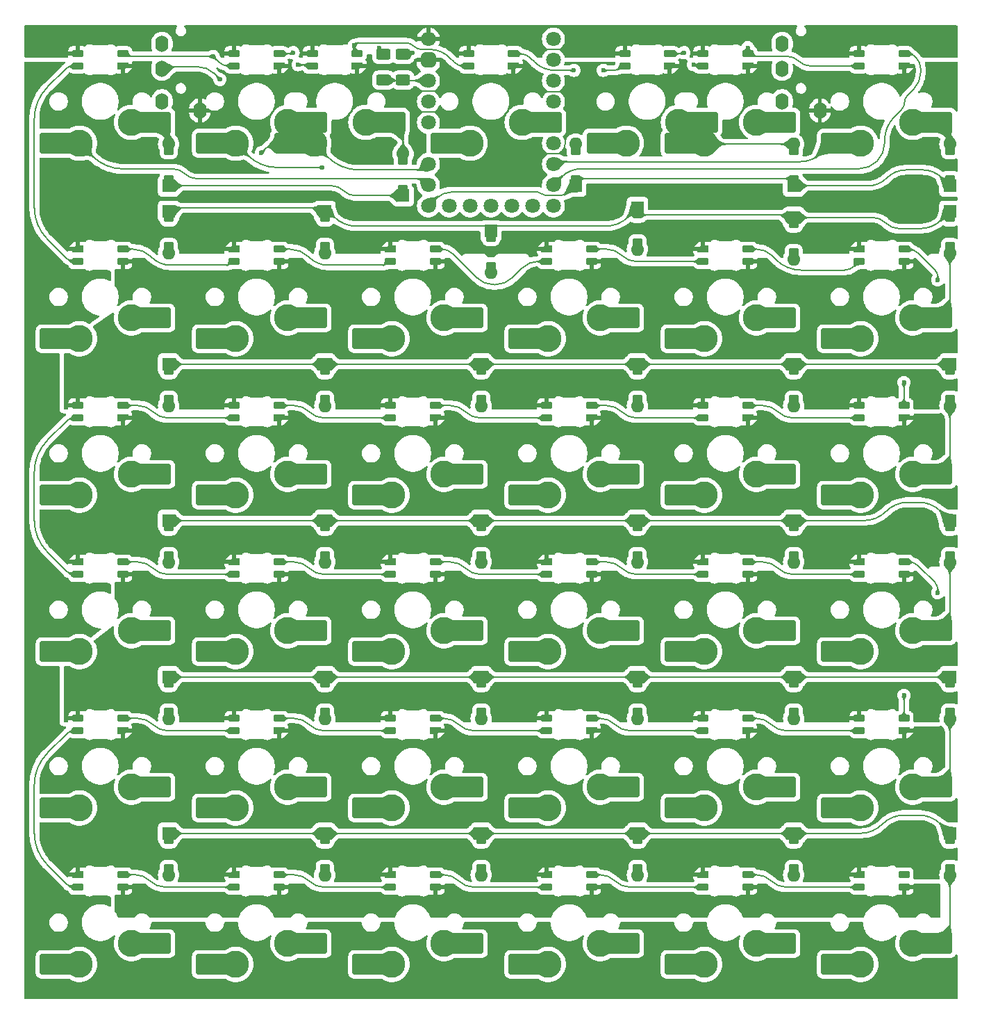
<source format=gbl>
G04 #@! TF.GenerationSoftware,KiCad,Pcbnew,8.0.5*
G04 #@! TF.CreationDate,2024-10-08T22:30:13+02:00*
G04 #@! TF.ProjectId,tekskey-v3-rounded,74656b73-6b65-4792-9d76-332d726f756e,rev?*
G04 #@! TF.SameCoordinates,Original*
G04 #@! TF.FileFunction,Copper,L2,Bot*
G04 #@! TF.FilePolarity,Positive*
%FSLAX46Y46*%
G04 Gerber Fmt 4.6, Leading zero omitted, Abs format (unit mm)*
G04 Created by KiCad (PCBNEW 8.0.5) date 2024-10-08 22:30:13*
%MOMM*%
%LPD*%
G01*
G04 APERTURE LIST*
G04 Aperture macros list*
%AMRoundRect*
0 Rectangle with rounded corners*
0 $1 Rounding radius*
0 $2 $3 $4 $5 $6 $7 $8 $9 X,Y pos of 4 corners*
0 Add a 4 corners polygon primitive as box body*
4,1,4,$2,$3,$4,$5,$6,$7,$8,$9,$2,$3,0*
0 Add four circle primitives for the rounded corners*
1,1,$1+$1,$2,$3*
1,1,$1+$1,$4,$5*
1,1,$1+$1,$6,$7*
1,1,$1+$1,$8,$9*
0 Add four rect primitives between the rounded corners*
20,1,$1+$1,$2,$3,$4,$5,0*
20,1,$1+$1,$4,$5,$6,$7,0*
20,1,$1+$1,$6,$7,$8,$9,0*
20,1,$1+$1,$8,$9,$2,$3,0*%
%AMFreePoly0*
4,1,18,-0.410000,0.593000,-0.403758,0.624380,-0.385983,0.650983,-0.359380,0.668758,-0.328000,0.675000,0.328000,0.675000,0.359380,0.668758,0.385983,0.650983,0.403758,0.624380,0.410000,0.593000,0.410000,-0.593000,0.403758,-0.624380,0.385983,-0.650983,0.359380,-0.668758,0.328000,-0.675000,0.000000,-0.675000,-0.410000,-0.265000,-0.410000,0.593000,-0.410000,0.593000,$1*%
G04 Aperture macros list end*
G04 #@! TA.AperFunction,Conductor*
%ADD10C,0.250000*%
G04 #@! TD*
G04 #@! TA.AperFunction,ComponentPad*
%ADD11C,0.700000*%
G04 #@! TD*
G04 #@! TA.AperFunction,ComponentPad*
%ADD12C,4.400000*%
G04 #@! TD*
G04 #@! TA.AperFunction,ComponentPad*
%ADD13C,1.800000*%
G04 #@! TD*
G04 #@! TA.AperFunction,ComponentPad*
%ADD14RoundRect,0.450000X-0.450000X-0.450000X0.450000X-0.450000X0.450000X0.450000X-0.450000X0.450000X0*%
G04 #@! TD*
G04 #@! TA.AperFunction,SMDPad,CuDef*
%ADD15FreePoly0,90.000000*%
G04 #@! TD*
G04 #@! TA.AperFunction,SMDPad,CuDef*
%ADD16RoundRect,0.082000X0.593000X-0.328000X0.593000X0.328000X-0.593000X0.328000X-0.593000X-0.328000X0*%
G04 #@! TD*
G04 #@! TA.AperFunction,ComponentPad*
%ADD17O,1.600000X1.600000*%
G04 #@! TD*
G04 #@! TA.AperFunction,SMDPad,CuDef*
%ADD18RoundRect,0.225000X0.375000X-0.225000X0.375000X0.225000X-0.375000X0.225000X-0.375000X-0.225000X0*%
G04 #@! TD*
G04 #@! TA.AperFunction,ComponentPad*
%ADD19R,1.600000X1.600000*%
G04 #@! TD*
G04 #@! TA.AperFunction,ComponentPad*
%ADD20C,3.300000*%
G04 #@! TD*
G04 #@! TA.AperFunction,SMDPad,CuDef*
%ADD21R,1.650000X2.500000*%
G04 #@! TD*
G04 #@! TA.AperFunction,SMDPad,CuDef*
%ADD22RoundRect,0.250000X-1.025000X-1.000000X1.025000X-1.000000X1.025000X1.000000X-1.025000X1.000000X0*%
G04 #@! TD*
G04 #@! TA.AperFunction,SMDPad,CuDef*
%ADD23RoundRect,0.225000X-0.375000X0.225000X-0.375000X-0.225000X0.375000X-0.225000X0.375000X0.225000X0*%
G04 #@! TD*
G04 #@! TA.AperFunction,SMDPad,CuDef*
%ADD24FreePoly0,270.000000*%
G04 #@! TD*
G04 #@! TA.AperFunction,SMDPad,CuDef*
%ADD25RoundRect,0.082000X-0.593000X0.328000X-0.593000X-0.328000X0.593000X-0.328000X0.593000X0.328000X0*%
G04 #@! TD*
G04 #@! TA.AperFunction,ComponentPad*
%ADD26O,1.600000X2.000000*%
G04 #@! TD*
G04 #@! TA.AperFunction,SMDPad,CuDef*
%ADD27RoundRect,0.250000X0.625000X-0.400000X0.625000X0.400000X-0.625000X0.400000X-0.625000X-0.400000X0*%
G04 #@! TD*
G04 #@! TA.AperFunction,ViaPad*
%ADD28C,0.600000*%
G04 #@! TD*
G04 #@! TA.AperFunction,Conductor*
%ADD29C,0.200000*%
G04 #@! TD*
G04 #@! TA.AperFunction,Conductor*
%ADD30C,2.000000*%
G04 #@! TD*
G04 APERTURE END LIST*
D10*
X88029462Y-33878437D02*
G75*
G02*
X87375479Y-35036267I-2303216J537326D01*
G01*
X116615068Y-33882114D02*
G75*
G02*
X115961093Y-35039952I-2303768J537614D01*
G01*
X107079137Y-33870261D02*
G75*
G02*
X106425170Y-35028107I-2303537J537461D01*
G01*
X68984734Y-33875314D02*
G75*
G02*
X68330748Y-35033141I-2303534J537514D01*
G01*
X59449425Y-33879469D02*
G75*
G02*
X58795448Y-35037305I-2303325J537369D01*
G01*
D11*
X138571875Y-123825000D03*
X138088601Y-124991726D03*
X138088601Y-122658274D03*
X136921875Y-125475000D03*
D12*
X136921875Y-123825000D03*
D11*
X136921875Y-122175000D03*
X135755149Y-124991726D03*
X135755149Y-122658274D03*
X135271875Y-123825000D03*
X138571875Y-45243750D03*
X138088601Y-46410476D03*
X138088601Y-44077024D03*
X136921875Y-46893750D03*
D12*
X136921875Y-45243750D03*
D11*
X136921875Y-43593750D03*
X135755149Y-46410476D03*
X135755149Y-44077024D03*
X135271875Y-45243750D03*
D13*
X90804952Y-46057396D03*
X88264952Y-46057396D03*
X85724952Y-46057396D03*
X83184952Y-46057396D03*
X80644952Y-46057396D03*
X93344952Y-46057396D03*
X93344952Y-43517396D03*
X93344952Y-40977396D03*
X93344952Y-38437396D03*
X93344952Y-33357396D03*
X93344952Y-30817396D03*
X93344952Y-28277396D03*
X93344952Y-25737396D03*
X78104952Y-46057396D03*
X78104952Y-43517396D03*
X78104952Y-40977396D03*
X78104952Y-35897396D03*
X78104952Y-33357396D03*
X78104952Y-30817396D03*
D14*
X78104952Y-28277396D03*
D13*
X78104952Y-25737396D03*
D11*
X43321875Y-85725000D03*
X42838601Y-86891726D03*
X42838601Y-84558274D03*
X41671875Y-87375000D03*
D12*
X41671875Y-85725000D03*
D11*
X41671875Y-84075000D03*
X40505149Y-86891726D03*
X40505149Y-84558274D03*
X40021875Y-85725000D03*
X43321875Y-45243750D03*
X42838601Y-46410476D03*
X42838601Y-44077024D03*
X41671875Y-46893750D03*
D12*
X41671875Y-45243750D03*
D11*
X41671875Y-43593750D03*
X40505149Y-46410476D03*
X40505149Y-44077024D03*
X40021875Y-45243750D03*
X138571875Y-85725000D03*
X138088601Y-86891726D03*
X138088601Y-84558274D03*
X136921875Y-87375000D03*
D12*
X136921875Y-85725000D03*
D11*
X136921875Y-84075000D03*
X135755149Y-86891726D03*
X135755149Y-84558274D03*
X135271875Y-85725000D03*
X43321875Y-123825000D03*
X42838601Y-124991726D03*
X42838601Y-122658274D03*
X41671875Y-125475000D03*
D12*
X41671875Y-123825000D03*
D11*
X41671875Y-122175000D03*
X40505149Y-124991726D03*
X40505149Y-122658274D03*
X40021875Y-123825000D03*
D15*
X117025000Y-109970000D03*
D16*
X117025000Y-108470000D03*
X111575000Y-109970000D03*
X111575000Y-108470000D03*
D17*
X96069190Y-38528029D03*
D18*
X96069190Y-39418029D03*
X96069190Y-42718029D03*
D19*
X96069190Y-43608029D03*
D20*
X73660000Y-62230000D03*
D21*
X71860000Y-62230000D03*
D22*
X70110000Y-62230000D03*
X83560000Y-59690000D03*
D21*
X81835000Y-59690000D03*
D20*
X80010000Y-59690000D03*
D17*
X122634375Y-89455625D03*
D23*
X122634375Y-88565625D03*
X122634375Y-85265625D03*
D19*
X122634375Y-84375625D03*
D17*
X122634296Y-108505625D03*
D23*
X122634296Y-107615625D03*
X122634296Y-104315625D03*
D19*
X122634296Y-103425625D03*
D20*
X130810000Y-62230000D03*
D21*
X129010000Y-62230000D03*
D22*
X127260000Y-62230000D03*
X140710000Y-59690000D03*
D21*
X138985000Y-59690000D03*
D20*
X137160000Y-59690000D03*
X73660000Y-138430000D03*
D21*
X71860000Y-138430000D03*
D22*
X70110000Y-138430000D03*
X83560000Y-135890000D03*
D21*
X81835000Y-135890000D03*
D20*
X80010000Y-135890000D03*
D17*
X84534375Y-70405625D03*
D23*
X84534375Y-69515625D03*
X84534375Y-66215625D03*
D19*
X84534375Y-65325625D03*
D17*
X65467925Y-127562395D03*
D23*
X65467925Y-126672395D03*
X65467925Y-123372395D03*
D19*
X65467925Y-122482395D03*
D17*
X122634296Y-38536548D03*
D18*
X122634296Y-39426548D03*
X122634296Y-42726548D03*
D19*
X122634296Y-43616548D03*
D24*
X130625000Y-89420000D03*
D25*
X130625000Y-90920000D03*
X136075000Y-89420000D03*
X136075000Y-90920000D03*
D15*
X78925000Y-109970000D03*
D16*
X78925000Y-108470000D03*
X73475000Y-109970000D03*
X73475000Y-108470000D03*
D17*
X103584375Y-108505625D03*
D23*
X103584375Y-107615625D03*
X103584375Y-104315625D03*
D19*
X103584375Y-103425625D03*
D20*
X111760000Y-38417500D03*
D21*
X109960000Y-38417500D03*
D22*
X108210000Y-38417500D03*
X121660000Y-35877500D03*
D21*
X119935000Y-35877500D03*
D20*
X118110000Y-35877500D03*
D17*
X46434375Y-108505625D03*
D23*
X46434375Y-107615625D03*
X46434375Y-104315625D03*
D19*
X46434375Y-103425625D03*
D17*
X65484344Y-89455625D03*
D23*
X65484344Y-88565625D03*
X65484344Y-85265625D03*
D19*
X65484344Y-84375625D03*
D20*
X54610000Y-38417500D03*
D21*
X52810000Y-38417500D03*
D22*
X51060000Y-38417500D03*
X64510000Y-35877500D03*
D21*
X62785000Y-35877500D03*
D20*
X60960000Y-35877500D03*
X73660000Y-119380000D03*
D21*
X71860000Y-119380000D03*
D22*
X70110000Y-119380000D03*
X83560000Y-116840000D03*
D21*
X81835000Y-116840000D03*
D20*
X80010000Y-116840000D03*
D15*
X117025000Y-29007500D03*
D16*
X117025000Y-27507500D03*
X111575000Y-29007500D03*
X111575000Y-27507500D03*
D20*
X92710000Y-138430000D03*
D21*
X90910000Y-138430000D03*
D22*
X89160000Y-138430000D03*
X102610000Y-135890000D03*
D21*
X100885000Y-135890000D03*
D20*
X99060000Y-135890000D03*
D17*
X65484344Y-108505625D03*
D23*
X65484344Y-107615625D03*
X65484344Y-104315625D03*
D19*
X65484344Y-103425625D03*
D24*
X54425000Y-89420000D03*
D25*
X54425000Y-90920000D03*
X59875000Y-89420000D03*
X59875000Y-90920000D03*
D15*
X136075000Y-71870000D03*
D16*
X136075000Y-70370000D03*
X130625000Y-71870000D03*
X130625000Y-70370000D03*
D15*
X59875000Y-29007500D03*
D16*
X59875000Y-27507500D03*
X54425000Y-29007500D03*
X54425000Y-27507500D03*
D15*
X78925000Y-71870000D03*
D16*
X78925000Y-70370000D03*
X73475000Y-71870000D03*
X73475000Y-70370000D03*
D20*
X111760000Y-119380000D03*
D21*
X109960000Y-119380000D03*
D22*
X108210000Y-119380000D03*
X121660000Y-116840000D03*
D21*
X119935000Y-116840000D03*
D20*
X118110000Y-116840000D03*
D17*
X46434360Y-51792164D03*
D23*
X46434360Y-50902164D03*
X46434360Y-47602164D03*
D19*
X46434360Y-46712164D03*
D20*
X54610000Y-138430000D03*
D21*
X52810000Y-138430000D03*
D22*
X51060000Y-138430000D03*
X64510000Y-135890000D03*
D21*
X62785000Y-135890000D03*
D20*
X60960000Y-135890000D03*
D15*
X107500000Y-29007500D03*
D16*
X107500000Y-27507500D03*
X102050000Y-29007500D03*
X102050000Y-27507500D03*
D15*
X59875000Y-71870000D03*
D16*
X59875000Y-70370000D03*
X54425000Y-71870000D03*
X54425000Y-70370000D03*
D17*
X141684280Y-38536548D03*
D18*
X141684280Y-39426548D03*
X141684280Y-42726548D03*
D19*
X141684280Y-43616548D03*
D24*
X35375000Y-51320000D03*
D25*
X35375000Y-52820000D03*
X40825000Y-51320000D03*
X40825000Y-52820000D03*
D20*
X73660000Y-81280000D03*
D21*
X71860000Y-81280000D03*
D22*
X70110000Y-81280000D03*
X83560000Y-78740000D03*
D21*
X81835000Y-78740000D03*
D20*
X80010000Y-78740000D03*
D15*
X59875000Y-109970000D03*
D16*
X59875000Y-108470000D03*
X54425000Y-109970000D03*
X54425000Y-108470000D03*
D20*
X83185000Y-38417500D03*
D21*
X81385000Y-38417500D03*
D22*
X79635000Y-38417500D03*
X93085000Y-35877500D03*
D21*
X91360000Y-35877500D03*
D20*
X89535000Y-35877500D03*
D26*
X121227264Y-33337492D03*
X125827264Y-34437492D03*
X121227264Y-26337492D03*
X121227264Y-29337492D03*
D20*
X111760000Y-100330000D03*
D21*
X109960000Y-100330000D03*
D22*
X108210000Y-100330000D03*
X121660000Y-97790000D03*
D21*
X119935000Y-97790000D03*
D20*
X118110000Y-97790000D03*
D17*
X85724952Y-54173412D03*
D23*
X85724952Y-53283412D03*
X85724952Y-49983412D03*
D19*
X85724952Y-49093412D03*
D20*
X92710000Y-100330000D03*
D21*
X90910000Y-100330000D03*
D22*
X89160000Y-100330000D03*
X102610000Y-97790000D03*
D21*
X100885000Y-97790000D03*
D20*
X99060000Y-97790000D03*
D17*
X46434375Y-127555625D03*
D23*
X46434375Y-126665625D03*
X46434375Y-123365625D03*
D19*
X46434375Y-122475625D03*
D24*
X35375000Y-89420000D03*
D25*
X35375000Y-90920000D03*
X40825000Y-89420000D03*
X40825000Y-90920000D03*
D20*
X35560000Y-62230000D03*
D21*
X33760000Y-62230000D03*
D22*
X32010000Y-62230000D03*
X45460000Y-59690000D03*
D21*
X43735000Y-59690000D03*
D20*
X41910000Y-59690000D03*
D17*
X122634296Y-127555625D03*
D23*
X122634296Y-126665625D03*
X122634296Y-123365625D03*
D19*
X122634296Y-122475625D03*
D24*
X92525000Y-127520000D03*
D25*
X92525000Y-129020000D03*
X97975000Y-127520000D03*
X97975000Y-129020000D03*
D17*
X84534375Y-127555625D03*
D23*
X84534375Y-126665625D03*
X84534375Y-123365625D03*
D19*
X84534375Y-122475625D03*
D20*
X92710000Y-62230000D03*
D21*
X90910000Y-62230000D03*
D22*
X89160000Y-62230000D03*
X102610000Y-59690000D03*
D21*
X100885000Y-59690000D03*
D20*
X99060000Y-59690000D03*
X35560000Y-81280000D03*
D21*
X33760000Y-81280000D03*
D22*
X32010000Y-81280000D03*
X45460000Y-78740000D03*
D21*
X43735000Y-78740000D03*
D20*
X41910000Y-78740000D03*
D15*
X69400000Y-29007500D03*
D16*
X69400000Y-27507500D03*
X63950000Y-29007500D03*
X63950000Y-27507500D03*
D17*
X65484344Y-51792164D03*
D23*
X65484344Y-50902164D03*
X65484344Y-47602164D03*
D19*
X65484344Y-46712164D03*
D17*
X141684280Y-89455625D03*
D23*
X141684280Y-88565625D03*
X141684280Y-85265625D03*
D19*
X141684280Y-84375625D03*
D20*
X111760000Y-138430000D03*
D21*
X109960000Y-138430000D03*
D22*
X108210000Y-138430000D03*
X121660000Y-135890000D03*
D21*
X119935000Y-135890000D03*
D20*
X118110000Y-135890000D03*
D17*
X141684280Y-127555625D03*
D23*
X141684280Y-126665625D03*
X141684280Y-123365625D03*
D19*
X141684280Y-122475625D03*
D17*
X65484375Y-70405625D03*
D23*
X65484375Y-69515625D03*
X65484375Y-66215625D03*
D19*
X65484375Y-65325625D03*
D20*
X54610000Y-100330000D03*
D21*
X52810000Y-100330000D03*
D22*
X51060000Y-100330000D03*
X64510000Y-97790000D03*
D21*
X62785000Y-97790000D03*
D20*
X60960000Y-97790000D03*
X92710000Y-119380000D03*
D21*
X90910000Y-119380000D03*
D22*
X89160000Y-119380000D03*
X102610000Y-116840000D03*
D21*
X100885000Y-116840000D03*
D20*
X99060000Y-116840000D03*
X130810000Y-38417500D03*
D21*
X129010000Y-38417500D03*
D22*
X127260000Y-38417500D03*
X140710000Y-35877500D03*
D21*
X138985000Y-35877500D03*
D20*
X137160000Y-35877500D03*
D15*
X40825000Y-71870000D03*
D16*
X40825000Y-70370000D03*
X35375000Y-71870000D03*
X35375000Y-70370000D03*
D17*
X75009336Y-39727172D03*
D18*
X75009336Y-40617172D03*
X75009336Y-43917172D03*
D19*
X75009336Y-44807172D03*
D20*
X35560000Y-138430000D03*
D21*
X33760000Y-138430000D03*
D22*
X32010000Y-138430000D03*
X45460000Y-135890000D03*
D21*
X43735000Y-135890000D03*
D20*
X41910000Y-135890000D03*
D17*
X46434375Y-70405625D03*
D23*
X46434375Y-69515625D03*
X46434375Y-66215625D03*
D19*
X46434375Y-65325625D03*
D24*
X130625000Y-127520000D03*
D25*
X130625000Y-129020000D03*
X136075000Y-127520000D03*
X136075000Y-129020000D03*
D15*
X97975000Y-109970000D03*
D16*
X97975000Y-108470000D03*
X92525000Y-109970000D03*
X92525000Y-108470000D03*
D24*
X73475000Y-89420000D03*
D25*
X73475000Y-90920000D03*
X78925000Y-89420000D03*
X78925000Y-90920000D03*
D20*
X111760000Y-62230000D03*
D21*
X109960000Y-62230000D03*
D22*
X108210000Y-62230000D03*
X121660000Y-59690000D03*
D21*
X119935000Y-59690000D03*
D20*
X118110000Y-59690000D03*
X92710000Y-81280000D03*
D21*
X90910000Y-81280000D03*
D22*
X89160000Y-81280000D03*
X102610000Y-78740000D03*
D21*
X100885000Y-78740000D03*
D20*
X99060000Y-78740000D03*
D17*
X46434360Y-89455625D03*
D23*
X46434360Y-88565625D03*
X46434360Y-85265625D03*
D19*
X46434360Y-84375625D03*
D24*
X92525000Y-89420000D03*
D25*
X92525000Y-90920000D03*
X97975000Y-89420000D03*
X97975000Y-90920000D03*
D20*
X111760000Y-81280000D03*
D21*
X109960000Y-81280000D03*
D22*
X108210000Y-81280000D03*
X121660000Y-78740000D03*
D21*
X119935000Y-78740000D03*
D20*
X118110000Y-78740000D03*
X130810000Y-81280000D03*
D21*
X129010000Y-81280000D03*
D22*
X127260000Y-81280000D03*
X140710000Y-78740000D03*
D21*
X138985000Y-78740000D03*
D20*
X137160000Y-78740000D03*
D24*
X111575000Y-89420000D03*
D25*
X111575000Y-90920000D03*
X117025000Y-89420000D03*
X117025000Y-90920000D03*
D20*
X102235000Y-38417500D03*
D21*
X100435000Y-38417500D03*
D22*
X98685000Y-38417500D03*
X112135000Y-35877500D03*
D21*
X110410000Y-35877500D03*
D20*
X108585000Y-35877500D03*
D17*
X141684375Y-70405625D03*
D23*
X141684375Y-69515625D03*
X141684375Y-66215625D03*
D19*
X141684375Y-65325625D03*
D20*
X130810000Y-100330000D03*
D21*
X129010000Y-100330000D03*
D22*
X127260000Y-100330000D03*
X140710000Y-97790000D03*
D21*
X138985000Y-97790000D03*
D20*
X137160000Y-97790000D03*
X35560000Y-119380000D03*
D21*
X33760000Y-119380000D03*
D22*
X32010000Y-119380000D03*
X45460000Y-116840000D03*
D21*
X43735000Y-116840000D03*
D20*
X41910000Y-116840000D03*
D17*
X141684375Y-108505625D03*
D23*
X141684375Y-107615625D03*
X141684375Y-104315625D03*
D19*
X141684375Y-103425625D03*
D20*
X54610000Y-119380000D03*
D21*
X52810000Y-119380000D03*
D22*
X51060000Y-119380000D03*
X64510000Y-116840000D03*
D21*
X62785000Y-116840000D03*
D20*
X60960000Y-116840000D03*
D24*
X54425000Y-51320000D03*
D25*
X54425000Y-52820000D03*
X59875000Y-51320000D03*
X59875000Y-52820000D03*
D24*
X73475000Y-127520000D03*
D25*
X73475000Y-129020000D03*
X78925000Y-127520000D03*
X78925000Y-129020000D03*
D24*
X92525000Y-51320000D03*
D25*
X92525000Y-52820000D03*
X97975000Y-51320000D03*
X97975000Y-52820000D03*
D15*
X136075000Y-109970000D03*
D16*
X136075000Y-108470000D03*
X130625000Y-109970000D03*
X130625000Y-108470000D03*
D17*
X103584375Y-51355625D03*
D23*
X103584375Y-50465625D03*
X103584375Y-47165625D03*
D19*
X103584375Y-46275625D03*
D20*
X54610000Y-81280000D03*
D21*
X52810000Y-81280000D03*
D22*
X51060000Y-81280000D03*
X64510000Y-78740000D03*
D21*
X62785000Y-78740000D03*
D20*
X60960000Y-78740000D03*
D15*
X117025000Y-71870000D03*
D16*
X117025000Y-70370000D03*
X111575000Y-71870000D03*
X111575000Y-70370000D03*
D20*
X73660000Y-100330000D03*
D21*
X71860000Y-100330000D03*
D22*
X70110000Y-100330000D03*
X83560000Y-97790000D03*
D21*
X81835000Y-97790000D03*
D20*
X80010000Y-97790000D03*
D17*
X103584375Y-89455625D03*
D23*
X103584375Y-88565625D03*
X103584375Y-85265625D03*
D19*
X103584375Y-84375625D03*
D17*
X141684375Y-51792164D03*
D23*
X141684375Y-50902164D03*
X141684375Y-47602164D03*
D19*
X141684375Y-46712164D03*
D17*
X103584375Y-70405625D03*
D23*
X103584375Y-69515625D03*
X103584375Y-66215625D03*
D19*
X103584375Y-65325625D03*
D20*
X130810000Y-138430000D03*
D21*
X129010000Y-138430000D03*
D22*
X127260000Y-138430000D03*
X140710000Y-135890000D03*
D21*
X138985000Y-135890000D03*
D20*
X137160000Y-135890000D03*
X35560000Y-100330000D03*
D21*
X33760000Y-100330000D03*
D22*
X32010000Y-100330000D03*
X45460000Y-97790000D03*
D21*
X43735000Y-97790000D03*
D20*
X41910000Y-97790000D03*
D17*
X122634375Y-70405625D03*
D23*
X122634375Y-69515625D03*
X122634375Y-66215625D03*
D19*
X122634375Y-65325625D03*
D15*
X136075000Y-29007500D03*
D16*
X136075000Y-27507500D03*
X130625000Y-29007500D03*
X130625000Y-27507500D03*
D26*
X45622640Y-33337492D03*
X50222640Y-34437492D03*
X45622640Y-26337492D03*
X45622640Y-29337492D03*
D20*
X35560000Y-38417500D03*
D21*
X33760000Y-38417500D03*
D22*
X32010000Y-38417500D03*
X45460000Y-35877500D03*
D21*
X43735000Y-35877500D03*
D20*
X41910000Y-35877500D03*
D27*
X72628088Y-27620308D03*
X72628088Y-30720308D03*
D20*
X54610000Y-62230000D03*
D21*
X52810000Y-62230000D03*
D22*
X51060000Y-62230000D03*
X64510000Y-59690000D03*
D21*
X62785000Y-59690000D03*
D20*
X60960000Y-59690000D03*
D15*
X97975000Y-71870000D03*
D16*
X97975000Y-70370000D03*
X92525000Y-71870000D03*
X92525000Y-70370000D03*
D24*
X35375000Y-127520000D03*
D25*
X35375000Y-129020000D03*
X40825000Y-127520000D03*
X40825000Y-129020000D03*
D15*
X40825000Y-29007500D03*
D16*
X40825000Y-27507500D03*
X35375000Y-29007500D03*
X35375000Y-27507500D03*
D20*
X64135000Y-38417500D03*
D21*
X62335000Y-38417500D03*
D22*
X60585000Y-38417500D03*
X74035000Y-35877500D03*
D21*
X72310000Y-35877500D03*
D20*
X70485000Y-35877500D03*
D17*
X84534328Y-108505625D03*
D23*
X84534328Y-107615625D03*
X84534328Y-104315625D03*
D19*
X84534328Y-103425625D03*
D24*
X111575000Y-127520000D03*
D25*
X111575000Y-129020000D03*
X117025000Y-127520000D03*
X117025000Y-129020000D03*
D17*
X46434360Y-38536548D03*
D18*
X46434360Y-39426548D03*
X46434360Y-42726548D03*
D19*
X46434360Y-43616548D03*
D24*
X111575000Y-51320000D03*
D25*
X111575000Y-52820000D03*
X117025000Y-51320000D03*
X117025000Y-52820000D03*
D24*
X73475000Y-51320000D03*
D25*
X73475000Y-52820000D03*
X78925000Y-51320000D03*
X78925000Y-52820000D03*
D17*
X122634375Y-52546228D03*
D23*
X122634375Y-51656228D03*
X122634375Y-48356228D03*
D19*
X122634375Y-47466228D03*
D17*
X84534375Y-89455625D03*
D23*
X84534375Y-88565625D03*
X84534375Y-85265625D03*
D19*
X84534375Y-84375625D03*
D15*
X40825000Y-109970000D03*
D16*
X40825000Y-108470000D03*
X35375000Y-109970000D03*
X35375000Y-108470000D03*
D20*
X130810000Y-119380000D03*
D21*
X129010000Y-119380000D03*
D22*
X127260000Y-119380000D03*
X140710000Y-116840000D03*
D21*
X138985000Y-116840000D03*
D20*
X137160000Y-116840000D03*
D17*
X103584375Y-127555625D03*
D23*
X103584375Y-126665625D03*
X103584375Y-123365625D03*
D19*
X103584375Y-122475625D03*
D27*
X75009336Y-27620308D03*
X75009336Y-30720308D03*
D15*
X88450000Y-29007500D03*
D16*
X88450000Y-27507500D03*
X83000000Y-29007500D03*
X83000000Y-27507500D03*
D24*
X54425000Y-127520000D03*
D25*
X54425000Y-129020000D03*
X59875000Y-127520000D03*
X59875000Y-129020000D03*
D24*
X130625000Y-51320000D03*
D25*
X130625000Y-52820000D03*
X136075000Y-51320000D03*
X136075000Y-52820000D03*
D28*
X126206168Y-55066380D03*
X50303888Y-26193748D03*
X50303888Y-131266316D03*
X50303888Y-54471068D03*
X88403856Y-59233564D03*
X125015544Y-26789060D03*
X50303888Y-68460900D03*
X88403856Y-92571036D03*
X88403856Y-68460900D03*
X129182728Y-25300780D03*
X88403856Y-97631188D03*
X88403856Y-106263212D03*
X50303888Y-92571036D03*
X40778896Y-25300780D03*
X126206168Y-59233564D03*
X50303888Y-106263212D03*
X126206168Y-106263212D03*
X88403856Y-131266316D03*
X126206168Y-97631188D03*
X126206168Y-68460900D03*
X96650750Y-26998591D03*
X126206168Y-131266316D03*
X50303888Y-59233564D03*
X126206168Y-92571036D03*
X89138128Y-25737396D03*
X50303888Y-97631188D03*
X68758560Y-50303884D03*
X138410064Y-111621020D03*
X68758560Y-135135844D03*
X116085864Y-82450732D03*
X30360936Y-29765620D03*
X119360080Y-73223396D03*
X138920716Y-50059184D03*
X35718744Y-30956244D03*
X68758560Y-87510884D03*
X107156184Y-114895236D03*
X108942120Y-50303884D03*
X43160144Y-111621020D03*
X78283552Y-120848356D03*
X81260112Y-73223396D03*
X68758560Y-114895236D03*
X111918680Y-44946076D03*
X107156184Y-135135844D03*
X90487448Y-50303884D03*
X68758560Y-125313196D03*
X137219440Y-139600684D03*
X81260112Y-82450732D03*
X141386624Y-31551556D03*
X108942120Y-87510884D03*
X119417894Y-49294367D03*
X99119472Y-46136700D03*
X108942120Y-73818708D03*
X119360080Y-111918676D03*
X107156184Y-125313196D03*
X119360080Y-120848356D03*
X67865592Y-76199956D03*
X81260112Y-111621020D03*
X138410064Y-40481250D03*
X138410064Y-73818708D03*
X43160144Y-73223396D03*
X65186688Y-41374204D03*
X57745288Y-39588268D03*
X52685136Y-30658588D03*
X76199960Y-27384372D03*
X72118398Y-26793748D03*
X140190454Y-55066380D03*
X136069454Y-67567932D03*
X62210128Y-28872652D03*
X51866877Y-27841733D03*
X61614816Y-27384372D03*
X69056216Y-26491404D03*
X95845256Y-29541197D03*
X99417128Y-29541197D03*
X110430400Y-28872652D03*
X109239776Y-27384372D03*
X117027885Y-26789060D03*
X140196000Y-93166348D03*
X136075000Y-105667900D03*
D29*
X94263368Y-39713871D02*
G75*
G02*
X94253522Y-39717958I-9868J9871D01*
G01*
D30*
X60882369Y-38120130D02*
G75*
G02*
X60164456Y-38417463I-717869J717930D01*
G01*
D29*
X122634375Y-47466228D02*
X132237061Y-47466228D01*
X94253522Y-39717949D02*
X91690534Y-39717949D01*
X94263368Y-39713871D02*
X94267446Y-39709793D01*
X94053089Y-39717949D02*
G75*
G03*
X94063711Y-39713530I11J14949D01*
G01*
X94063725Y-39713543D02*
G75*
G03*
X94065549Y-39718038I1875J-1857D01*
G01*
X94053089Y-39717949D02*
X94065551Y-39717949D01*
X118883011Y-89420000D02*
G75*
G02*
X120693674Y-90169998I-11J-2560700D01*
G01*
X120693672Y-90170000D02*
G75*
G03*
X122504332Y-90919966I1810628J1810700D01*
G01*
X119900000Y-128270000D02*
G75*
G03*
X121710660Y-129020016I1810700J1810700D01*
G01*
X119900000Y-128270000D02*
G75*
G03*
X118089339Y-127519984I-1810700J-1810700D01*
G01*
X99039339Y-127520000D02*
G75*
G02*
X100849988Y-128270012I-39J-2560700D01*
G01*
X102660660Y-129020000D02*
G75*
G02*
X100850012Y-128269988I40J2560700D01*
G01*
X81800000Y-128270000D02*
G75*
G03*
X83610660Y-129020016I1810700J1810700D01*
G01*
X81800000Y-128270000D02*
G75*
G03*
X79989339Y-127519984I-1810700J-1810700D01*
G01*
X63543750Y-128270000D02*
G75*
G03*
X61733089Y-127520019I-1810650J-1810700D01*
G01*
X63543750Y-128270000D02*
G75*
G03*
X65354410Y-129019981I1810650J1810700D01*
G01*
X44182244Y-128270000D02*
G75*
G03*
X42371583Y-127520023I-1810644J-1810700D01*
G01*
X44182244Y-128270000D02*
G75*
G03*
X45992904Y-129019985I1810656J1810700D01*
G01*
X34884102Y-109970000D02*
G75*
G03*
X34046092Y-110317123I-2J-1185100D01*
G01*
X31657072Y-112706131D02*
G75*
G03*
X30063262Y-116553887I3847728J-3847769D01*
G01*
X34008447Y-128663051D02*
G75*
G03*
X34870198Y-129020001I861753J861751D01*
G01*
X30063280Y-122463920D02*
G75*
G03*
X31657072Y-126311676I5441550J0D01*
G01*
X118089339Y-108470000D02*
G75*
G02*
X119899988Y-109220012I-39J-2560700D01*
G01*
X121710660Y-109970000D02*
G75*
G02*
X119900012Y-109219988I40J2560700D01*
G01*
X102660660Y-109970000D02*
G75*
G02*
X100850012Y-109219988I40J2560700D01*
G01*
X100850000Y-109220000D02*
G75*
G03*
X99039339Y-108469984I-1810700J-1810700D01*
G01*
X79989339Y-108470000D02*
G75*
G02*
X81799988Y-109220012I-39J-2560700D01*
G01*
X83610660Y-109970000D02*
G75*
G02*
X81800012Y-109219988I40J2560700D01*
G01*
X61733059Y-108470000D02*
G75*
G02*
X63543748Y-109219972I41J-2560700D01*
G01*
X65354380Y-109970000D02*
G75*
G02*
X63543722Y-109219998I20J2560700D01*
G01*
X42683089Y-108470000D02*
G75*
G02*
X44493763Y-109219987I11J-2560700D01*
G01*
X46304410Y-109970000D02*
G75*
G02*
X44493737Y-109220013I-10J2560700D01*
G01*
X101643688Y-90170000D02*
G75*
G03*
X103454348Y-90919954I1810612J1810700D01*
G01*
X101643688Y-90170000D02*
G75*
G03*
X99833027Y-89419992I-1810688J-1810700D01*
G01*
X84404410Y-90920000D02*
G75*
G02*
X82593737Y-90170013I-10J2560700D01*
G01*
X80783089Y-89420000D02*
G75*
G02*
X82593763Y-90169987I11J-2560700D01*
G01*
X63543750Y-90170000D02*
G75*
G03*
X61733089Y-89420019I-1810650J-1810700D01*
G01*
X63543750Y-90170000D02*
G75*
G03*
X65354410Y-90919981I1810650J1810700D01*
G01*
X137790791Y-89868171D02*
G75*
G03*
X136708810Y-89419977I-1081991J-1081929D01*
G01*
X139880288Y-91957668D02*
G75*
G02*
X140196028Y-92719864I-762188J-762232D01*
G01*
X120693750Y-71120000D02*
G75*
G03*
X118883089Y-70370019I-1810650J-1810700D01*
G01*
X120693750Y-71120000D02*
G75*
G03*
X122504410Y-71869981I1810650J1810700D01*
G01*
X99833089Y-70370000D02*
G75*
G02*
X101643763Y-71119987I11J-2560700D01*
G01*
X103454410Y-71870000D02*
G75*
G02*
X101643737Y-71120013I-10J2560700D01*
G01*
X82593750Y-71120000D02*
G75*
G03*
X84404410Y-71869981I1810650J1810700D01*
G01*
X82593750Y-71120000D02*
G75*
G03*
X80783089Y-70370019I-1810650J-1810700D01*
G01*
X61733089Y-70370000D02*
G75*
G02*
X63543763Y-71119987I11J-2560700D01*
G01*
X65354410Y-71870000D02*
G75*
G02*
X63543737Y-71120013I-10J2560700D01*
G01*
X44493750Y-71120000D02*
G75*
G03*
X42683089Y-70370019I-1810650J-1810700D01*
G01*
X44493750Y-71120000D02*
G75*
G03*
X46304410Y-71869981I1810650J1810700D01*
G01*
X120463450Y-52597878D02*
G75*
G03*
X123548520Y-53875739I3085050J3085078D01*
G01*
X119949449Y-52083877D02*
G75*
G03*
X118105286Y-51319998I-1844149J-1844123D01*
G01*
X130097122Y-53347878D02*
G75*
G02*
X128822711Y-53875774I-1274422J1274378D01*
G01*
X101643750Y-52070000D02*
G75*
G03*
X99833089Y-51320019I-1810650J-1810700D01*
G01*
X101643750Y-52070000D02*
G75*
G03*
X103454410Y-52819981I1810650J1810700D01*
G01*
X86171436Y-55661692D02*
G75*
G02*
X83884836Y-54714568I-36J3233692D01*
G01*
X86171436Y-55661692D02*
G75*
G03*
X88457999Y-54714532I-36J3233692D01*
G01*
X79707646Y-51320000D02*
G75*
G02*
X81043688Y-51873432I-46J-1889500D01*
G01*
X89584513Y-53588066D02*
G75*
G02*
X91438790Y-52819980I1854287J-1854234D01*
G01*
X72688972Y-53280444D02*
G75*
G03*
X73244795Y-53050239I28J786044D01*
G01*
X65910200Y-53280444D02*
G75*
G02*
X63543744Y-52300213I0J3346644D01*
G01*
X61219256Y-51320000D02*
G75*
G02*
X63514062Y-52270515I44J-3245300D01*
G01*
X31657072Y-88211708D02*
G75*
G02*
X30063305Y-84363952I3847728J3847708D01*
G01*
X34008403Y-90563039D02*
G75*
G03*
X34870182Y-90920024I861797J861739D01*
G01*
X34046129Y-72217105D02*
G75*
G02*
X34884118Y-71870013I837971J-837995D01*
G01*
X31657072Y-74606163D02*
G75*
G03*
X30063285Y-78453919I3847728J-3847737D01*
G01*
X117223868Y-27706368D02*
G75*
G03*
X117535776Y-27835593I311932J311868D01*
G01*
X117025000Y-26793985D02*
G75*
G02*
X117026455Y-26790515I4900J-15D01*
G01*
X124650947Y-29007500D02*
G75*
G02*
X123236326Y-28421502I53J2000600D01*
G01*
X109178212Y-27445936D02*
G75*
G02*
X109029583Y-27507486I-148612J148636D01*
G01*
X121821645Y-27835565D02*
G75*
G02*
X123236277Y-28421551I-45J-2000635D01*
G01*
X101440718Y-29303542D02*
G75*
G02*
X100866969Y-29541177I-573718J573742D01*
G01*
X93487001Y-29541197D02*
G75*
G02*
X91032120Y-28524340I-1J3471697D01*
G01*
X90568668Y-28060904D02*
G75*
G03*
X89232632Y-27507465I-1336068J-1335996D01*
G01*
X78260761Y-26997166D02*
G75*
G02*
X80687464Y-28002318I39J-3431834D01*
G01*
X61553252Y-27445936D02*
G75*
G02*
X61404623Y-27507514I-148652J148636D01*
G01*
X69564346Y-26193748D02*
G75*
G03*
X69205016Y-26342548I-46J-508152D01*
G01*
X69228108Y-27335608D02*
G75*
G02*
X69056201Y-26920624I414992J415008D01*
G01*
X82346308Y-29007500D02*
G75*
G02*
X81230371Y-28545283I-8J1578200D01*
G01*
X76304013Y-26595457D02*
G75*
G03*
X75334201Y-26193756I-969813J-969843D01*
G01*
X76304013Y-26595457D02*
G75*
G03*
X77273824Y-26997135I969787J969857D01*
G01*
X52540371Y-28515227D02*
G75*
G03*
X53728822Y-29007491I1188429J1188427D01*
G01*
X41316880Y-27841733D02*
G75*
G02*
X41047761Y-27730257I20J380633D01*
G01*
X42683089Y-89420000D02*
G75*
G02*
X44493763Y-90169987I11J-2560700D01*
G01*
X44493750Y-90170000D02*
G75*
G03*
X46304410Y-90919981I1810650J1810700D01*
G01*
X136703264Y-51356870D02*
G75*
G02*
X137785258Y-51805028I36J-1530130D01*
G01*
X139887766Y-53907562D02*
G75*
G02*
X140190439Y-54638315I-730766J-730738D01*
G01*
X46711380Y-53280444D02*
G75*
G02*
X44344934Y-52300203I20J3346644D01*
G01*
X44262610Y-52217917D02*
G75*
G03*
X42094846Y-51319973I-2167810J-2167783D01*
G01*
X54194778Y-53050222D02*
G75*
G02*
X53638972Y-53280420I-555778J555822D01*
G01*
X51915608Y-29889060D02*
G75*
G03*
X50057803Y-29119540I-1857808J-1857840D01*
G01*
X126133942Y-39543557D02*
G75*
G02*
X123415399Y-40669610I-2718542J2718557D01*
G01*
X69643323Y-41671860D02*
G75*
G02*
X65795553Y-40078081I-23J5441560D01*
G01*
X59743913Y-38417500D02*
G75*
G03*
X58330670Y-39002882I-13J-1998600D01*
G01*
X77156544Y-42723632D02*
G75*
G02*
X77827139Y-43001445I-44J-948368D01*
G01*
X48388753Y-42137973D02*
G75*
G03*
X46974848Y-41552358I-1413853J-1413927D01*
G01*
X40911463Y-41552315D02*
G75*
G02*
X37127414Y-39984900I37J5351515D01*
G01*
X48388753Y-42137973D02*
G75*
G03*
X49802658Y-42723671I1413947J1413873D01*
G01*
X133429375Y-121364375D02*
G75*
G02*
X136112169Y-120253112I2682825J-2682825D01*
G01*
X130746580Y-122475625D02*
G75*
G03*
X133429381Y-121364381I20J3794025D01*
G01*
X137890235Y-120253125D02*
G75*
G02*
X140573019Y-121364386I-35J-3794075D01*
G01*
X141684375Y-112513825D02*
G75*
G02*
X141684319Y-112513931I-175J25D01*
G01*
X141684280Y-112514055D02*
G75*
G02*
X141684347Y-112513983I120J-45D01*
G01*
X133892350Y-83264375D02*
G75*
G02*
X136575144Y-82153166I2682750J-2682825D01*
G01*
X133892350Y-83264375D02*
G75*
G02*
X131209555Y-84375599I-2682750J2682775D01*
G01*
X137890235Y-82153125D02*
G75*
G02*
X140573019Y-83264386I-35J-3794075D01*
G01*
X66605536Y-47396786D02*
G75*
G03*
X69312259Y-48517987I2706764J2706686D01*
G01*
X132237061Y-47466228D02*
G75*
G02*
X133865948Y-48140905I39J-2303572D01*
G01*
X140632644Y-47763894D02*
G75*
G02*
X138093542Y-48815657I-2539144J2539094D01*
G01*
X99756490Y-48517948D02*
G75*
G03*
X102463211Y-47396784I10J3827848D01*
G01*
X135494793Y-48815625D02*
G75*
G02*
X133865938Y-48140915I7J2303525D01*
G01*
X56088352Y-39895852D02*
G75*
G03*
X59657409Y-41374199I3569048J3569052D01*
G01*
X91901319Y-44574011D02*
G75*
G03*
X92440286Y-44797255I538981J539011D01*
G01*
X81018355Y-44350764D02*
G75*
G03*
X78958284Y-45204096I45J-2913436D01*
G01*
X66344047Y-43616548D02*
G75*
G02*
X67781240Y-44211878I-47J-2032552D01*
G01*
X134004865Y-42644211D02*
G75*
G02*
X131657437Y-43616579I-2347465J2347411D01*
G01*
X91362352Y-44350764D02*
G75*
G02*
X91901347Y-44573983I48J-762236D01*
G01*
X69218468Y-44807172D02*
G75*
G02*
X67781264Y-44211854I32J2032572D01*
G01*
X140711943Y-42644211D02*
G75*
G03*
X138364515Y-41671852I-2347443J-2347389D01*
G01*
X95552556Y-44206903D02*
G75*
G02*
X94127312Y-44797279I-1425256J1425203D01*
G01*
X134004865Y-42644211D02*
G75*
G02*
X136352293Y-41671858I2347435J-2347389D01*
G01*
X31657072Y-50111740D02*
G75*
G02*
X30063282Y-46263984I3847728J3847740D01*
G01*
X34870166Y-52820000D02*
G75*
G02*
X34008372Y-52463016I34J1218800D01*
G01*
X34809722Y-29007500D02*
G75*
G03*
X33844722Y-29407201I-22J-1364700D01*
G01*
X31657072Y-31594871D02*
G75*
G03*
X30063290Y-35442627I3847728J-3847729D01*
G01*
X138112408Y-29781544D02*
G75*
G02*
X137259237Y-31841238I-2912908J44D01*
G01*
X134898433Y-35218066D02*
G75*
G03*
X133731009Y-38036500I2818467J-2818434D01*
G01*
X136144000Y-33464500D02*
G75*
G02*
X135784785Y-34331706I-1226400J0D01*
G01*
X136144000Y-33464500D02*
G75*
G02*
X136503215Y-32597294I1226400J0D01*
G01*
X132804228Y-40614271D02*
G75*
G02*
X130566804Y-41541031I-2237428J2237471D01*
G01*
X136727456Y-27507500D02*
G75*
G02*
X137269408Y-27731954I44J-766400D01*
G01*
X138112408Y-29329829D02*
G75*
G03*
X137578670Y-28041238I-1822308J29D01*
G01*
X132804228Y-40614271D02*
G75*
G03*
X133731031Y-38376847I-2237428J2237471D01*
G01*
X96718797Y-41541043D02*
G75*
G03*
X94333127Y-42529218I3J-3373857D01*
G01*
X92051869Y-27013537D02*
X94280835Y-27013537D01*
X96718797Y-41541043D02*
X130566804Y-41541043D01*
X134898433Y-35218066D02*
X135784789Y-34331710D01*
X133731000Y-38376847D02*
X133731000Y-38036500D01*
X138112408Y-29781544D02*
X138112408Y-29329829D01*
X137578660Y-28041248D02*
X137269387Y-27731975D01*
X136727456Y-27507500D02*
X136410000Y-27507500D01*
X136503210Y-32597289D02*
X137259249Y-31841250D01*
X94333128Y-42529219D02*
X93344952Y-43517396D01*
X77179851Y-32094250D02*
X79548637Y-32094250D01*
X77148243Y-34626892D02*
X79517029Y-34626892D01*
X92273384Y-32146868D02*
X94654632Y-32146868D01*
X30063280Y-46263984D02*
X30063280Y-35442627D01*
X31657072Y-31594871D02*
X33844732Y-29407211D01*
X31657072Y-50111740D02*
X34008360Y-52463028D01*
X46434360Y-38536548D02*
X46434360Y-36851860D01*
X66344047Y-43616548D02*
X46434360Y-43616548D01*
X96069190Y-42718029D02*
X96069190Y-43608029D01*
X92440286Y-44797259D02*
X94127312Y-44797259D01*
X91362352Y-44350764D02*
X81018355Y-44350764D01*
X136352293Y-41671875D02*
X138364515Y-41671875D01*
X78958268Y-45204080D02*
X78104952Y-46057396D01*
X96069190Y-42718029D02*
X122625777Y-42718029D01*
X140711943Y-42644211D02*
X141684280Y-43616548D01*
X131657437Y-43616548D02*
X122634296Y-43616548D01*
X69218468Y-44807172D02*
X75009336Y-44807172D01*
X56088352Y-39895852D02*
X54610000Y-38417500D01*
X65186688Y-41374204D02*
X59657409Y-41374204D01*
X75009336Y-39727172D02*
X75009336Y-36851836D01*
D30*
X110750000Y-35877500D02*
X112135000Y-35877500D01*
D29*
X122634296Y-38536548D02*
X111879048Y-38536548D01*
D30*
X110750000Y-35877500D02*
X108210000Y-38417500D01*
D29*
X141684280Y-38536548D02*
X141684280Y-36851780D01*
X65484375Y-46275625D02*
X66605536Y-47396786D01*
X65484375Y-46275625D02*
X46434375Y-46275625D01*
X103584375Y-47165625D02*
X122333772Y-47165625D01*
X140632644Y-47763894D02*
X141684375Y-46712164D01*
X135494793Y-48815625D02*
X138093542Y-48815625D01*
X99756490Y-48517948D02*
X69312259Y-48517948D01*
X102463213Y-47396786D02*
X103584375Y-46275625D01*
X141684375Y-51355625D02*
X141684375Y-58715625D01*
X122634375Y-65325625D02*
X141684375Y-65325625D01*
X103584375Y-65325625D02*
X122634375Y-65325625D01*
X103584375Y-65325625D02*
X84534375Y-65325625D01*
X65484375Y-65325625D02*
X84534375Y-65325625D01*
X65484375Y-65325625D02*
X46434375Y-65325625D01*
X141684375Y-70405625D02*
X141684375Y-77765625D01*
X131209555Y-84375625D02*
X122634375Y-84375625D01*
X122634375Y-84375625D02*
X103584375Y-84375625D01*
X137890235Y-82153125D02*
X136575144Y-82153125D01*
X140573030Y-83264375D02*
X141684280Y-84375625D01*
X65484344Y-84375625D02*
X46434360Y-84375625D01*
X84534375Y-84375625D02*
X65484344Y-84375625D01*
X84534375Y-84375625D02*
X103584375Y-84375625D01*
X141684280Y-89455625D02*
X141684280Y-96815720D01*
X137160000Y-97790000D02*
X140037188Y-97790000D01*
X84534328Y-103425625D02*
X103584375Y-103425625D01*
X122634296Y-103425625D02*
X141684375Y-103425625D01*
X103584375Y-103425625D02*
X122634296Y-103425625D01*
X84534328Y-103425625D02*
X65484344Y-103425625D01*
X65484344Y-103425625D02*
X46434375Y-103425625D01*
X41910000Y-116840000D02*
X43735000Y-116840000D01*
X141684280Y-112514055D02*
X141684280Y-115865720D01*
X137160000Y-116840000D02*
X139493452Y-116840000D01*
X141684375Y-112513825D02*
X141684375Y-108505625D01*
X140573030Y-121364375D02*
X141684280Y-122475625D01*
X84534375Y-122475625D02*
X65474695Y-122475625D01*
X46434375Y-122475625D02*
X65461155Y-122475625D01*
X103584375Y-122475625D02*
X122634296Y-122475625D01*
X130746580Y-122475625D02*
X122634296Y-122475625D01*
X137890235Y-120253125D02*
X136112169Y-120253125D01*
X84534375Y-122475625D02*
X103584375Y-122475625D01*
X141684280Y-127555625D02*
X141684280Y-134915720D01*
X46974848Y-41552315D02*
X40911463Y-41552315D01*
X37127407Y-39984907D02*
X35560000Y-38417500D01*
X77156544Y-42723632D02*
X49802658Y-42723632D01*
X58330672Y-39002884D02*
X57745288Y-39588268D01*
X69643323Y-41671860D02*
X77985896Y-41671860D01*
X65795567Y-40078067D02*
X64135000Y-38417500D01*
D30*
X63125000Y-35877500D02*
X64510000Y-35877500D01*
X60882369Y-38120130D02*
X63125000Y-35877500D01*
D29*
X126133942Y-39543557D02*
X127260000Y-38417500D01*
X123415399Y-40669615D02*
X93652733Y-40669615D01*
X51915608Y-29889060D02*
X52685136Y-30658588D01*
X50057803Y-29119532D02*
X45622640Y-29119532D01*
X76199960Y-27384372D02*
X75245272Y-27384372D01*
X72118398Y-26793748D02*
X72118398Y-27408274D01*
X72118398Y-26793748D02*
X72118398Y-27110618D01*
X42094846Y-51320000D02*
X40825000Y-51320000D01*
X53638972Y-53280444D02*
X46711380Y-53280444D01*
X44262610Y-52217917D02*
X44344915Y-52300222D01*
X136703264Y-51356870D02*
X136069454Y-51356870D01*
X136069454Y-67604770D02*
X136069454Y-70406870D01*
X139887766Y-53907562D02*
X137785245Y-51805041D01*
X140190454Y-54638315D02*
X140190454Y-55066380D01*
X46304410Y-90920000D02*
X54425000Y-90920000D01*
X42683089Y-89420000D02*
X40825000Y-89420000D01*
X62210128Y-28872652D02*
X63815152Y-28872652D01*
X53728822Y-29007500D02*
X54425000Y-29007500D01*
X51866877Y-27841733D02*
X41316880Y-27841733D01*
X52540371Y-28515227D02*
X51866877Y-27841733D01*
X61404623Y-27507500D02*
X59875000Y-27507500D01*
X82346308Y-29007500D02*
X83000000Y-29007500D01*
X69056216Y-26920624D02*
X69056216Y-26491404D01*
X61614816Y-27384372D02*
X61553252Y-27445936D01*
X77273824Y-26997166D02*
X78260761Y-26997166D01*
X69564346Y-26193748D02*
X75334201Y-26193748D01*
X80687449Y-28002333D02*
X81230385Y-28545269D01*
X69205044Y-26342576D02*
X69056216Y-26491404D01*
X89232632Y-27507500D02*
X88450000Y-27507500D01*
X110430400Y-28872652D02*
X111323368Y-28872652D01*
X100866969Y-29541197D02*
X99417128Y-29541197D01*
X95845256Y-29541197D02*
X93487001Y-29541197D01*
X101440718Y-29303542D02*
X101678373Y-29065888D01*
X90568668Y-28060904D02*
X91032112Y-28524348D01*
X124650947Y-29007500D02*
X130625000Y-29007500D01*
X117027885Y-26789060D02*
X117026442Y-26790502D01*
X109029583Y-27507500D02*
X107500000Y-27507500D01*
X121821645Y-27835565D02*
X117535776Y-27835565D01*
X117025000Y-26793985D02*
X117025000Y-27507500D01*
X109239776Y-27384372D02*
X109178212Y-27445936D01*
X30063280Y-78453919D02*
X30063280Y-84363952D01*
X31657072Y-88211708D02*
X34008403Y-90563039D01*
X34046129Y-72217105D02*
X31657072Y-74606163D01*
X61219256Y-51320000D02*
X59875000Y-51320000D01*
X72688972Y-53280444D02*
X65910200Y-53280444D01*
X63514045Y-52270532D02*
X63543735Y-52300222D01*
X78104952Y-30817396D02*
X72725176Y-30817396D01*
X79707646Y-51320000D02*
X78925000Y-51320000D01*
X91438790Y-52820000D02*
X92525000Y-52820000D01*
X83884848Y-54714556D02*
X81043706Y-51873414D01*
X89584513Y-53588066D02*
X88458023Y-54714556D01*
X99833089Y-51320000D02*
X97975000Y-51320000D01*
X103454410Y-52820000D02*
X111575000Y-52820000D01*
X120463450Y-52597878D02*
X119949449Y-52083877D01*
X118105286Y-51320000D02*
X117025000Y-51320000D01*
X130097122Y-53347878D02*
X130625000Y-52820000D01*
X123548520Y-53875756D02*
X128822711Y-53875756D01*
X42683089Y-70370000D02*
X40825000Y-70370000D01*
X46304410Y-71870000D02*
X54425000Y-71870000D01*
X65354410Y-71870000D02*
X73475000Y-71870000D01*
X61733089Y-70370000D02*
X59875000Y-70370000D01*
X84404410Y-71870000D02*
X92525000Y-71870000D01*
X80783089Y-70370000D02*
X78925000Y-70370000D01*
X103454410Y-71870000D02*
X111575000Y-71870000D01*
X99833089Y-70370000D02*
X97975000Y-70370000D01*
X122504410Y-71870000D02*
X130625000Y-71870000D01*
X118883089Y-70370000D02*
X117025000Y-70370000D01*
X139880288Y-91957668D02*
X137790791Y-89868171D01*
X136075000Y-105667900D02*
X136075000Y-108470000D01*
X140196000Y-92719864D02*
X140196000Y-93166348D01*
X136708810Y-89420000D02*
X136075000Y-89420000D01*
X61733089Y-89420000D02*
X59875000Y-89420000D01*
X65354410Y-90920000D02*
X73475000Y-90920000D01*
X80783089Y-89420000D02*
X78925000Y-89420000D01*
X84404410Y-90920000D02*
X92525000Y-90920000D01*
X99833027Y-89420000D02*
X97975000Y-89420000D01*
X103454348Y-90920000D02*
X111575000Y-90920000D01*
X46304410Y-109970000D02*
X54425000Y-109970000D01*
X42683089Y-108470000D02*
X40825000Y-108470000D01*
X65354380Y-109970000D02*
X73475000Y-109970000D01*
X61733059Y-108470000D02*
X59875000Y-108470000D01*
X79989339Y-108470000D02*
X78925000Y-108470000D01*
X83610660Y-109970000D02*
X92525000Y-109970000D01*
X102660660Y-109970000D02*
X111575000Y-109970000D01*
X99039339Y-108470000D02*
X97975000Y-108470000D01*
X118089339Y-108470000D02*
X117025000Y-108470000D01*
X121710660Y-109970000D02*
X130625000Y-109970000D01*
X31657072Y-112706131D02*
X34046086Y-110317117D01*
X34008447Y-128663051D02*
X31657072Y-126311676D01*
X30063280Y-122463920D02*
X30063280Y-116553887D01*
X45992904Y-129020000D02*
X54425000Y-129020000D01*
X42371583Y-127520000D02*
X40825000Y-127520000D01*
X65354410Y-129020000D02*
X73475000Y-129020000D01*
X61733089Y-127520000D02*
X59875000Y-127520000D01*
X79989339Y-127520000D02*
X78925000Y-127520000D01*
X83610660Y-129020000D02*
X92525000Y-129020000D01*
X102660660Y-129020000D02*
X111575000Y-129020000D01*
X99039339Y-127520000D02*
X97975000Y-127520000D01*
X118089339Y-127520000D02*
X117025000Y-127520000D01*
X121710660Y-129020000D02*
X130625000Y-129020000D01*
X122504332Y-90920000D02*
X130625000Y-90920000D01*
X118883011Y-89420000D02*
X117025000Y-89420000D01*
X94065551Y-39717949D02*
X94071782Y-39717949D01*
X94760295Y-38521309D02*
G75*
G02*
X94409793Y-39367447I-1196595J9D01*
G01*
X94760295Y-38521309D02*
X94760295Y-37696669D01*
X94409807Y-39367461D02*
X94063725Y-39713543D01*
G04 #@! TA.AperFunction,Conductor*
G36*
X33755760Y-28504869D02*
G01*
X33801515Y-28557673D01*
X33811459Y-28626831D01*
X33782434Y-28690387D01*
X33754693Y-28714178D01*
X33736820Y-28725408D01*
X33670737Y-28766929D01*
X33498159Y-28904552D01*
X33481402Y-28921308D01*
X33481361Y-28921345D01*
X33442287Y-28960421D01*
X33432811Y-28969897D01*
X33420119Y-28982589D01*
X33372268Y-29030439D01*
X33368560Y-29034147D01*
X31263602Y-31139105D01*
X31263601Y-31139107D01*
X31232454Y-31170253D01*
X31176553Y-31226155D01*
X31176550Y-31226158D01*
X31172932Y-31229777D01*
X31172930Y-31229778D01*
X31172924Y-31229784D01*
X31079895Y-31322814D01*
X31079870Y-31322840D01*
X30797235Y-31649018D01*
X30538599Y-31994515D01*
X30538596Y-31994520D01*
X30305260Y-32357601D01*
X30098423Y-32736395D01*
X30098419Y-32736402D01*
X29919144Y-33128963D01*
X29768314Y-33533358D01*
X29768308Y-33533377D01*
X29646724Y-33947458D01*
X29646723Y-33947464D01*
X29554986Y-34369176D01*
X29493566Y-34796377D01*
X29462779Y-35226862D01*
X29462779Y-35226866D01*
X29462780Y-35442660D01*
X29462780Y-46351284D01*
X29462783Y-46351329D01*
X29462783Y-46479777D01*
X29493571Y-46910260D01*
X29554991Y-47337458D01*
X29646727Y-47759166D01*
X29646730Y-47759176D01*
X29768315Y-48173261D01*
X29919146Y-48577657D01*
X29919148Y-48577660D01*
X30098423Y-48970221D01*
X30098427Y-48970228D01*
X30289793Y-49320687D01*
X30305267Y-49349026D01*
X30348409Y-49416156D01*
X30538595Y-49712094D01*
X30538599Y-49712099D01*
X30797239Y-50057600D01*
X31079867Y-50383770D01*
X31176553Y-50480456D01*
X33546705Y-52850608D01*
X33583739Y-52887643D01*
X33583739Y-52887642D01*
X33642306Y-52946211D01*
X33642326Y-52946229D01*
X33645362Y-52949265D01*
X33645538Y-52949419D01*
X33668064Y-52971945D01*
X33668072Y-52971952D01*
X33832838Y-53098383D01*
X33857264Y-53117126D01*
X33857269Y-53117129D01*
X33857277Y-53117134D01*
X33975701Y-53185508D01*
X34063792Y-53236369D01*
X34087468Y-53246175D01*
X34092450Y-53248369D01*
X34094238Y-53249204D01*
X34095926Y-53249993D01*
X34112105Y-53259082D01*
X34126685Y-53268776D01*
X34139048Y-53278163D01*
X34171442Y-53306123D01*
X34180665Y-53314952D01*
X34213666Y-53349972D01*
X34213667Y-53349974D01*
X34226982Y-53364104D01*
X34233844Y-53372032D01*
X34244905Y-53385961D01*
X34262359Y-53415621D01*
X34273186Y-53441761D01*
X34281150Y-53452140D01*
X34366556Y-53563444D01*
X34488237Y-53656812D01*
X34629937Y-53715507D01*
X34743823Y-53730500D01*
X36006176Y-53730499D01*
X36006178Y-53730499D01*
X36120058Y-53715508D01*
X36120059Y-53715507D01*
X36120063Y-53715507D01*
X36133703Y-53709856D01*
X36203170Y-53702387D01*
X36265253Y-53733292D01*
X36332768Y-53795599D01*
X36350860Y-53812295D01*
X36488635Y-53893565D01*
X36640444Y-53943970D01*
X36799467Y-53961245D01*
X36958559Y-53944616D01*
X37110571Y-53894828D01*
X37131762Y-53882484D01*
X37132505Y-53882135D01*
X37141511Y-53876873D01*
X37141514Y-53876873D01*
X37174947Y-53857341D01*
X37184588Y-53852264D01*
X37209466Y-53840533D01*
X37229950Y-53832999D01*
X37243271Y-53829393D01*
X37251195Y-53827248D01*
X37272680Y-53823423D01*
X37300365Y-53820979D01*
X37311254Y-53820500D01*
X37349693Y-53820504D01*
X37349695Y-53820503D01*
X37360495Y-53820504D01*
X37360552Y-53820500D01*
X38839621Y-53820500D01*
X38839691Y-53820505D01*
X38850304Y-53820504D01*
X38850307Y-53820505D01*
X38889015Y-53820501D01*
X38899911Y-53820980D01*
X38927322Y-53823400D01*
X38948800Y-53827223D01*
X38970061Y-53832978D01*
X38990535Y-53840510D01*
X39015110Y-53852097D01*
X39024911Y-53857265D01*
X39064824Y-53880649D01*
X39065320Y-53880866D01*
X39067178Y-53881952D01*
X39068358Y-53882508D01*
X39089446Y-53894791D01*
X39241450Y-53944576D01*
X39269316Y-53947488D01*
X39333946Y-53974033D01*
X39373965Y-54031306D01*
X39380428Y-54070816D01*
X39380428Y-55082870D01*
X39360743Y-55149909D01*
X39307939Y-55195664D01*
X39238781Y-55205608D01*
X39194428Y-55190257D01*
X39094810Y-55132742D01*
X39094794Y-55132734D01*
X38822994Y-55020152D01*
X38538796Y-54944001D01*
X38247116Y-54905601D01*
X38247111Y-54905600D01*
X38247106Y-54905600D01*
X37952894Y-54905600D01*
X37952888Y-54905600D01*
X37952883Y-54905601D01*
X37661203Y-54944001D01*
X37377005Y-55020152D01*
X37105205Y-55132734D01*
X37105189Y-55132742D01*
X36850410Y-55279840D01*
X36850394Y-55279851D01*
X36616990Y-55458948D01*
X36616983Y-55458954D01*
X36408954Y-55666983D01*
X36408948Y-55666990D01*
X36229851Y-55900394D01*
X36229840Y-55900410D01*
X36082742Y-56155189D01*
X36082734Y-56155205D01*
X35970152Y-56427005D01*
X35894001Y-56711203D01*
X35855601Y-57002883D01*
X35855600Y-57002900D01*
X35855600Y-57297099D01*
X35855601Y-57297116D01*
X35894001Y-57588796D01*
X35970152Y-57872994D01*
X36082734Y-58144794D01*
X36082742Y-58144810D01*
X36229840Y-58399589D01*
X36229851Y-58399605D01*
X36408948Y-58633009D01*
X36408954Y-58633016D01*
X36616983Y-58841045D01*
X36616989Y-58841050D01*
X36850403Y-59020155D01*
X36850410Y-59020159D01*
X37105189Y-59167257D01*
X37105205Y-59167265D01*
X37377005Y-59279847D01*
X37377007Y-59279847D01*
X37377013Y-59279850D01*
X37661200Y-59355998D01*
X37904646Y-59388048D01*
X37968543Y-59416314D01*
X38007014Y-59474639D01*
X38007845Y-59544503D01*
X37970773Y-59603727D01*
X37957244Y-59614161D01*
X36978348Y-60266758D01*
X36879073Y-60353625D01*
X36855177Y-60380809D01*
X36796131Y-60418163D01*
X36726263Y-60417663D01*
X36697619Y-60404887D01*
X36551680Y-60316139D01*
X36551675Y-60316137D01*
X36281845Y-60198934D01*
X35998560Y-60119561D01*
X35998556Y-60119560D01*
X35998555Y-60119560D01*
X35852826Y-60099530D01*
X35707099Y-60079500D01*
X35707098Y-60079500D01*
X35412902Y-60079500D01*
X35412901Y-60079500D01*
X35121445Y-60119560D01*
X35121439Y-60119561D01*
X34838154Y-60198934D01*
X34568324Y-60316137D01*
X34568319Y-60316139D01*
X34329370Y-60461448D01*
X34264942Y-60479500D01*
X30934998Y-60479500D01*
X30934981Y-60479501D01*
X30832203Y-60490000D01*
X30832200Y-60490001D01*
X30665668Y-60545185D01*
X30665663Y-60545187D01*
X30516342Y-60637289D01*
X30392289Y-60761342D01*
X30300187Y-60910663D01*
X30300186Y-60910666D01*
X30245001Y-61077203D01*
X30245001Y-61077204D01*
X30245000Y-61077204D01*
X30234500Y-61179983D01*
X30234500Y-63280001D01*
X30234501Y-63280018D01*
X30245000Y-63382796D01*
X30245001Y-63382799D01*
X30300185Y-63549331D01*
X30300186Y-63549334D01*
X30392288Y-63698656D01*
X30516344Y-63822712D01*
X30665666Y-63914814D01*
X30832203Y-63969999D01*
X30934991Y-63980500D01*
X32887118Y-63980499D01*
X32887127Y-63980500D01*
X33005652Y-63980499D01*
X33072691Y-64000183D01*
X33118446Y-64052987D01*
X33129652Y-64104499D01*
X33129652Y-70718148D01*
X33129653Y-70718157D01*
X33141204Y-70825598D01*
X33141206Y-70825610D01*
X33152412Y-70877120D01*
X33186535Y-70979645D01*
X33186538Y-70979651D01*
X33264323Y-71100685D01*
X33264331Y-71100696D01*
X33310075Y-71153488D01*
X33310078Y-71153491D01*
X33310082Y-71153495D01*
X33418816Y-71247715D01*
X33418819Y-71247716D01*
X33418820Y-71247717D01*
X33548131Y-71306773D01*
X33549693Y-71307486D01*
X33616732Y-71327171D01*
X33616736Y-71327172D01*
X33759152Y-71347648D01*
X33759155Y-71347648D01*
X33810860Y-71347648D01*
X33877899Y-71367333D01*
X33923654Y-71420137D01*
X33933598Y-71489295D01*
X33904573Y-71552851D01*
X33886345Y-71570025D01*
X33704276Y-71709727D01*
X33704268Y-71709733D01*
X33681757Y-71732243D01*
X33681720Y-71732276D01*
X31232460Y-74181540D01*
X31079892Y-74334107D01*
X31079868Y-74334133D01*
X30797234Y-74660308D01*
X30538603Y-75005800D01*
X30538586Y-75005824D01*
X30305273Y-75368868D01*
X30305265Y-75368881D01*
X30098427Y-75747678D01*
X30098423Y-75747685D01*
X29919146Y-76140249D01*
X29919144Y-76140252D01*
X29768311Y-76544654D01*
X29768311Y-76544655D01*
X29646729Y-76958730D01*
X29646724Y-76958748D01*
X29554987Y-77380458D01*
X29493567Y-77807658D01*
X29462780Y-78238144D01*
X29462780Y-84450887D01*
X29462804Y-84451269D01*
X29462804Y-84579742D01*
X29493590Y-85010225D01*
X29555007Y-85437421D01*
X29646740Y-85859123D01*
X29646746Y-85859146D01*
X29768331Y-86273237D01*
X29865117Y-86532736D01*
X29919153Y-86677613D01*
X30015753Y-86889140D01*
X30098434Y-87070189D01*
X30305268Y-87448984D01*
X30305272Y-87448990D01*
X30521407Y-87785306D01*
X30538602Y-87812061D01*
X30538610Y-87812073D01*
X30797238Y-88157563D01*
X31079863Y-88483731D01*
X31079873Y-88483741D01*
X31171169Y-88575038D01*
X31171194Y-88575066D01*
X31215011Y-88618883D01*
X31215015Y-88618888D01*
X31263005Y-88666877D01*
X31263020Y-88666891D01*
X33645456Y-91049327D01*
X33645698Y-91049538D01*
X33668095Y-91071938D01*
X33668100Y-91071942D01*
X33857292Y-91217124D01*
X33857294Y-91217125D01*
X34063820Y-91336371D01*
X34085317Y-91345275D01*
X34090303Y-91347471D01*
X34095931Y-91350098D01*
X34112133Y-91359198D01*
X34126710Y-91368889D01*
X34139067Y-91378269D01*
X34163254Y-91399142D01*
X34163259Y-91399146D01*
X34163260Y-91399147D01*
X34171460Y-91406223D01*
X34180690Y-91415057D01*
X34226992Y-91464189D01*
X34233855Y-91472118D01*
X34244965Y-91486108D01*
X34262420Y-91515768D01*
X34273188Y-91541763D01*
X34366556Y-91663444D01*
X34488237Y-91756812D01*
X34629937Y-91815507D01*
X34743823Y-91830500D01*
X36006176Y-91830499D01*
X36006178Y-91830499D01*
X36120058Y-91815508D01*
X36120059Y-91815507D01*
X36120063Y-91815507D01*
X36133703Y-91809856D01*
X36203170Y-91802387D01*
X36265253Y-91833292D01*
X36332768Y-91895599D01*
X36350860Y-91912295D01*
X36488635Y-91993565D01*
X36640444Y-92043970D01*
X36799467Y-92061245D01*
X36958559Y-92044616D01*
X37110571Y-91994828D01*
X37131762Y-91982484D01*
X37132505Y-91982135D01*
X37141511Y-91976873D01*
X37141514Y-91976873D01*
X37174947Y-91957341D01*
X37184588Y-91952264D01*
X37209466Y-91940533D01*
X37229950Y-91932999D01*
X37243271Y-91929393D01*
X37251195Y-91927248D01*
X37272680Y-91923423D01*
X37300365Y-91920979D01*
X37311254Y-91920500D01*
X37349693Y-91920504D01*
X37349695Y-91920503D01*
X37360495Y-91920504D01*
X37360552Y-91920500D01*
X38839621Y-91920500D01*
X38839691Y-91920505D01*
X38850304Y-91920504D01*
X38850307Y-91920505D01*
X38889015Y-91920501D01*
X38899911Y-91920980D01*
X38927322Y-91923400D01*
X38948800Y-91927223D01*
X38970061Y-91932978D01*
X38990535Y-91940510D01*
X39015110Y-91952097D01*
X39024911Y-91957265D01*
X39064824Y-91980649D01*
X39065320Y-91980866D01*
X39067178Y-91981952D01*
X39068358Y-91982508D01*
X39089446Y-91994791D01*
X39241450Y-92044576D01*
X39269316Y-92047488D01*
X39333946Y-92074033D01*
X39373965Y-92131306D01*
X39380428Y-92170816D01*
X39380428Y-93182870D01*
X39360743Y-93249909D01*
X39307939Y-93295664D01*
X39238781Y-93305608D01*
X39194428Y-93290257D01*
X39094810Y-93232742D01*
X39094794Y-93232734D01*
X38822994Y-93120152D01*
X38538796Y-93044001D01*
X38247116Y-93005601D01*
X38247111Y-93005600D01*
X38247106Y-93005600D01*
X37952894Y-93005600D01*
X37952888Y-93005600D01*
X37952883Y-93005601D01*
X37661203Y-93044001D01*
X37377005Y-93120152D01*
X37105205Y-93232734D01*
X37105189Y-93232742D01*
X36850410Y-93379840D01*
X36850394Y-93379851D01*
X36616990Y-93558948D01*
X36616983Y-93558954D01*
X36408954Y-93766983D01*
X36408948Y-93766990D01*
X36229851Y-94000394D01*
X36229840Y-94000410D01*
X36082742Y-94255189D01*
X36082734Y-94255205D01*
X35970152Y-94527005D01*
X35894001Y-94811203D01*
X35855601Y-95102883D01*
X35855600Y-95102900D01*
X35855600Y-95397099D01*
X35855601Y-95397116D01*
X35894001Y-95688796D01*
X35970152Y-95972994D01*
X36082734Y-96244794D01*
X36082742Y-96244810D01*
X36229840Y-96499589D01*
X36229851Y-96499605D01*
X36408948Y-96733009D01*
X36408954Y-96733016D01*
X36616983Y-96941045D01*
X36616989Y-96941050D01*
X36850403Y-97120155D01*
X36850410Y-97120159D01*
X37105189Y-97267257D01*
X37105205Y-97267265D01*
X37377005Y-97379847D01*
X37377007Y-97379847D01*
X37377013Y-97379850D01*
X37661200Y-97455998D01*
X37952894Y-97494400D01*
X37952901Y-97494400D01*
X38082658Y-97494400D01*
X38149697Y-97514085D01*
X38195452Y-97566889D01*
X38205396Y-97636047D01*
X38176371Y-97699603D01*
X38157807Y-97717034D01*
X37061290Y-98552474D01*
X37010312Y-98599879D01*
X36947814Y-98631115D01*
X36878349Y-98623604D01*
X36847617Y-98605260D01*
X36803045Y-98568998D01*
X36551680Y-98416139D01*
X36551675Y-98416137D01*
X36281845Y-98298934D01*
X35998560Y-98219561D01*
X35998556Y-98219560D01*
X35998555Y-98219560D01*
X35852826Y-98199530D01*
X35707099Y-98179500D01*
X35707098Y-98179500D01*
X35412902Y-98179500D01*
X35412901Y-98179500D01*
X35121445Y-98219560D01*
X35121439Y-98219561D01*
X34838154Y-98298934D01*
X34568324Y-98416137D01*
X34568319Y-98416139D01*
X34329370Y-98561448D01*
X34264942Y-98579500D01*
X30934998Y-98579500D01*
X30934981Y-98579501D01*
X30832203Y-98590000D01*
X30832200Y-98590001D01*
X30665668Y-98645185D01*
X30665663Y-98645187D01*
X30516342Y-98737289D01*
X30392289Y-98861342D01*
X30300187Y-99010663D01*
X30300186Y-99010666D01*
X30245001Y-99177203D01*
X30245001Y-99177204D01*
X30245000Y-99177204D01*
X30234500Y-99279983D01*
X30234500Y-101380001D01*
X30234501Y-101380018D01*
X30245000Y-101482796D01*
X30245001Y-101482799D01*
X30300185Y-101649331D01*
X30300186Y-101649334D01*
X30392288Y-101798656D01*
X30516344Y-101922712D01*
X30665666Y-102014814D01*
X30832203Y-102069999D01*
X30934991Y-102080500D01*
X32887118Y-102080499D01*
X32887127Y-102080500D01*
X33005652Y-102080499D01*
X33072691Y-102100183D01*
X33118446Y-102152987D01*
X33129652Y-102204499D01*
X33129652Y-108818116D01*
X33129653Y-108818125D01*
X33141204Y-108925566D01*
X33141206Y-108925578D01*
X33152412Y-108977088D01*
X33186535Y-109079613D01*
X33186538Y-109079619D01*
X33264323Y-109200653D01*
X33264331Y-109200664D01*
X33310075Y-109253456D01*
X33310078Y-109253459D01*
X33310082Y-109253463D01*
X33418816Y-109347683D01*
X33418819Y-109347684D01*
X33418820Y-109347685D01*
X33548144Y-109406747D01*
X33549693Y-109407454D01*
X33616732Y-109427139D01*
X33616736Y-109427140D01*
X33759152Y-109447616D01*
X33759155Y-109447616D01*
X33810860Y-109447616D01*
X33877899Y-109467301D01*
X33923654Y-109520105D01*
X33933598Y-109589263D01*
X33904573Y-109652819D01*
X33886348Y-109669991D01*
X33704217Y-109809748D01*
X33687168Y-109826798D01*
X33649046Y-109864921D01*
X31171057Y-112342909D01*
X31170867Y-112343125D01*
X31079882Y-112434110D01*
X31079872Y-112434121D01*
X30797251Y-112760281D01*
X30538610Y-113105780D01*
X30305284Y-113468839D01*
X30305283Y-113468841D01*
X30098435Y-113847649D01*
X29919155Y-114240215D01*
X29768327Y-114644595D01*
X29646731Y-115058706D01*
X29554993Y-115480412D01*
X29493571Y-115907608D01*
X29462781Y-116338090D01*
X29462780Y-116338091D01*
X29462780Y-122384123D01*
X29462757Y-122384201D01*
X29462757Y-122679694D01*
X29493546Y-123110176D01*
X29554967Y-123537374D01*
X29646704Y-123959081D01*
X29646707Y-123959091D01*
X29753530Y-124322895D01*
X29768298Y-124373191D01*
X29768302Y-124373201D01*
X29919123Y-124777570D01*
X29919125Y-124777573D01*
X30098400Y-125170134D01*
X30098404Y-125170141D01*
X30305240Y-125548931D01*
X30538574Y-125912008D01*
X30538578Y-125912014D01*
X30708265Y-126138689D01*
X30797214Y-126257511D01*
X31079842Y-126583680D01*
X31079850Y-126583688D01*
X31231595Y-126735434D01*
X31231594Y-126735434D01*
X31260529Y-126764369D01*
X31260544Y-126764383D01*
X33646795Y-129150634D01*
X33646807Y-129150644D01*
X33668138Y-129171976D01*
X33668143Y-129171980D01*
X33857336Y-129317153D01*
X34063860Y-129436390D01*
X34087529Y-129446193D01*
X34092512Y-129448387D01*
X34095898Y-129449968D01*
X34112102Y-129459068D01*
X34126704Y-129468779D01*
X34139041Y-129478146D01*
X34171436Y-129506105D01*
X34180652Y-129514928D01*
X34213670Y-129549967D01*
X34213671Y-129549968D01*
X34226984Y-129564096D01*
X34233836Y-129572013D01*
X34244903Y-129585951D01*
X34262350Y-129615600D01*
X34273188Y-129641763D01*
X34273189Y-129641764D01*
X34273191Y-129641768D01*
X34321889Y-129705233D01*
X34366556Y-129763444D01*
X34488237Y-129856812D01*
X34629937Y-129915507D01*
X34743823Y-129930500D01*
X36006176Y-129930499D01*
X36006178Y-129930499D01*
X36120058Y-129915508D01*
X36120059Y-129915507D01*
X36120063Y-129915507D01*
X36133703Y-129909856D01*
X36203170Y-129902387D01*
X36265253Y-129933292D01*
X36332768Y-129995599D01*
X36350860Y-130012295D01*
X36488635Y-130093565D01*
X36640444Y-130143970D01*
X36799467Y-130161245D01*
X36958559Y-130144616D01*
X37110571Y-130094828D01*
X37131762Y-130082484D01*
X37132505Y-130082135D01*
X37141511Y-130076873D01*
X37141514Y-130076873D01*
X37174947Y-130057341D01*
X37184588Y-130052264D01*
X37209466Y-130040533D01*
X37229950Y-130032999D01*
X37243271Y-130029393D01*
X37251195Y-130027248D01*
X37272680Y-130023423D01*
X37300365Y-130020979D01*
X37311254Y-130020500D01*
X37349693Y-130020504D01*
X37349695Y-130020503D01*
X37360495Y-130020504D01*
X37360552Y-130020500D01*
X38839621Y-130020500D01*
X38839691Y-130020505D01*
X38850304Y-130020504D01*
X38850307Y-130020505D01*
X38889015Y-130020501D01*
X38899911Y-130020980D01*
X38927322Y-130023400D01*
X38948800Y-130027223D01*
X38970061Y-130032978D01*
X38990535Y-130040510D01*
X39015110Y-130052097D01*
X39024911Y-130057265D01*
X39064824Y-130080649D01*
X39065320Y-130080866D01*
X39067178Y-130081952D01*
X39068358Y-130082508D01*
X39089446Y-130094791D01*
X39241450Y-130144576D01*
X39269316Y-130147488D01*
X39333946Y-130174033D01*
X39373965Y-130231306D01*
X39380428Y-130270816D01*
X39380428Y-131282870D01*
X39360743Y-131349909D01*
X39307939Y-131395664D01*
X39238781Y-131405608D01*
X39194428Y-131390257D01*
X39094810Y-131332742D01*
X39094794Y-131332734D01*
X38822994Y-131220152D01*
X38538796Y-131144001D01*
X38247116Y-131105601D01*
X38247111Y-131105600D01*
X38247106Y-131105600D01*
X37952894Y-131105600D01*
X37952888Y-131105600D01*
X37952883Y-131105601D01*
X37661203Y-131144001D01*
X37377005Y-131220152D01*
X37105205Y-131332734D01*
X37105189Y-131332742D01*
X36850410Y-131479840D01*
X36850394Y-131479851D01*
X36616990Y-131658948D01*
X36616983Y-131658954D01*
X36408954Y-131866983D01*
X36408948Y-131866990D01*
X36229851Y-132100394D01*
X36229840Y-132100410D01*
X36082742Y-132355189D01*
X36082734Y-132355205D01*
X35970152Y-132627005D01*
X35894001Y-132911203D01*
X35855601Y-133202883D01*
X35855600Y-133202900D01*
X35855600Y-133497099D01*
X35855601Y-133497116D01*
X35893111Y-133782039D01*
X35894002Y-133788800D01*
X35912794Y-133858934D01*
X35970152Y-134072994D01*
X36082734Y-134344794D01*
X36082742Y-134344810D01*
X36229840Y-134599589D01*
X36229851Y-134599605D01*
X36408948Y-134833009D01*
X36408954Y-134833016D01*
X36616983Y-135041045D01*
X36616990Y-135041051D01*
X36783205Y-135168592D01*
X36850403Y-135220155D01*
X36850410Y-135220159D01*
X37105189Y-135367257D01*
X37105205Y-135367265D01*
X37377005Y-135479847D01*
X37377007Y-135479847D01*
X37377013Y-135479850D01*
X37661200Y-135555998D01*
X37952894Y-135594400D01*
X37952901Y-135594400D01*
X38247099Y-135594400D01*
X38247106Y-135594400D01*
X38538800Y-135555998D01*
X38822987Y-135479850D01*
X38896318Y-135449475D01*
X39094794Y-135367265D01*
X39094797Y-135367263D01*
X39094803Y-135367261D01*
X39349597Y-135220155D01*
X39583011Y-135041050D01*
X39732744Y-134891316D01*
X39794066Y-134857833D01*
X39863757Y-134862817D01*
X39919691Y-134904688D01*
X39944108Y-134970153D01*
X39934167Y-135028382D01*
X39932926Y-135031239D01*
X39834409Y-135308440D01*
X39834404Y-135308456D01*
X39774552Y-135596486D01*
X39774551Y-135596488D01*
X39754475Y-135890000D01*
X39774551Y-136183511D01*
X39774552Y-136183513D01*
X39834404Y-136471543D01*
X39834409Y-136471559D01*
X39932927Y-136748762D01*
X40068278Y-137009977D01*
X40068282Y-137009983D01*
X40237932Y-137250323D01*
X40438743Y-137465338D01*
X40460099Y-137482712D01*
X40666951Y-137650999D01*
X40666953Y-137651000D01*
X40666954Y-137651001D01*
X40918319Y-137803860D01*
X40918324Y-137803862D01*
X41188154Y-137921065D01*
X41188159Y-137921067D01*
X41471445Y-138000440D01*
X41727681Y-138035659D01*
X41762901Y-138040500D01*
X41762902Y-138040500D01*
X42057099Y-138040500D01*
X42088520Y-138036180D01*
X42348555Y-138000440D01*
X42631841Y-137921067D01*
X42721788Y-137881997D01*
X42901674Y-137803863D01*
X42901677Y-137803861D01*
X42901682Y-137803859D01*
X43140631Y-137658550D01*
X43205058Y-137640499D01*
X44384982Y-137640499D01*
X44384991Y-137640500D01*
X46535008Y-137640499D01*
X46637797Y-137629999D01*
X46804334Y-137574814D01*
X46953656Y-137482712D01*
X47056385Y-137379983D01*
X49284500Y-137379983D01*
X49284500Y-139480001D01*
X49284501Y-139480018D01*
X49295000Y-139582796D01*
X49295001Y-139582799D01*
X49350185Y-139749331D01*
X49350186Y-139749334D01*
X49442288Y-139898656D01*
X49566344Y-140022712D01*
X49715666Y-140114814D01*
X49882203Y-140169999D01*
X49984991Y-140180500D01*
X51937118Y-140180499D01*
X51937127Y-140180500D01*
X53314941Y-140180499D01*
X53379369Y-140198551D01*
X53618319Y-140343860D01*
X53618324Y-140343862D01*
X53888154Y-140461065D01*
X53888159Y-140461067D01*
X54171445Y-140540440D01*
X54427681Y-140575659D01*
X54462901Y-140580500D01*
X54462902Y-140580500D01*
X54757099Y-140580500D01*
X54788520Y-140576180D01*
X55048555Y-140540440D01*
X55331841Y-140461067D01*
X55601682Y-140343859D01*
X55853049Y-140190999D01*
X56081260Y-140005335D01*
X56282065Y-139790326D01*
X56451722Y-139549976D01*
X56587072Y-139288764D01*
X56685592Y-139011554D01*
X56685592Y-139011549D01*
X56685595Y-139011543D01*
X56718511Y-138853135D01*
X56745448Y-138723511D01*
X56765525Y-138430000D01*
X56745448Y-138136489D01*
X56717177Y-138000440D01*
X56685595Y-137848456D01*
X56685590Y-137848440D01*
X56658851Y-137773204D01*
X56587072Y-137571236D01*
X56451722Y-137310024D01*
X56451721Y-137310022D01*
X56451717Y-137310016D01*
X56282067Y-137069676D01*
X56215130Y-136998004D01*
X56081260Y-136854665D01*
X56081258Y-136854664D01*
X56081256Y-136854661D01*
X55853045Y-136668998D01*
X55601680Y-136516139D01*
X55601675Y-136516137D01*
X55331845Y-136398934D01*
X55048560Y-136319561D01*
X55048556Y-136319560D01*
X55048555Y-136319560D01*
X54902826Y-136299530D01*
X54757099Y-136279500D01*
X54757098Y-136279500D01*
X54462902Y-136279500D01*
X54462901Y-136279500D01*
X54171445Y-136319560D01*
X54171439Y-136319561D01*
X53888154Y-136398934D01*
X53618324Y-136516137D01*
X53618319Y-136516139D01*
X53379370Y-136661448D01*
X53314942Y-136679500D01*
X49984998Y-136679500D01*
X49984981Y-136679501D01*
X49882203Y-136690000D01*
X49882200Y-136690001D01*
X49715668Y-136745185D01*
X49715663Y-136745187D01*
X49566342Y-136837289D01*
X49442289Y-136961342D01*
X49350187Y-137110663D01*
X49350186Y-137110666D01*
X49295001Y-137277203D01*
X49295001Y-137277204D01*
X49295000Y-137277204D01*
X49284500Y-137379983D01*
X47056385Y-137379983D01*
X47077712Y-137358656D01*
X47169814Y-137209334D01*
X47224999Y-137042797D01*
X47235500Y-136940009D01*
X47235499Y-134839992D01*
X47234786Y-134833016D01*
X47224999Y-134737203D01*
X47224998Y-134737200D01*
X47179403Y-134599605D01*
X47169814Y-134570666D01*
X47077712Y-134421344D01*
X46953656Y-134297288D01*
X46860888Y-134240069D01*
X46804336Y-134205187D01*
X46804331Y-134205185D01*
X46802862Y-134204698D01*
X46637797Y-134150001D01*
X46637795Y-134150000D01*
X46535016Y-134139500D01*
X46535009Y-134139500D01*
X44607881Y-134139500D01*
X44607873Y-134139500D01*
X44240953Y-134139500D01*
X44173914Y-134119815D01*
X44128159Y-134067011D01*
X44118215Y-133997853D01*
X44140634Y-133942616D01*
X44141630Y-133941243D01*
X44142614Y-133939890D01*
X44223042Y-133782042D01*
X44277786Y-133613555D01*
X44305500Y-133438579D01*
X44305500Y-133384096D01*
X44325185Y-133317057D01*
X44377989Y-133271302D01*
X44429500Y-133260096D01*
X50820500Y-133260096D01*
X50887539Y-133279781D01*
X50933294Y-133332585D01*
X50944500Y-133384096D01*
X50944500Y-133438579D01*
X50953769Y-133497099D01*
X50972214Y-133613556D01*
X51026956Y-133782039D01*
X51026957Y-133782042D01*
X51086647Y-133899188D01*
X51107386Y-133939890D01*
X51211517Y-134083214D01*
X51336786Y-134208483D01*
X51480110Y-134312614D01*
X51543284Y-134344803D01*
X51637957Y-134393042D01*
X51637960Y-134393043D01*
X51722201Y-134420414D01*
X51806445Y-134447786D01*
X51981421Y-134475500D01*
X51981422Y-134475500D01*
X52158578Y-134475500D01*
X52158579Y-134475500D01*
X52333555Y-134447786D01*
X52502042Y-134393042D01*
X52659890Y-134312614D01*
X52803214Y-134208483D01*
X52928483Y-134083214D01*
X53032614Y-133939890D01*
X53113042Y-133782042D01*
X53167786Y-133613555D01*
X53195500Y-133438579D01*
X53195500Y-133384096D01*
X53215185Y-133317057D01*
X53267989Y-133271302D01*
X53319500Y-133260096D01*
X54781600Y-133260096D01*
X54848639Y-133279781D01*
X54894394Y-133332585D01*
X54905600Y-133384096D01*
X54905600Y-133497099D01*
X54905601Y-133497116D01*
X54943111Y-133782039D01*
X54944002Y-133788800D01*
X54962794Y-133858934D01*
X55020152Y-134072994D01*
X55132734Y-134344794D01*
X55132742Y-134344810D01*
X55279840Y-134599589D01*
X55279851Y-134599605D01*
X55458948Y-134833009D01*
X55458954Y-134833016D01*
X55666983Y-135041045D01*
X55666990Y-135041051D01*
X55833205Y-135168592D01*
X55900403Y-135220155D01*
X55900410Y-135220159D01*
X56155189Y-135367257D01*
X56155205Y-135367265D01*
X56427005Y-135479847D01*
X56427007Y-135479847D01*
X56427013Y-135479850D01*
X56711200Y-135555998D01*
X57002894Y-135594400D01*
X57002901Y-135594400D01*
X57297099Y-135594400D01*
X57297106Y-135594400D01*
X57588800Y-135555998D01*
X57872987Y-135479850D01*
X57946318Y-135449475D01*
X58144794Y-135367265D01*
X58144797Y-135367263D01*
X58144803Y-135367261D01*
X58399597Y-135220155D01*
X58633011Y-135041050D01*
X58782744Y-134891316D01*
X58844066Y-134857833D01*
X58913757Y-134862817D01*
X58969691Y-134904688D01*
X58994108Y-134970153D01*
X58984167Y-135028382D01*
X58982926Y-135031239D01*
X58884409Y-135308440D01*
X58884404Y-135308456D01*
X58824552Y-135596486D01*
X58824551Y-135596488D01*
X58804475Y-135890000D01*
X58824551Y-136183511D01*
X58824552Y-136183513D01*
X58884404Y-136471543D01*
X58884409Y-136471559D01*
X58982927Y-136748762D01*
X59118278Y-137009977D01*
X59118282Y-137009983D01*
X59287932Y-137250323D01*
X59488743Y-137465338D01*
X59510099Y-137482712D01*
X59716951Y-137650999D01*
X59716953Y-137651000D01*
X59716954Y-137651001D01*
X59968319Y-137803860D01*
X59968324Y-137803862D01*
X60238154Y-137921065D01*
X60238159Y-137921067D01*
X60521445Y-138000440D01*
X60777681Y-138035659D01*
X60812901Y-138040500D01*
X60812902Y-138040500D01*
X61107099Y-138040500D01*
X61138520Y-138036180D01*
X61398555Y-138000440D01*
X61681841Y-137921067D01*
X61771788Y-137881997D01*
X61951674Y-137803863D01*
X61951677Y-137803861D01*
X61951682Y-137803859D01*
X62190631Y-137658550D01*
X62255058Y-137640499D01*
X63434982Y-137640499D01*
X63434991Y-137640500D01*
X65585008Y-137640499D01*
X65687797Y-137629999D01*
X65854334Y-137574814D01*
X66003656Y-137482712D01*
X66106385Y-137379983D01*
X68334500Y-137379983D01*
X68334500Y-139480001D01*
X68334501Y-139480018D01*
X68345000Y-139582796D01*
X68345001Y-139582799D01*
X68400185Y-139749331D01*
X68400186Y-139749334D01*
X68492288Y-139898656D01*
X68616344Y-140022712D01*
X68765666Y-140114814D01*
X68932203Y-140169999D01*
X69034991Y-140180500D01*
X70987118Y-140180499D01*
X70987127Y-140180500D01*
X72364941Y-140180499D01*
X72429369Y-140198551D01*
X72668319Y-140343860D01*
X72668324Y-140343862D01*
X72938154Y-140461065D01*
X72938159Y-140461067D01*
X73221445Y-140540440D01*
X73477681Y-140575659D01*
X73512901Y-140580500D01*
X73512902Y-140580500D01*
X73807099Y-140580500D01*
X73838520Y-140576180D01*
X74098555Y-140540440D01*
X74381841Y-140461067D01*
X74651682Y-140343859D01*
X74903049Y-140190999D01*
X75131260Y-140005335D01*
X75332065Y-139790326D01*
X75501722Y-139549976D01*
X75637072Y-139288764D01*
X75735592Y-139011554D01*
X75735592Y-139011549D01*
X75735595Y-139011543D01*
X75768511Y-138853135D01*
X75795448Y-138723511D01*
X75815525Y-138430000D01*
X75795448Y-138136489D01*
X75767177Y-138000440D01*
X75735595Y-137848456D01*
X75735590Y-137848440D01*
X75708851Y-137773204D01*
X75637072Y-137571236D01*
X75501722Y-137310024D01*
X75501721Y-137310022D01*
X75501717Y-137310016D01*
X75332067Y-137069676D01*
X75265130Y-136998004D01*
X75131260Y-136854665D01*
X75131258Y-136854664D01*
X75131256Y-136854661D01*
X74903045Y-136668998D01*
X74651680Y-136516139D01*
X74651675Y-136516137D01*
X74381845Y-136398934D01*
X74098560Y-136319561D01*
X74098556Y-136319560D01*
X74098555Y-136319560D01*
X73952826Y-136299530D01*
X73807099Y-136279500D01*
X73807098Y-136279500D01*
X73512902Y-136279500D01*
X73512901Y-136279500D01*
X73221445Y-136319560D01*
X73221439Y-136319561D01*
X72938154Y-136398934D01*
X72668324Y-136516137D01*
X72668319Y-136516139D01*
X72429370Y-136661448D01*
X72364942Y-136679500D01*
X69034998Y-136679500D01*
X69034981Y-136679501D01*
X68932203Y-136690000D01*
X68932200Y-136690001D01*
X68765668Y-136745185D01*
X68765663Y-136745187D01*
X68616342Y-136837289D01*
X68492289Y-136961342D01*
X68400187Y-137110663D01*
X68400186Y-137110666D01*
X68345001Y-137277203D01*
X68345001Y-137277204D01*
X68345000Y-137277204D01*
X68334500Y-137379983D01*
X66106385Y-137379983D01*
X66127712Y-137358656D01*
X66219814Y-137209334D01*
X66274999Y-137042797D01*
X66285500Y-136940009D01*
X66285499Y-134839992D01*
X66284786Y-134833016D01*
X66274999Y-134737203D01*
X66274998Y-134737200D01*
X66229403Y-134599605D01*
X66219814Y-134570666D01*
X66127712Y-134421344D01*
X66003656Y-134297288D01*
X65910888Y-134240069D01*
X65854336Y-134205187D01*
X65854331Y-134205185D01*
X65852862Y-134204698D01*
X65687797Y-134150001D01*
X65687795Y-134150000D01*
X65585016Y-134139500D01*
X65585009Y-134139500D01*
X63657881Y-134139500D01*
X63657873Y-134139500D01*
X63290953Y-134139500D01*
X63223914Y-134119815D01*
X63178159Y-134067011D01*
X63168215Y-133997853D01*
X63190634Y-133942616D01*
X63191630Y-133941243D01*
X63192614Y-133939890D01*
X63273042Y-133782042D01*
X63327786Y-133613555D01*
X63355500Y-133438579D01*
X63355500Y-133384096D01*
X63375185Y-133317057D01*
X63427989Y-133271302D01*
X63479500Y-133260096D01*
X69870500Y-133260096D01*
X69937539Y-133279781D01*
X69983294Y-133332585D01*
X69994500Y-133384096D01*
X69994500Y-133438579D01*
X70003769Y-133497099D01*
X70022214Y-133613556D01*
X70076956Y-133782039D01*
X70076957Y-133782042D01*
X70136647Y-133899188D01*
X70157386Y-133939890D01*
X70261517Y-134083214D01*
X70386786Y-134208483D01*
X70530110Y-134312614D01*
X70593284Y-134344803D01*
X70687957Y-134393042D01*
X70687960Y-134393043D01*
X70772201Y-134420414D01*
X70856445Y-134447786D01*
X71031421Y-134475500D01*
X71031422Y-134475500D01*
X71208578Y-134475500D01*
X71208579Y-134475500D01*
X71383555Y-134447786D01*
X71552042Y-134393042D01*
X71709890Y-134312614D01*
X71853214Y-134208483D01*
X71978483Y-134083214D01*
X72082614Y-133939890D01*
X72163042Y-133782042D01*
X72217786Y-133613555D01*
X72245500Y-133438579D01*
X72245500Y-133384096D01*
X72265185Y-133317057D01*
X72317989Y-133271302D01*
X72369500Y-133260096D01*
X73831600Y-133260096D01*
X73898639Y-133279781D01*
X73944394Y-133332585D01*
X73955600Y-133384096D01*
X73955600Y-133497099D01*
X73955601Y-133497116D01*
X73993111Y-133782039D01*
X73994002Y-133788800D01*
X74012794Y-133858934D01*
X74070152Y-134072994D01*
X74182734Y-134344794D01*
X74182742Y-134344810D01*
X74329840Y-134599589D01*
X74329851Y-134599605D01*
X74508948Y-134833009D01*
X74508954Y-134833016D01*
X74716983Y-135041045D01*
X74716990Y-135041051D01*
X74883205Y-135168592D01*
X74950403Y-135220155D01*
X74950410Y-135220159D01*
X75205189Y-135367257D01*
X75205205Y-135367265D01*
X75477005Y-135479847D01*
X75477007Y-135479847D01*
X75477013Y-135479850D01*
X75761200Y-135555998D01*
X76052894Y-135594400D01*
X76052901Y-135594400D01*
X76347099Y-135594400D01*
X76347106Y-135594400D01*
X76638800Y-135555998D01*
X76922987Y-135479850D01*
X76996318Y-135449475D01*
X77194794Y-135367265D01*
X77194797Y-135367263D01*
X77194803Y-135367261D01*
X77449597Y-135220155D01*
X77683011Y-135041050D01*
X77832744Y-134891316D01*
X77894066Y-134857833D01*
X77963757Y-134862817D01*
X78019691Y-134904688D01*
X78044108Y-134970153D01*
X78034167Y-135028382D01*
X78032926Y-135031239D01*
X77934409Y-135308440D01*
X77934404Y-135308456D01*
X77874552Y-135596486D01*
X77874551Y-135596488D01*
X77854475Y-135890000D01*
X77874551Y-136183511D01*
X77874552Y-136183513D01*
X77934404Y-136471543D01*
X77934409Y-136471559D01*
X78032927Y-136748762D01*
X78168278Y-137009977D01*
X78168282Y-137009983D01*
X78337932Y-137250323D01*
X78538743Y-137465338D01*
X78560099Y-137482712D01*
X78766951Y-137650999D01*
X78766953Y-137651000D01*
X78766954Y-137651001D01*
X79018319Y-137803860D01*
X79018324Y-137803862D01*
X79288154Y-137921065D01*
X79288159Y-137921067D01*
X79571445Y-138000440D01*
X79827681Y-138035659D01*
X79862901Y-138040500D01*
X79862902Y-138040500D01*
X80157099Y-138040500D01*
X80188520Y-138036180D01*
X80448555Y-138000440D01*
X80731841Y-137921067D01*
X80821788Y-137881997D01*
X81001674Y-137803863D01*
X81001677Y-137803861D01*
X81001682Y-137803859D01*
X81240631Y-137658550D01*
X81305058Y-137640499D01*
X82484982Y-137640499D01*
X82484991Y-137640500D01*
X84635008Y-137640499D01*
X84737797Y-137629999D01*
X84904334Y-137574814D01*
X85053656Y-137482712D01*
X85156385Y-137379983D01*
X87384500Y-137379983D01*
X87384500Y-139480001D01*
X87384501Y-139480018D01*
X87395000Y-139582796D01*
X87395001Y-139582799D01*
X87450185Y-139749331D01*
X87450186Y-139749334D01*
X87542288Y-139898656D01*
X87666344Y-140022712D01*
X87815666Y-140114814D01*
X87982203Y-140169999D01*
X88084991Y-140180500D01*
X90037118Y-140180499D01*
X90037127Y-140180500D01*
X91414941Y-140180499D01*
X91479369Y-140198551D01*
X91718319Y-140343860D01*
X91718324Y-140343862D01*
X91988154Y-140461065D01*
X91988159Y-140461067D01*
X92271445Y-140540440D01*
X92527681Y-140575659D01*
X92562901Y-140580500D01*
X92562902Y-140580500D01*
X92857099Y-140580500D01*
X92888520Y-140576180D01*
X93148555Y-140540440D01*
X93431841Y-140461067D01*
X93701682Y-140343859D01*
X93953049Y-140190999D01*
X94181260Y-140005335D01*
X94382065Y-139790326D01*
X94551722Y-139549976D01*
X94687072Y-139288764D01*
X94785592Y-139011554D01*
X94785592Y-139011549D01*
X94785595Y-139011543D01*
X94818511Y-138853135D01*
X94845448Y-138723511D01*
X94865525Y-138430000D01*
X94845448Y-138136489D01*
X94817177Y-138000440D01*
X94785595Y-137848456D01*
X94785590Y-137848440D01*
X94758851Y-137773204D01*
X94687072Y-137571236D01*
X94551722Y-137310024D01*
X94551721Y-137310022D01*
X94551717Y-137310016D01*
X94382067Y-137069676D01*
X94315130Y-136998004D01*
X94181260Y-136854665D01*
X94181258Y-136854664D01*
X94181256Y-136854661D01*
X93953045Y-136668998D01*
X93701680Y-136516139D01*
X93701675Y-136516137D01*
X93431845Y-136398934D01*
X93148560Y-136319561D01*
X93148556Y-136319560D01*
X93148555Y-136319560D01*
X93002826Y-136299530D01*
X92857099Y-136279500D01*
X92857098Y-136279500D01*
X92562902Y-136279500D01*
X92562901Y-136279500D01*
X92271445Y-136319560D01*
X92271439Y-136319561D01*
X91988154Y-136398934D01*
X91718324Y-136516137D01*
X91718319Y-136516139D01*
X91479370Y-136661448D01*
X91414942Y-136679500D01*
X88084998Y-136679500D01*
X88084981Y-136679501D01*
X87982203Y-136690000D01*
X87982200Y-136690001D01*
X87815668Y-136745185D01*
X87815663Y-136745187D01*
X87666342Y-136837289D01*
X87542289Y-136961342D01*
X87450187Y-137110663D01*
X87450186Y-137110666D01*
X87395001Y-137277203D01*
X87395001Y-137277204D01*
X87395000Y-137277204D01*
X87384500Y-137379983D01*
X85156385Y-137379983D01*
X85177712Y-137358656D01*
X85269814Y-137209334D01*
X85324999Y-137042797D01*
X85335500Y-136940009D01*
X85335499Y-134839992D01*
X85334786Y-134833016D01*
X85324999Y-134737203D01*
X85324998Y-134737200D01*
X85279403Y-134599605D01*
X85269814Y-134570666D01*
X85177712Y-134421344D01*
X85053656Y-134297288D01*
X84960888Y-134240069D01*
X84904336Y-134205187D01*
X84904331Y-134205185D01*
X84902862Y-134204698D01*
X84737797Y-134150001D01*
X84737795Y-134150000D01*
X84635016Y-134139500D01*
X84635009Y-134139500D01*
X82707881Y-134139500D01*
X82707873Y-134139500D01*
X82340953Y-134139500D01*
X82273914Y-134119815D01*
X82228159Y-134067011D01*
X82218215Y-133997853D01*
X82240634Y-133942616D01*
X82241630Y-133941243D01*
X82242614Y-133939890D01*
X82323042Y-133782042D01*
X82377786Y-133613555D01*
X82405500Y-133438579D01*
X82405500Y-133384096D01*
X82425185Y-133317057D01*
X82477989Y-133271302D01*
X82529500Y-133260096D01*
X88920500Y-133260096D01*
X88987539Y-133279781D01*
X89033294Y-133332585D01*
X89044500Y-133384096D01*
X89044500Y-133438579D01*
X89053769Y-133497099D01*
X89072214Y-133613556D01*
X89126956Y-133782039D01*
X89126957Y-133782042D01*
X89186647Y-133899188D01*
X89207386Y-133939890D01*
X89311517Y-134083214D01*
X89436786Y-134208483D01*
X89580110Y-134312614D01*
X89643284Y-134344803D01*
X89737957Y-134393042D01*
X89737960Y-134393043D01*
X89822201Y-134420414D01*
X89906445Y-134447786D01*
X90081421Y-134475500D01*
X90081422Y-134475500D01*
X90258578Y-134475500D01*
X90258579Y-134475500D01*
X90433555Y-134447786D01*
X90602042Y-134393042D01*
X90759890Y-134312614D01*
X90903214Y-134208483D01*
X91028483Y-134083214D01*
X91132614Y-133939890D01*
X91213042Y-133782042D01*
X91267786Y-133613555D01*
X91295500Y-133438579D01*
X91295500Y-133384096D01*
X91315185Y-133317057D01*
X91367989Y-133271302D01*
X91419500Y-133260096D01*
X92881600Y-133260096D01*
X92948639Y-133279781D01*
X92994394Y-133332585D01*
X93005600Y-133384096D01*
X93005600Y-133497099D01*
X93005601Y-133497116D01*
X93043111Y-133782039D01*
X93044002Y-133788800D01*
X93062794Y-133858934D01*
X93120152Y-134072994D01*
X93232734Y-134344794D01*
X93232742Y-134344810D01*
X93379840Y-134599589D01*
X93379851Y-134599605D01*
X93558948Y-134833009D01*
X93558954Y-134833016D01*
X93766983Y-135041045D01*
X93766990Y-135041051D01*
X93933205Y-135168592D01*
X94000403Y-135220155D01*
X94000410Y-135220159D01*
X94255189Y-135367257D01*
X94255205Y-135367265D01*
X94527005Y-135479847D01*
X94527007Y-135479847D01*
X94527013Y-135479850D01*
X94811200Y-135555998D01*
X95102894Y-135594400D01*
X95102901Y-135594400D01*
X95397099Y-135594400D01*
X95397106Y-135594400D01*
X95688800Y-135555998D01*
X95972987Y-135479850D01*
X96046318Y-135449475D01*
X96244794Y-135367265D01*
X96244797Y-135367263D01*
X96244803Y-135367261D01*
X96499597Y-135220155D01*
X96733011Y-135041050D01*
X96882744Y-134891316D01*
X96944066Y-134857833D01*
X97013757Y-134862817D01*
X97069691Y-134904688D01*
X97094108Y-134970153D01*
X97084167Y-135028382D01*
X97082926Y-135031239D01*
X96984409Y-135308440D01*
X96984404Y-135308456D01*
X96924552Y-135596486D01*
X96924551Y-135596488D01*
X96904475Y-135890000D01*
X96924551Y-136183511D01*
X96924552Y-136183513D01*
X96984404Y-136471543D01*
X96984409Y-136471559D01*
X97082927Y-136748762D01*
X97218278Y-137009977D01*
X97218282Y-137009983D01*
X97387932Y-137250323D01*
X97588743Y-137465338D01*
X97610099Y-137482712D01*
X97816951Y-137650999D01*
X97816953Y-137651000D01*
X97816954Y-137651001D01*
X98068319Y-137803860D01*
X98068324Y-137803862D01*
X98338154Y-137921065D01*
X98338159Y-137921067D01*
X98621445Y-138000440D01*
X98877681Y-138035659D01*
X98912901Y-138040500D01*
X98912902Y-138040500D01*
X99207099Y-138040500D01*
X99238520Y-138036180D01*
X99498555Y-138000440D01*
X99781841Y-137921067D01*
X99871788Y-137881997D01*
X100051674Y-137803863D01*
X100051677Y-137803861D01*
X100051682Y-137803859D01*
X100290631Y-137658550D01*
X100355058Y-137640499D01*
X101534982Y-137640499D01*
X101534991Y-137640500D01*
X103685008Y-137640499D01*
X103787797Y-137629999D01*
X103954334Y-137574814D01*
X104103656Y-137482712D01*
X104206385Y-137379983D01*
X106434500Y-137379983D01*
X106434500Y-139480001D01*
X106434501Y-139480018D01*
X106445000Y-139582796D01*
X106445001Y-139582799D01*
X106500185Y-139749331D01*
X106500186Y-139749334D01*
X106592288Y-139898656D01*
X106716344Y-140022712D01*
X106865666Y-140114814D01*
X107032203Y-140169999D01*
X107134991Y-140180500D01*
X109087118Y-140180499D01*
X109087127Y-140180500D01*
X110464941Y-140180499D01*
X110529369Y-140198551D01*
X110768319Y-140343860D01*
X110768324Y-140343862D01*
X111038154Y-140461065D01*
X111038159Y-140461067D01*
X111321445Y-140540440D01*
X111577681Y-140575659D01*
X111612901Y-140580500D01*
X111612902Y-140580500D01*
X111907099Y-140580500D01*
X111938520Y-140576180D01*
X112198555Y-140540440D01*
X112481841Y-140461067D01*
X112751682Y-140343859D01*
X113003049Y-140190999D01*
X113231260Y-140005335D01*
X113432065Y-139790326D01*
X113601722Y-139549976D01*
X113737072Y-139288764D01*
X113835592Y-139011554D01*
X113835592Y-139011549D01*
X113835595Y-139011543D01*
X113868511Y-138853135D01*
X113895448Y-138723511D01*
X113915525Y-138430000D01*
X113895448Y-138136489D01*
X113867177Y-138000440D01*
X113835595Y-137848456D01*
X113835590Y-137848440D01*
X113808851Y-137773204D01*
X113737072Y-137571236D01*
X113601722Y-137310024D01*
X113601721Y-137310022D01*
X113601717Y-137310016D01*
X113432067Y-137069676D01*
X113365130Y-136998004D01*
X113231260Y-136854665D01*
X113231258Y-136854664D01*
X113231256Y-136854661D01*
X113003045Y-136668998D01*
X112751680Y-136516139D01*
X112751675Y-136516137D01*
X112481845Y-136398934D01*
X112198560Y-136319561D01*
X112198556Y-136319560D01*
X112198555Y-136319560D01*
X112052826Y-136299530D01*
X111907099Y-136279500D01*
X111907098Y-136279500D01*
X111612902Y-136279500D01*
X111612901Y-136279500D01*
X111321445Y-136319560D01*
X111321439Y-136319561D01*
X111038154Y-136398934D01*
X110768324Y-136516137D01*
X110768319Y-136516139D01*
X110529370Y-136661448D01*
X110464942Y-136679500D01*
X107134998Y-136679500D01*
X107134981Y-136679501D01*
X107032203Y-136690000D01*
X107032200Y-136690001D01*
X106865668Y-136745185D01*
X106865663Y-136745187D01*
X106716342Y-136837289D01*
X106592289Y-136961342D01*
X106500187Y-137110663D01*
X106500186Y-137110666D01*
X106445001Y-137277203D01*
X106445001Y-137277204D01*
X106445000Y-137277204D01*
X106434500Y-137379983D01*
X104206385Y-137379983D01*
X104227712Y-137358656D01*
X104319814Y-137209334D01*
X104374999Y-137042797D01*
X104385500Y-136940009D01*
X104385499Y-134839992D01*
X104384786Y-134833016D01*
X104374999Y-134737203D01*
X104374998Y-134737200D01*
X104329403Y-134599605D01*
X104319814Y-134570666D01*
X104227712Y-134421344D01*
X104103656Y-134297288D01*
X104010888Y-134240069D01*
X103954336Y-134205187D01*
X103954331Y-134205185D01*
X103952862Y-134204698D01*
X103787797Y-134150001D01*
X103787795Y-134150000D01*
X103685016Y-134139500D01*
X103685009Y-134139500D01*
X101757881Y-134139500D01*
X101757873Y-134139500D01*
X101390953Y-134139500D01*
X101323914Y-134119815D01*
X101278159Y-134067011D01*
X101268215Y-133997853D01*
X101290634Y-133942616D01*
X101291630Y-133941243D01*
X101292614Y-133939890D01*
X101373042Y-133782042D01*
X101427786Y-133613555D01*
X101455500Y-133438579D01*
X101455500Y-133384096D01*
X101475185Y-133317057D01*
X101527989Y-133271302D01*
X101579500Y-133260096D01*
X107970500Y-133260096D01*
X108037539Y-133279781D01*
X108083294Y-133332585D01*
X108094500Y-133384096D01*
X108094500Y-133438579D01*
X108103769Y-133497099D01*
X108122214Y-133613556D01*
X108176956Y-133782039D01*
X108176957Y-133782042D01*
X108236647Y-133899188D01*
X108257386Y-133939890D01*
X108361517Y-134083214D01*
X108486786Y-134208483D01*
X108630110Y-134312614D01*
X108693284Y-134344803D01*
X108787957Y-134393042D01*
X108787960Y-134393043D01*
X108872201Y-134420414D01*
X108956445Y-134447786D01*
X109131421Y-134475500D01*
X109131422Y-134475500D01*
X109308578Y-134475500D01*
X109308579Y-134475500D01*
X109483555Y-134447786D01*
X109652042Y-134393042D01*
X109809890Y-134312614D01*
X109953214Y-134208483D01*
X110078483Y-134083214D01*
X110182614Y-133939890D01*
X110263042Y-133782042D01*
X110317786Y-133613555D01*
X110345500Y-133438579D01*
X110345500Y-133384096D01*
X110365185Y-133317057D01*
X110417989Y-133271302D01*
X110469500Y-133260096D01*
X111931600Y-133260096D01*
X111998639Y-133279781D01*
X112044394Y-133332585D01*
X112055600Y-133384096D01*
X112055600Y-133497099D01*
X112055601Y-133497116D01*
X112093111Y-133782039D01*
X112094002Y-133788800D01*
X112112794Y-133858934D01*
X112170152Y-134072994D01*
X112282734Y-134344794D01*
X112282742Y-134344810D01*
X112429840Y-134599589D01*
X112429851Y-134599605D01*
X112608948Y-134833009D01*
X112608954Y-134833016D01*
X112816983Y-135041045D01*
X112816990Y-135041051D01*
X112983205Y-135168592D01*
X113050403Y-135220155D01*
X113050410Y-135220159D01*
X113305189Y-135367257D01*
X113305205Y-135367265D01*
X113577005Y-135479847D01*
X113577007Y-135479847D01*
X113577013Y-135479850D01*
X113861200Y-135555998D01*
X114152894Y-135594400D01*
X114152901Y-135594400D01*
X114447099Y-135594400D01*
X114447106Y-135594400D01*
X114738800Y-135555998D01*
X115022987Y-135479850D01*
X115096318Y-135449475D01*
X115294794Y-135367265D01*
X115294797Y-135367263D01*
X115294803Y-135367261D01*
X115549597Y-135220155D01*
X115783011Y-135041050D01*
X115932744Y-134891316D01*
X115994066Y-134857833D01*
X116063757Y-134862817D01*
X116119691Y-134904688D01*
X116144108Y-134970153D01*
X116134167Y-135028382D01*
X116132926Y-135031239D01*
X116034409Y-135308440D01*
X116034404Y-135308456D01*
X115974552Y-135596486D01*
X115974551Y-135596488D01*
X115954475Y-135890000D01*
X115974551Y-136183511D01*
X115974552Y-136183513D01*
X116034404Y-136471543D01*
X116034409Y-136471559D01*
X116132927Y-136748762D01*
X116268278Y-137009977D01*
X116268282Y-137009983D01*
X116437932Y-137250323D01*
X116638743Y-137465338D01*
X116660099Y-137482712D01*
X116866951Y-137650999D01*
X116866953Y-137651000D01*
X116866954Y-137651001D01*
X117118319Y-137803860D01*
X117118324Y-137803862D01*
X117388154Y-137921065D01*
X117388159Y-137921067D01*
X117671445Y-138000440D01*
X117927681Y-138035659D01*
X117962901Y-138040500D01*
X117962902Y-138040500D01*
X118257099Y-138040500D01*
X118288520Y-138036180D01*
X118548555Y-138000440D01*
X118831841Y-137921067D01*
X118921788Y-137881997D01*
X119101674Y-137803863D01*
X119101677Y-137803861D01*
X119101682Y-137803859D01*
X119340631Y-137658550D01*
X119405058Y-137640499D01*
X120584982Y-137640499D01*
X120584991Y-137640500D01*
X122735008Y-137640499D01*
X122837797Y-137629999D01*
X123004334Y-137574814D01*
X123153656Y-137482712D01*
X123256385Y-137379983D01*
X125484500Y-137379983D01*
X125484500Y-139480001D01*
X125484501Y-139480018D01*
X125495000Y-139582796D01*
X125495001Y-139582799D01*
X125550185Y-139749331D01*
X125550186Y-139749334D01*
X125642288Y-139898656D01*
X125766344Y-140022712D01*
X125915666Y-140114814D01*
X126082203Y-140169999D01*
X126184991Y-140180500D01*
X128137118Y-140180499D01*
X128137127Y-140180500D01*
X129514941Y-140180499D01*
X129579369Y-140198551D01*
X129818319Y-140343860D01*
X129818324Y-140343862D01*
X130088154Y-140461065D01*
X130088159Y-140461067D01*
X130371445Y-140540440D01*
X130627681Y-140575659D01*
X130662901Y-140580500D01*
X130662902Y-140580500D01*
X130957099Y-140580500D01*
X130988520Y-140576180D01*
X131248555Y-140540440D01*
X131531841Y-140461067D01*
X131801682Y-140343859D01*
X132053049Y-140190999D01*
X132281260Y-140005335D01*
X132482065Y-139790326D01*
X132651722Y-139549976D01*
X132787072Y-139288764D01*
X132885592Y-139011554D01*
X132885592Y-139011549D01*
X132885595Y-139011543D01*
X132918511Y-138853135D01*
X132945448Y-138723511D01*
X132965525Y-138430000D01*
X132945448Y-138136489D01*
X132917177Y-138000440D01*
X132885595Y-137848456D01*
X132885590Y-137848440D01*
X132858851Y-137773204D01*
X132787072Y-137571236D01*
X132651722Y-137310024D01*
X132651721Y-137310022D01*
X132651717Y-137310016D01*
X132482067Y-137069676D01*
X132415130Y-136998004D01*
X132281260Y-136854665D01*
X132281258Y-136854664D01*
X132281256Y-136854661D01*
X132053045Y-136668998D01*
X131801680Y-136516139D01*
X131801675Y-136516137D01*
X131531845Y-136398934D01*
X131248560Y-136319561D01*
X131248556Y-136319560D01*
X131248555Y-136319560D01*
X131102826Y-136299530D01*
X130957099Y-136279500D01*
X130957098Y-136279500D01*
X130662902Y-136279500D01*
X130662901Y-136279500D01*
X130371445Y-136319560D01*
X130371439Y-136319561D01*
X130088154Y-136398934D01*
X129818324Y-136516137D01*
X129818319Y-136516139D01*
X129579370Y-136661448D01*
X129514942Y-136679500D01*
X126184998Y-136679500D01*
X126184981Y-136679501D01*
X126082203Y-136690000D01*
X126082200Y-136690001D01*
X125915668Y-136745185D01*
X125915663Y-136745187D01*
X125766342Y-136837289D01*
X125642289Y-136961342D01*
X125550187Y-137110663D01*
X125550186Y-137110666D01*
X125495001Y-137277203D01*
X125495001Y-137277204D01*
X125495000Y-137277204D01*
X125484500Y-137379983D01*
X123256385Y-137379983D01*
X123277712Y-137358656D01*
X123369814Y-137209334D01*
X123424999Y-137042797D01*
X123435500Y-136940009D01*
X123435499Y-134839992D01*
X123434786Y-134833016D01*
X123424999Y-134737203D01*
X123424998Y-134737200D01*
X123379403Y-134599605D01*
X123369814Y-134570666D01*
X123277712Y-134421344D01*
X123153656Y-134297288D01*
X123060888Y-134240069D01*
X123004336Y-134205187D01*
X123004331Y-134205185D01*
X123002862Y-134204698D01*
X122837797Y-134150001D01*
X122837795Y-134150000D01*
X122735016Y-134139500D01*
X122735009Y-134139500D01*
X120807881Y-134139500D01*
X120807873Y-134139500D01*
X120440953Y-134139500D01*
X120373914Y-134119815D01*
X120328159Y-134067011D01*
X120318215Y-133997853D01*
X120340634Y-133942616D01*
X120341630Y-133941243D01*
X120342614Y-133939890D01*
X120423042Y-133782042D01*
X120477786Y-133613555D01*
X120505500Y-133438579D01*
X120505500Y-133384096D01*
X120525185Y-133317057D01*
X120577989Y-133271302D01*
X120629500Y-133260096D01*
X127020500Y-133260096D01*
X127087539Y-133279781D01*
X127133294Y-133332585D01*
X127144500Y-133384096D01*
X127144500Y-133438579D01*
X127153769Y-133497099D01*
X127172214Y-133613556D01*
X127226956Y-133782039D01*
X127226957Y-133782042D01*
X127286647Y-133899188D01*
X127307386Y-133939890D01*
X127411517Y-134083214D01*
X127536786Y-134208483D01*
X127680110Y-134312614D01*
X127743284Y-134344803D01*
X127837957Y-134393042D01*
X127837960Y-134393043D01*
X127922201Y-134420414D01*
X128006445Y-134447786D01*
X128181421Y-134475500D01*
X128181422Y-134475500D01*
X128358578Y-134475500D01*
X128358579Y-134475500D01*
X128533555Y-134447786D01*
X128702042Y-134393042D01*
X128859890Y-134312614D01*
X129003214Y-134208483D01*
X129128483Y-134083214D01*
X129232614Y-133939890D01*
X129313042Y-133782042D01*
X129367786Y-133613555D01*
X129395500Y-133438579D01*
X129395500Y-133384096D01*
X129415185Y-133317057D01*
X129467989Y-133271302D01*
X129519500Y-133260096D01*
X130981600Y-133260096D01*
X131048639Y-133279781D01*
X131094394Y-133332585D01*
X131105600Y-133384096D01*
X131105600Y-133497099D01*
X131105601Y-133497116D01*
X131143111Y-133782039D01*
X131144002Y-133788800D01*
X131162794Y-133858934D01*
X131220152Y-134072994D01*
X131332734Y-134344794D01*
X131332742Y-134344810D01*
X131479840Y-134599589D01*
X131479851Y-134599605D01*
X131658948Y-134833009D01*
X131658954Y-134833016D01*
X131866983Y-135041045D01*
X131866990Y-135041051D01*
X132033205Y-135168592D01*
X132100403Y-135220155D01*
X132100410Y-135220159D01*
X132355189Y-135367257D01*
X132355205Y-135367265D01*
X132627005Y-135479847D01*
X132627007Y-135479847D01*
X132627013Y-135479850D01*
X132911200Y-135555998D01*
X133202894Y-135594400D01*
X133202901Y-135594400D01*
X133497099Y-135594400D01*
X133497106Y-135594400D01*
X133788800Y-135555998D01*
X134072987Y-135479850D01*
X134146318Y-135449475D01*
X134344794Y-135367265D01*
X134344797Y-135367263D01*
X134344803Y-135367261D01*
X134599597Y-135220155D01*
X134833011Y-135041050D01*
X134982744Y-134891316D01*
X135044066Y-134857833D01*
X135113757Y-134862817D01*
X135169691Y-134904688D01*
X135194108Y-134970153D01*
X135184167Y-135028382D01*
X135182926Y-135031239D01*
X135084409Y-135308440D01*
X135084404Y-135308456D01*
X135024552Y-135596486D01*
X135024551Y-135596488D01*
X135004475Y-135890000D01*
X135024551Y-136183511D01*
X135024552Y-136183513D01*
X135084404Y-136471543D01*
X135084409Y-136471559D01*
X135182927Y-136748762D01*
X135318278Y-137009977D01*
X135318282Y-137009983D01*
X135487932Y-137250323D01*
X135688743Y-137465338D01*
X135710099Y-137482712D01*
X135916951Y-137650999D01*
X135916953Y-137651000D01*
X135916954Y-137651001D01*
X136168319Y-137803860D01*
X136168324Y-137803862D01*
X136438154Y-137921065D01*
X136438159Y-137921067D01*
X136721445Y-138000440D01*
X136977681Y-138035659D01*
X137012901Y-138040500D01*
X137012902Y-138040500D01*
X137307099Y-138040500D01*
X137338520Y-138036180D01*
X137598555Y-138000440D01*
X137881841Y-137921067D01*
X137971788Y-137881997D01*
X138151674Y-137803863D01*
X138151677Y-137803861D01*
X138151682Y-137803859D01*
X138390631Y-137658550D01*
X138455058Y-137640499D01*
X139634982Y-137640499D01*
X139634991Y-137640500D01*
X141785008Y-137640499D01*
X141887797Y-137629999D01*
X142054334Y-137574814D01*
X142203656Y-137482712D01*
X142327712Y-137358656D01*
X142394961Y-137249626D01*
X142446909Y-137202902D01*
X142515871Y-137191679D01*
X142579953Y-137219522D01*
X142618810Y-137277591D01*
X142624500Y-137314723D01*
X142624500Y-142500500D01*
X142604815Y-142567539D01*
X142552011Y-142613294D01*
X142500500Y-142624500D01*
X28949500Y-142624500D01*
X28882461Y-142604815D01*
X28836706Y-142552011D01*
X28825500Y-142500500D01*
X28825500Y-137379983D01*
X30234500Y-137379983D01*
X30234500Y-139480001D01*
X30234501Y-139480018D01*
X30245000Y-139582796D01*
X30245001Y-139582799D01*
X30300185Y-139749331D01*
X30300186Y-139749334D01*
X30392288Y-139898656D01*
X30516344Y-140022712D01*
X30665666Y-140114814D01*
X30832203Y-140169999D01*
X30934991Y-140180500D01*
X32887118Y-140180499D01*
X32887127Y-140180500D01*
X34264941Y-140180499D01*
X34329369Y-140198551D01*
X34568319Y-140343860D01*
X34568324Y-140343862D01*
X34838154Y-140461065D01*
X34838159Y-140461067D01*
X35121445Y-140540440D01*
X35377681Y-140575659D01*
X35412901Y-140580500D01*
X35412902Y-140580500D01*
X35707099Y-140580500D01*
X35738520Y-140576180D01*
X35998555Y-140540440D01*
X36281841Y-140461067D01*
X36551682Y-140343859D01*
X36803049Y-140190999D01*
X37031260Y-140005335D01*
X37232065Y-139790326D01*
X37401722Y-139549976D01*
X37537072Y-139288764D01*
X37635592Y-139011554D01*
X37635592Y-139011549D01*
X37635595Y-139011543D01*
X37668511Y-138853135D01*
X37695448Y-138723511D01*
X37715525Y-138430000D01*
X37695448Y-138136489D01*
X37667177Y-138000440D01*
X37635595Y-137848456D01*
X37635590Y-137848440D01*
X37608851Y-137773204D01*
X37537072Y-137571236D01*
X37401722Y-137310024D01*
X37401721Y-137310022D01*
X37401717Y-137310016D01*
X37232067Y-137069676D01*
X37165130Y-136998004D01*
X37031260Y-136854665D01*
X37031258Y-136854664D01*
X37031256Y-136854661D01*
X36803045Y-136668998D01*
X36551680Y-136516139D01*
X36551675Y-136516137D01*
X36281845Y-136398934D01*
X35998560Y-136319561D01*
X35998556Y-136319560D01*
X35998555Y-136319560D01*
X35852826Y-136299530D01*
X35707099Y-136279500D01*
X35707098Y-136279500D01*
X35412902Y-136279500D01*
X35412901Y-136279500D01*
X35121445Y-136319560D01*
X35121439Y-136319561D01*
X34838154Y-136398934D01*
X34568324Y-136516137D01*
X34568319Y-136516139D01*
X34329370Y-136661448D01*
X34264942Y-136679500D01*
X30934998Y-136679500D01*
X30934981Y-136679501D01*
X30832203Y-136690000D01*
X30832200Y-136690001D01*
X30665668Y-136745185D01*
X30665663Y-136745187D01*
X30516342Y-136837289D01*
X30392289Y-136961342D01*
X30300187Y-137110663D01*
X30300186Y-137110666D01*
X30245001Y-137277203D01*
X30245001Y-137277204D01*
X30245000Y-137277204D01*
X30234500Y-137379983D01*
X28825500Y-137379983D01*
X28825500Y-133261421D01*
X31894500Y-133261421D01*
X31894500Y-133438579D01*
X31903769Y-133497099D01*
X31922214Y-133613556D01*
X31976956Y-133782039D01*
X31976957Y-133782042D01*
X32036647Y-133899188D01*
X32057386Y-133939890D01*
X32161517Y-134083214D01*
X32286786Y-134208483D01*
X32430110Y-134312614D01*
X32493284Y-134344803D01*
X32587957Y-134393042D01*
X32587960Y-134393043D01*
X32672201Y-134420414D01*
X32756445Y-134447786D01*
X32931421Y-134475500D01*
X32931422Y-134475500D01*
X33108578Y-134475500D01*
X33108579Y-134475500D01*
X33283555Y-134447786D01*
X33452042Y-134393042D01*
X33609890Y-134312614D01*
X33753214Y-134208483D01*
X33878483Y-134083214D01*
X33982614Y-133939890D01*
X34063042Y-133782042D01*
X34117786Y-133613555D01*
X34145500Y-133438579D01*
X34145500Y-133261421D01*
X34117786Y-133086445D01*
X34063042Y-132917958D01*
X34063042Y-132917957D01*
X34022061Y-132837529D01*
X33982614Y-132760110D01*
X33878483Y-132616786D01*
X33753214Y-132491517D01*
X33609890Y-132387386D01*
X33546732Y-132355205D01*
X33452042Y-132306957D01*
X33452039Y-132306956D01*
X33283556Y-132252214D01*
X33196067Y-132238357D01*
X33108579Y-132224500D01*
X32931421Y-132224500D01*
X32873095Y-132233738D01*
X32756443Y-132252214D01*
X32587960Y-132306956D01*
X32587957Y-132306957D01*
X32430109Y-132387386D01*
X32348338Y-132446796D01*
X32286786Y-132491517D01*
X32286784Y-132491519D01*
X32286783Y-132491519D01*
X32161519Y-132616783D01*
X32161519Y-132616784D01*
X32161517Y-132616786D01*
X32154087Y-132627013D01*
X32057386Y-132760109D01*
X31976957Y-132917957D01*
X31976956Y-132917960D01*
X31922214Y-133086443D01*
X31922214Y-133086445D01*
X31894500Y-133261421D01*
X28825500Y-133261421D01*
X28825500Y-95161421D01*
X31894500Y-95161421D01*
X31894500Y-95338578D01*
X31922214Y-95513556D01*
X31976956Y-95682039D01*
X31976957Y-95682042D01*
X32057386Y-95839890D01*
X32161517Y-95983214D01*
X32286786Y-96108483D01*
X32430110Y-96212614D01*
X32493284Y-96244803D01*
X32587957Y-96293042D01*
X32587960Y-96293043D01*
X32672201Y-96320414D01*
X32756445Y-96347786D01*
X32931421Y-96375500D01*
X32931422Y-96375500D01*
X33108578Y-96375500D01*
X33108579Y-96375500D01*
X33283555Y-96347786D01*
X33452042Y-96293042D01*
X33609890Y-96212614D01*
X33753214Y-96108483D01*
X33878483Y-95983214D01*
X33982614Y-95839890D01*
X34063042Y-95682042D01*
X34117786Y-95513555D01*
X34145500Y-95338579D01*
X34145500Y-95161421D01*
X34117786Y-94986445D01*
X34063042Y-94817958D01*
X34063042Y-94817957D01*
X33982613Y-94660109D01*
X33878483Y-94516786D01*
X33753214Y-94391517D01*
X33609890Y-94287386D01*
X33546732Y-94255205D01*
X33452042Y-94206957D01*
X33452039Y-94206956D01*
X33283556Y-94152214D01*
X33196067Y-94138357D01*
X33108579Y-94124500D01*
X32931421Y-94124500D01*
X32873095Y-94133738D01*
X32756443Y-94152214D01*
X32587960Y-94206956D01*
X32587957Y-94206957D01*
X32430109Y-94287386D01*
X32348338Y-94346796D01*
X32286786Y-94391517D01*
X32286784Y-94391519D01*
X32286783Y-94391519D01*
X32161519Y-94516783D01*
X32161519Y-94516784D01*
X32161517Y-94516786D01*
X32154087Y-94527013D01*
X32057386Y-94660109D01*
X31976957Y-94817957D01*
X31976956Y-94817960D01*
X31922214Y-94986443D01*
X31894500Y-95161421D01*
X28825500Y-95161421D01*
X28825500Y-57061421D01*
X31894500Y-57061421D01*
X31894500Y-57238578D01*
X31922214Y-57413556D01*
X31976956Y-57582039D01*
X31976957Y-57582042D01*
X32057386Y-57739890D01*
X32161517Y-57883214D01*
X32286786Y-58008483D01*
X32430110Y-58112614D01*
X32493284Y-58144803D01*
X32587957Y-58193042D01*
X32587960Y-58193043D01*
X32672201Y-58220414D01*
X32756445Y-58247786D01*
X32931421Y-58275500D01*
X32931422Y-58275500D01*
X33108578Y-58275500D01*
X33108579Y-58275500D01*
X33283555Y-58247786D01*
X33452042Y-58193042D01*
X33609890Y-58112614D01*
X33753214Y-58008483D01*
X33878483Y-57883214D01*
X33982614Y-57739890D01*
X34063042Y-57582042D01*
X34117786Y-57413555D01*
X34145500Y-57238579D01*
X34145500Y-57061421D01*
X34117786Y-56886445D01*
X34063042Y-56717958D01*
X34063042Y-56717957D01*
X33982613Y-56560109D01*
X33878483Y-56416786D01*
X33753214Y-56291517D01*
X33609890Y-56187386D01*
X33546732Y-56155205D01*
X33452042Y-56106957D01*
X33452039Y-56106956D01*
X33283556Y-56052214D01*
X33196067Y-56038357D01*
X33108579Y-56024500D01*
X32931421Y-56024500D01*
X32873095Y-56033738D01*
X32756443Y-56052214D01*
X32587960Y-56106956D01*
X32587957Y-56106957D01*
X32430109Y-56187386D01*
X32348338Y-56246796D01*
X32286786Y-56291517D01*
X32286784Y-56291519D01*
X32286783Y-56291519D01*
X32161519Y-56416783D01*
X32161519Y-56416784D01*
X32161517Y-56416786D01*
X32154087Y-56427013D01*
X32057386Y-56560109D01*
X31976957Y-56717957D01*
X31976956Y-56717960D01*
X31922214Y-56886443D01*
X31894500Y-57061421D01*
X28825500Y-57061421D01*
X28825500Y-28609184D01*
X28845185Y-28542145D01*
X28897989Y-28496390D01*
X28949500Y-28485184D01*
X33688721Y-28485184D01*
X33755760Y-28504869D01*
G37*
G04 #@! TD.AperFunction*
G04 #@! TA.AperFunction,Conductor*
G36*
X42687135Y-109070765D02*
G01*
X42930843Y-109086736D01*
X42946910Y-109088852D01*
X43182451Y-109135702D01*
X43198117Y-109139900D01*
X43270912Y-109164609D01*
X43425532Y-109217095D01*
X43440498Y-109223294D01*
X43655903Y-109329517D01*
X43669931Y-109337617D01*
X43869600Y-109471027D01*
X43869615Y-109471037D01*
X43882482Y-109480910D01*
X43982379Y-109568514D01*
X44065635Y-109641526D01*
X44065663Y-109641550D01*
X44071564Y-109647076D01*
X44178939Y-109754447D01*
X44419035Y-109951484D01*
X44419039Y-109951487D01*
X44677286Y-110124038D01*
X44677287Y-110124038D01*
X44677288Y-110124039D01*
X44815152Y-110197727D01*
X44951207Y-110270449D01*
X44998081Y-110289864D01*
X45238164Y-110389307D01*
X45535386Y-110479466D01*
X45840014Y-110540058D01*
X46149115Y-110570500D01*
X46225353Y-110570500D01*
X53218846Y-110570500D01*
X53285885Y-110590185D01*
X53287031Y-110590930D01*
X53307793Y-110604622D01*
X53319227Y-110613146D01*
X53360254Y-110647573D01*
X53369042Y-110655701D01*
X53378448Y-110665284D01*
X53388329Y-110676658D01*
X53416553Y-110713442D01*
X53538231Y-110806808D01*
X53538234Y-110806810D01*
X53538237Y-110806812D01*
X53567429Y-110818904D01*
X53570879Y-110820333D01*
X53577017Y-110823073D01*
X53583366Y-110826116D01*
X53607389Y-110837630D01*
X53612140Y-110838831D01*
X53629183Y-110844483D01*
X53679937Y-110865507D01*
X53793823Y-110880500D01*
X55056176Y-110880499D01*
X55056178Y-110880499D01*
X55123095Y-110871689D01*
X55170063Y-110865507D01*
X55183705Y-110859855D01*
X55253173Y-110852386D01*
X55315253Y-110883289D01*
X55400862Y-110962293D01*
X55472533Y-111004570D01*
X55538577Y-111043528D01*
X55538637Y-111043563D01*
X55690446Y-111093968D01*
X55849468Y-111111243D01*
X56008560Y-111094614D01*
X56160572Y-111044825D01*
X56181785Y-111032468D01*
X56182652Y-111032060D01*
X56191553Y-111026857D01*
X56191556Y-111026857D01*
X56224972Y-111007326D01*
X56234597Y-111002255D01*
X56259522Y-110990497D01*
X56279987Y-110982966D01*
X56301246Y-110977208D01*
X56322724Y-110973380D01*
X56340428Y-110971813D01*
X56349846Y-110970981D01*
X56360770Y-110970499D01*
X57889447Y-110970499D01*
X57889503Y-110970503D01*
X57900303Y-110970502D01*
X57900306Y-110970503D01*
X57939015Y-110970499D01*
X57949909Y-110970978D01*
X57977320Y-110973398D01*
X57998803Y-110977222D01*
X58020058Y-110982975D01*
X58040535Y-110990507D01*
X58065166Y-111002121D01*
X58074846Y-111007219D01*
X58075560Y-111007636D01*
X58114687Y-111030509D01*
X58114782Y-111030550D01*
X58117186Y-111031954D01*
X58118338Y-111032497D01*
X58139445Y-111044791D01*
X58291449Y-111094577D01*
X58450533Y-111111205D01*
X58609548Y-111093930D01*
X58761349Y-111043528D01*
X58899117Y-110962262D01*
X58985110Y-110882901D01*
X59047725Y-110851901D01*
X59116661Y-110859466D01*
X59130067Y-110865019D01*
X59130069Y-110865020D01*
X59243853Y-110880000D01*
X59625000Y-110880000D01*
X60125000Y-110880000D01*
X60180942Y-110880000D01*
X60180943Y-110879999D01*
X60264925Y-110869450D01*
X60397758Y-110814429D01*
X60464596Y-110762507D01*
X60464609Y-110762496D01*
X60932496Y-110294609D01*
X60932507Y-110294596D01*
X60984427Y-110227761D01*
X60984427Y-110227760D01*
X60987642Y-110220000D01*
X60125000Y-110220000D01*
X60125000Y-110880000D01*
X59625000Y-110880000D01*
X59625000Y-109844000D01*
X59644685Y-109776961D01*
X59697489Y-109731206D01*
X59749000Y-109720000D01*
X61050000Y-109720000D01*
X61050000Y-109603853D01*
X61035020Y-109490069D01*
X61035018Y-109490064D01*
X60976378Y-109348493D01*
X60976375Y-109348488D01*
X60940506Y-109301742D01*
X60915312Y-109236573D01*
X60929350Y-109168128D01*
X60959174Y-109131269D01*
X60961747Y-109129110D01*
X60980781Y-109113138D01*
X60992198Y-109104627D01*
X61012891Y-109090980D01*
X61079693Y-109070509D01*
X61081153Y-109070500D01*
X61660151Y-109070500D01*
X61660155Y-109070501D01*
X61729005Y-109070500D01*
X61737113Y-109070765D01*
X61980822Y-109086734D01*
X61996885Y-109088848D01*
X62232437Y-109135698D01*
X62248101Y-109139896D01*
X62475510Y-109217086D01*
X62490486Y-109223289D01*
X62705878Y-109329503D01*
X62719925Y-109337613D01*
X62919600Y-109471027D01*
X62932468Y-109480900D01*
X63072673Y-109603850D01*
X63095862Y-109624186D01*
X63115636Y-109641526D01*
X63121561Y-109647076D01*
X63163959Y-109689475D01*
X63163989Y-109689502D01*
X63177737Y-109703249D01*
X63177743Y-109703254D01*
X63228919Y-109754429D01*
X63469012Y-109951467D01*
X63727262Y-110124024D01*
X64001182Y-110270437D01*
X64288134Y-110389296D01*
X64288142Y-110389298D01*
X64288149Y-110389301D01*
X64512359Y-110457315D01*
X64585354Y-110479458D01*
X64889980Y-110540053D01*
X65199078Y-110570499D01*
X65260881Y-110570499D01*
X65260889Y-110570500D01*
X65275323Y-110570500D01*
X65354375Y-110570500D01*
X65427289Y-110570500D01*
X72268845Y-110570500D01*
X72335884Y-110590185D01*
X72337110Y-110590983D01*
X72354921Y-110602729D01*
X72357783Y-110604616D01*
X72369225Y-110613145D01*
X72410257Y-110647576D01*
X72419040Y-110655699D01*
X72428446Y-110665282D01*
X72438330Y-110676659D01*
X72466553Y-110713441D01*
X72466552Y-110713441D01*
X72588231Y-110806808D01*
X72588234Y-110806810D01*
X72588237Y-110806812D01*
X72617429Y-110818904D01*
X72620879Y-110820333D01*
X72627017Y-110823073D01*
X72633366Y-110826116D01*
X72657389Y-110837630D01*
X72662140Y-110838831D01*
X72679183Y-110844483D01*
X72729937Y-110865507D01*
X72843823Y-110880500D01*
X74106176Y-110880499D01*
X74106178Y-110880499D01*
X74173095Y-110871689D01*
X74220063Y-110865507D01*
X74233705Y-110859855D01*
X74303173Y-110852386D01*
X74365253Y-110883289D01*
X74450862Y-110962293D01*
X74522533Y-111004570D01*
X74588577Y-111043528D01*
X74588637Y-111043563D01*
X74740446Y-111093968D01*
X74899468Y-111111243D01*
X75058560Y-111094614D01*
X75210572Y-111044825D01*
X75231785Y-111032468D01*
X75232652Y-111032060D01*
X75241553Y-111026857D01*
X75241556Y-111026857D01*
X75274972Y-111007326D01*
X75284597Y-111002255D01*
X75309522Y-110990497D01*
X75329987Y-110982966D01*
X75351246Y-110977208D01*
X75372724Y-110973380D01*
X75390428Y-110971813D01*
X75399846Y-110970981D01*
X75410770Y-110970499D01*
X76939447Y-110970499D01*
X76939503Y-110970503D01*
X76950303Y-110970502D01*
X76950306Y-110970503D01*
X76989015Y-110970499D01*
X76999909Y-110970978D01*
X77027320Y-110973398D01*
X77048803Y-110977222D01*
X77070058Y-110982975D01*
X77090535Y-110990507D01*
X77115166Y-111002121D01*
X77124846Y-111007219D01*
X77125560Y-111007636D01*
X77164687Y-111030509D01*
X77164782Y-111030550D01*
X77167186Y-111031954D01*
X77168338Y-111032497D01*
X77189445Y-111044791D01*
X77341449Y-111094577D01*
X77500533Y-111111205D01*
X77659548Y-111093930D01*
X77811349Y-111043528D01*
X77949117Y-110962262D01*
X78035110Y-110882901D01*
X78097725Y-110851901D01*
X78166661Y-110859466D01*
X78180067Y-110865019D01*
X78180069Y-110865020D01*
X78293853Y-110880000D01*
X78675000Y-110880000D01*
X79175000Y-110880000D01*
X79230942Y-110880000D01*
X79230943Y-110879999D01*
X79314925Y-110869450D01*
X79447758Y-110814429D01*
X79514596Y-110762507D01*
X79514609Y-110762496D01*
X79982496Y-110294609D01*
X79982507Y-110294596D01*
X80034427Y-110227761D01*
X80034427Y-110227760D01*
X80037642Y-110220000D01*
X79175000Y-110220000D01*
X79175000Y-110880000D01*
X78675000Y-110880000D01*
X78675000Y-109844000D01*
X78694685Y-109776961D01*
X78747489Y-109731206D01*
X78799000Y-109720000D01*
X80100000Y-109720000D01*
X80100000Y-109603853D01*
X80085020Y-109490069D01*
X80085018Y-109490064D01*
X80026378Y-109348493D01*
X80026375Y-109348488D01*
X79991947Y-109303620D01*
X79966753Y-109238451D01*
X79980791Y-109170006D01*
X80000132Y-109143038D01*
X80005629Y-109137211D01*
X80014032Y-109129110D01*
X80035869Y-109109955D01*
X80099246Y-109080547D01*
X80125740Y-109079442D01*
X80237076Y-109086741D01*
X80253147Y-109088857D01*
X80488689Y-109135712D01*
X80504341Y-109139906D01*
X80731756Y-109217105D01*
X80746738Y-109223311D01*
X80962122Y-109329528D01*
X80976162Y-109337634D01*
X81175843Y-109471059D01*
X81188705Y-109480927D01*
X81199123Y-109490064D01*
X81372497Y-109642109D01*
X81378417Y-109647653D01*
X81426941Y-109696175D01*
X81426942Y-109696176D01*
X81432120Y-109701353D01*
X81432305Y-109701517D01*
X81485206Y-109754417D01*
X81725297Y-109951456D01*
X81983545Y-110124013D01*
X82257463Y-110270428D01*
X82414582Y-110335510D01*
X82544420Y-110389292D01*
X82791021Y-110464098D01*
X82841632Y-110479452D01*
X83146257Y-110540050D01*
X83455354Y-110570497D01*
X83521601Y-110570497D01*
X83521621Y-110570500D01*
X83610651Y-110570500D01*
X83683564Y-110570501D01*
X83683568Y-110570500D01*
X91318845Y-110570500D01*
X91385884Y-110590185D01*
X91387110Y-110590983D01*
X91404921Y-110602729D01*
X91407783Y-110604616D01*
X91419225Y-110613145D01*
X91460257Y-110647576D01*
X91469040Y-110655699D01*
X91478446Y-110665282D01*
X91488330Y-110676659D01*
X91516553Y-110713441D01*
X91516552Y-110713441D01*
X91638231Y-110806808D01*
X91638234Y-110806810D01*
X91638237Y-110806812D01*
X91667429Y-110818904D01*
X91670879Y-110820333D01*
X91677017Y-110823073D01*
X91683366Y-110826116D01*
X91707389Y-110837630D01*
X91712140Y-110838831D01*
X91729183Y-110844483D01*
X91779937Y-110865507D01*
X91893823Y-110880500D01*
X93156176Y-110880499D01*
X93156178Y-110880499D01*
X93223095Y-110871689D01*
X93270063Y-110865507D01*
X93283705Y-110859855D01*
X93353173Y-110852386D01*
X93415253Y-110883289D01*
X93500862Y-110962293D01*
X93572533Y-111004570D01*
X93638577Y-111043528D01*
X93638637Y-111043563D01*
X93790446Y-111093968D01*
X93949468Y-111111243D01*
X94108560Y-111094614D01*
X94260572Y-111044825D01*
X94281785Y-111032468D01*
X94282652Y-111032060D01*
X94291553Y-111026857D01*
X94291556Y-111026857D01*
X94324972Y-111007326D01*
X94334597Y-111002255D01*
X94359522Y-110990497D01*
X94379987Y-110982966D01*
X94401246Y-110977208D01*
X94422724Y-110973380D01*
X94440428Y-110971813D01*
X94449846Y-110970981D01*
X94460770Y-110970499D01*
X95989447Y-110970499D01*
X95989503Y-110970503D01*
X96000303Y-110970502D01*
X96000306Y-110970503D01*
X96039015Y-110970499D01*
X96049909Y-110970978D01*
X96077320Y-110973398D01*
X96098803Y-110977222D01*
X96120058Y-110982975D01*
X96140535Y-110990507D01*
X96165166Y-111002121D01*
X96174846Y-111007219D01*
X96175560Y-111007636D01*
X96214687Y-111030509D01*
X96214782Y-111030550D01*
X96217186Y-111031954D01*
X96218338Y-111032497D01*
X96239445Y-111044791D01*
X96391449Y-111094577D01*
X96550533Y-111111205D01*
X96709548Y-111093930D01*
X96861349Y-111043528D01*
X96999117Y-110962262D01*
X97085110Y-110882901D01*
X97147725Y-110851901D01*
X97216661Y-110859466D01*
X97230067Y-110865019D01*
X97230069Y-110865020D01*
X97343853Y-110880000D01*
X97725000Y-110880000D01*
X98225000Y-110880000D01*
X98280942Y-110880000D01*
X98280943Y-110879999D01*
X98364925Y-110869450D01*
X98497758Y-110814429D01*
X98564596Y-110762507D01*
X98564609Y-110762496D01*
X99032496Y-110294609D01*
X99032507Y-110294596D01*
X99084427Y-110227761D01*
X99084427Y-110227760D01*
X99087642Y-110220000D01*
X98225000Y-110220000D01*
X98225000Y-110880000D01*
X97725000Y-110880000D01*
X97725000Y-109844000D01*
X97744685Y-109776961D01*
X97797489Y-109731206D01*
X97849000Y-109720000D01*
X99150000Y-109720000D01*
X99150000Y-109603853D01*
X99135020Y-109490069D01*
X99135018Y-109490064D01*
X99076378Y-109348493D01*
X99076375Y-109348488D01*
X99041947Y-109303620D01*
X99016753Y-109238451D01*
X99030791Y-109170006D01*
X99050132Y-109143038D01*
X99055629Y-109137211D01*
X99064032Y-109129110D01*
X99085869Y-109109955D01*
X99149246Y-109080547D01*
X99175740Y-109079442D01*
X99287076Y-109086741D01*
X99303147Y-109088857D01*
X99538689Y-109135712D01*
X99554341Y-109139906D01*
X99781756Y-109217105D01*
X99796738Y-109223311D01*
X100012122Y-109329528D01*
X100026162Y-109337634D01*
X100225843Y-109471059D01*
X100238705Y-109480927D01*
X100249123Y-109490064D01*
X100422497Y-109642109D01*
X100428417Y-109647653D01*
X100476941Y-109696175D01*
X100476942Y-109696176D01*
X100482120Y-109701353D01*
X100482305Y-109701517D01*
X100535206Y-109754417D01*
X100775297Y-109951456D01*
X101033545Y-110124013D01*
X101307463Y-110270428D01*
X101464582Y-110335510D01*
X101594420Y-110389292D01*
X101841021Y-110464098D01*
X101891632Y-110479452D01*
X102196257Y-110540050D01*
X102505354Y-110570497D01*
X102571601Y-110570497D01*
X102571621Y-110570500D01*
X102660651Y-110570500D01*
X102733564Y-110570501D01*
X102733568Y-110570500D01*
X110368845Y-110570500D01*
X110435884Y-110590185D01*
X110437110Y-110590983D01*
X110454921Y-110602729D01*
X110457783Y-110604616D01*
X110469225Y-110613145D01*
X110510257Y-110647576D01*
X110519040Y-110655699D01*
X110528446Y-110665282D01*
X110538330Y-110676659D01*
X110566553Y-110713441D01*
X110566552Y-110713441D01*
X110688231Y-110806808D01*
X110688234Y-110806810D01*
X110688237Y-110806812D01*
X110717429Y-110818904D01*
X110720879Y-110820333D01*
X110727017Y-110823073D01*
X110733366Y-110826116D01*
X110757389Y-110837630D01*
X110762140Y-110838831D01*
X110779183Y-110844483D01*
X110829937Y-110865507D01*
X110943823Y-110880500D01*
X112206176Y-110880499D01*
X112206178Y-110880499D01*
X112273095Y-110871689D01*
X112320063Y-110865507D01*
X112333705Y-110859855D01*
X112403173Y-110852386D01*
X112465253Y-110883289D01*
X112550862Y-110962293D01*
X112622533Y-111004570D01*
X112688577Y-111043528D01*
X112688637Y-111043563D01*
X112840446Y-111093968D01*
X112999468Y-111111243D01*
X113158560Y-111094614D01*
X113310572Y-111044825D01*
X113331785Y-111032468D01*
X113332652Y-111032060D01*
X113341553Y-111026857D01*
X113341556Y-111026857D01*
X113374972Y-111007326D01*
X113384597Y-111002255D01*
X113409522Y-110990497D01*
X113429987Y-110982966D01*
X113451246Y-110977208D01*
X113472724Y-110973380D01*
X113490428Y-110971813D01*
X113499846Y-110970981D01*
X113510770Y-110970499D01*
X115039447Y-110970499D01*
X115039503Y-110970503D01*
X115050303Y-110970502D01*
X115050306Y-110970503D01*
X115089015Y-110970499D01*
X115099909Y-110970978D01*
X115127320Y-110973398D01*
X115148803Y-110977222D01*
X115170058Y-110982975D01*
X115190535Y-110990507D01*
X115215166Y-111002121D01*
X115224846Y-111007219D01*
X115225560Y-111007636D01*
X115264687Y-111030509D01*
X115264782Y-111030550D01*
X115267186Y-111031954D01*
X115268338Y-111032497D01*
X115289445Y-111044791D01*
X115441449Y-111094577D01*
X115600533Y-111111205D01*
X115759548Y-111093930D01*
X115911349Y-111043528D01*
X116049117Y-110962262D01*
X116135110Y-110882901D01*
X116197725Y-110851901D01*
X116266661Y-110859466D01*
X116280067Y-110865019D01*
X116280069Y-110865020D01*
X116393853Y-110880000D01*
X116775000Y-110880000D01*
X117275000Y-110880000D01*
X117330942Y-110880000D01*
X117330943Y-110879999D01*
X117414925Y-110869450D01*
X117547758Y-110814429D01*
X117614596Y-110762507D01*
X117614609Y-110762496D01*
X118082496Y-110294609D01*
X118082507Y-110294596D01*
X118134427Y-110227761D01*
X118134427Y-110227760D01*
X118137642Y-110220000D01*
X117275000Y-110220000D01*
X117275000Y-110880000D01*
X116775000Y-110880000D01*
X116775000Y-109844000D01*
X116794685Y-109776961D01*
X116847489Y-109731206D01*
X116899000Y-109720000D01*
X118200000Y-109720000D01*
X118200000Y-109603853D01*
X118185020Y-109490069D01*
X118185018Y-109490064D01*
X118126378Y-109348493D01*
X118126375Y-109348488D01*
X118091947Y-109303620D01*
X118066753Y-109238451D01*
X118080791Y-109170006D01*
X118100132Y-109143038D01*
X118105629Y-109137211D01*
X118114032Y-109129110D01*
X118135869Y-109109955D01*
X118199246Y-109080547D01*
X118225740Y-109079442D01*
X118337076Y-109086741D01*
X118353147Y-109088857D01*
X118588689Y-109135712D01*
X118604341Y-109139906D01*
X118831756Y-109217105D01*
X118846738Y-109223311D01*
X119062122Y-109329528D01*
X119076162Y-109337634D01*
X119275843Y-109471059D01*
X119288705Y-109480927D01*
X119299123Y-109490064D01*
X119472497Y-109642109D01*
X119478417Y-109647653D01*
X119526941Y-109696175D01*
X119526942Y-109696176D01*
X119532120Y-109701353D01*
X119532305Y-109701517D01*
X119585206Y-109754417D01*
X119825297Y-109951456D01*
X120083545Y-110124013D01*
X120357463Y-110270428D01*
X120514582Y-110335510D01*
X120644420Y-110389292D01*
X120891021Y-110464098D01*
X120941632Y-110479452D01*
X121246257Y-110540050D01*
X121555354Y-110570497D01*
X121621601Y-110570497D01*
X121621621Y-110570500D01*
X121710651Y-110570500D01*
X121783564Y-110570501D01*
X121783568Y-110570500D01*
X129418845Y-110570500D01*
X129485884Y-110590185D01*
X129487110Y-110590983D01*
X129504921Y-110602729D01*
X129507783Y-110604616D01*
X129519225Y-110613145D01*
X129560257Y-110647576D01*
X129569040Y-110655699D01*
X129578446Y-110665282D01*
X129588330Y-110676659D01*
X129616553Y-110713441D01*
X129616552Y-110713441D01*
X129738231Y-110806808D01*
X129738234Y-110806810D01*
X129738237Y-110806812D01*
X129767429Y-110818904D01*
X129770879Y-110820333D01*
X129777017Y-110823073D01*
X129783366Y-110826116D01*
X129807389Y-110837630D01*
X129812140Y-110838831D01*
X129829183Y-110844483D01*
X129879937Y-110865507D01*
X129993823Y-110880500D01*
X131256176Y-110880499D01*
X131256178Y-110880499D01*
X131323095Y-110871689D01*
X131370063Y-110865507D01*
X131383705Y-110859855D01*
X131453173Y-110852386D01*
X131515253Y-110883289D01*
X131600862Y-110962293D01*
X131672533Y-111004570D01*
X131738577Y-111043528D01*
X131738637Y-111043563D01*
X131890446Y-111093968D01*
X132049468Y-111111243D01*
X132208560Y-111094614D01*
X132360572Y-111044825D01*
X132381785Y-111032468D01*
X132382652Y-111032060D01*
X132391553Y-111026857D01*
X132391556Y-111026857D01*
X132424972Y-111007326D01*
X132434597Y-111002255D01*
X132459522Y-110990497D01*
X132479987Y-110982966D01*
X132501246Y-110977208D01*
X132522724Y-110973380D01*
X132540428Y-110971813D01*
X132549846Y-110970981D01*
X132560770Y-110970499D01*
X134089447Y-110970499D01*
X134089503Y-110970503D01*
X134100303Y-110970502D01*
X134100306Y-110970503D01*
X134139015Y-110970499D01*
X134149909Y-110970978D01*
X134177320Y-110973398D01*
X134198803Y-110977222D01*
X134220058Y-110982975D01*
X134240535Y-110990507D01*
X134265166Y-111002121D01*
X134274846Y-111007219D01*
X134275560Y-111007636D01*
X134314687Y-111030509D01*
X134314782Y-111030550D01*
X134317186Y-111031954D01*
X134318338Y-111032497D01*
X134339445Y-111044791D01*
X134491449Y-111094577D01*
X134650533Y-111111205D01*
X134809548Y-111093930D01*
X134961349Y-111043528D01*
X135099117Y-110962262D01*
X135185110Y-110882901D01*
X135247725Y-110851901D01*
X135316661Y-110859466D01*
X135330067Y-110865019D01*
X135330069Y-110865020D01*
X135443853Y-110880000D01*
X135825000Y-110880000D01*
X136325000Y-110880000D01*
X136380942Y-110880000D01*
X136380943Y-110879999D01*
X136464925Y-110869450D01*
X136597758Y-110814429D01*
X136664596Y-110762507D01*
X136664609Y-110762496D01*
X137132496Y-110294609D01*
X137132507Y-110294596D01*
X137184427Y-110227761D01*
X137184427Y-110227760D01*
X137187642Y-110220000D01*
X136325000Y-110220000D01*
X136325000Y-110880000D01*
X135825000Y-110880000D01*
X135825000Y-109844000D01*
X135844685Y-109776961D01*
X135897489Y-109731206D01*
X135949000Y-109720000D01*
X137250000Y-109720000D01*
X137250000Y-109603850D01*
X137247887Y-109587799D01*
X137258653Y-109518764D01*
X137305034Y-109466509D01*
X137370826Y-109447616D01*
X140293356Y-109447616D01*
X140295502Y-109447552D01*
X140323419Y-109446721D01*
X140338139Y-109445844D01*
X140368078Y-109443165D01*
X140507056Y-109405929D01*
X140557070Y-109384512D01*
X140626444Y-109376218D01*
X140689291Y-109406747D01*
X140706080Y-109425452D01*
X140723959Y-109449976D01*
X140895678Y-109664274D01*
X140895816Y-109664458D01*
X140897881Y-109666988D01*
X140897882Y-109666990D01*
X140900331Y-109669991D01*
X140997212Y-109788707D01*
X141013640Y-109814951D01*
X141043118Y-109878534D01*
X141053809Y-109916529D01*
X141080992Y-110153001D01*
X141082672Y-110164968D01*
X141083875Y-110182198D01*
X141083875Y-112426158D01*
X141083780Y-112427609D01*
X141083780Y-112471583D01*
X141082931Y-112486070D01*
X141079374Y-112516306D01*
X141079389Y-112520532D01*
X141082692Y-112545296D01*
X141083780Y-112561689D01*
X141083780Y-114336233D01*
X141064095Y-114403272D01*
X141050362Y-114420914D01*
X140950693Y-114527529D01*
X140942361Y-114535643D01*
X140706514Y-114744689D01*
X140695578Y-114753335D01*
X140474506Y-114908750D01*
X140460369Y-114917340D01*
X140256544Y-115023257D01*
X140238892Y-115030758D01*
X140158105Y-115057926D01*
X140095436Y-115079001D01*
X140083449Y-115083032D01*
X140043924Y-115089500D01*
X139490953Y-115089500D01*
X139423914Y-115069815D01*
X139378159Y-115017011D01*
X139368215Y-114947853D01*
X139390634Y-114892616D01*
X139391630Y-114891243D01*
X139392614Y-114889890D01*
X139473042Y-114732042D01*
X139527786Y-114563555D01*
X139555500Y-114388579D01*
X139555500Y-114211421D01*
X139527786Y-114036445D01*
X139473042Y-113867958D01*
X139473042Y-113867957D01*
X139392613Y-113710109D01*
X139391372Y-113708401D01*
X139288483Y-113566786D01*
X139163214Y-113441517D01*
X139019890Y-113337386D01*
X138956732Y-113305205D01*
X138862042Y-113256957D01*
X138862039Y-113256956D01*
X138693556Y-113202214D01*
X138606067Y-113188357D01*
X138518579Y-113174500D01*
X138341421Y-113174500D01*
X138283095Y-113183738D01*
X138166443Y-113202214D01*
X137997960Y-113256956D01*
X137997957Y-113256957D01*
X137840109Y-113337386D01*
X137758338Y-113396796D01*
X137696786Y-113441517D01*
X137696784Y-113441519D01*
X137696783Y-113441519D01*
X137571519Y-113566783D01*
X137571519Y-113566784D01*
X137571517Y-113566786D01*
X137564087Y-113577013D01*
X137467386Y-113710109D01*
X137386957Y-113867957D01*
X137386956Y-113867960D01*
X137332214Y-114036443D01*
X137332214Y-114036445D01*
X137304500Y-114211421D01*
X137304500Y-114388579D01*
X137324135Y-114512550D01*
X137329450Y-114546102D01*
X137320496Y-114615395D01*
X137275500Y-114668847D01*
X137208748Y-114689487D01*
X137206977Y-114689500D01*
X137012901Y-114689500D01*
X136721445Y-114729560D01*
X136721439Y-114729561D01*
X136438154Y-114808934D01*
X136168324Y-114926137D01*
X136168319Y-114926139D01*
X135916954Y-115078998D01*
X135688743Y-115264662D01*
X135600511Y-115359134D01*
X135540366Y-115394693D01*
X135470545Y-115392090D01*
X135413215Y-115352152D01*
X135386578Y-115287560D01*
X135395327Y-115227044D01*
X135425092Y-115155186D01*
X135479850Y-115022987D01*
X135555998Y-114738800D01*
X135594400Y-114447106D01*
X135594400Y-114152894D01*
X135555998Y-113861200D01*
X135479850Y-113577013D01*
X135435048Y-113468850D01*
X135367265Y-113305205D01*
X135367257Y-113305189D01*
X135220159Y-113050410D01*
X135220155Y-113050403D01*
X135041050Y-112816989D01*
X135041045Y-112816983D01*
X134833016Y-112608954D01*
X134833009Y-112608948D01*
X134599605Y-112429851D01*
X134599603Y-112429849D01*
X134599597Y-112429845D01*
X134599592Y-112429842D01*
X134599589Y-112429840D01*
X134344810Y-112282742D01*
X134344794Y-112282734D01*
X134072994Y-112170152D01*
X133788796Y-112094001D01*
X133497116Y-112055601D01*
X133497111Y-112055600D01*
X133497106Y-112055600D01*
X133202894Y-112055600D01*
X133202888Y-112055600D01*
X133202883Y-112055601D01*
X132911203Y-112094001D01*
X132627005Y-112170152D01*
X132355205Y-112282734D01*
X132355189Y-112282742D01*
X132100410Y-112429840D01*
X132100394Y-112429851D01*
X131866990Y-112608948D01*
X131866983Y-112608954D01*
X131658954Y-112816983D01*
X131658948Y-112816990D01*
X131479851Y-113050394D01*
X131479840Y-113050410D01*
X131332742Y-113305189D01*
X131332734Y-113305205D01*
X131220152Y-113577005D01*
X131144001Y-113861203D01*
X131105601Y-114152883D01*
X131105600Y-114152900D01*
X131105600Y-114447099D01*
X131105601Y-114447116D01*
X131143111Y-114732039D01*
X131144002Y-114738800D01*
X131162794Y-114808934D01*
X131220152Y-115022994D01*
X131332734Y-115294794D01*
X131332742Y-115294810D01*
X131479840Y-115549589D01*
X131479851Y-115549605D01*
X131658948Y-115783009D01*
X131658954Y-115783016D01*
X131866983Y-115991045D01*
X131866990Y-115991051D01*
X132033205Y-116118592D01*
X132100403Y-116170155D01*
X132100410Y-116170159D01*
X132355189Y-116317257D01*
X132355205Y-116317265D01*
X132627005Y-116429847D01*
X132627007Y-116429847D01*
X132627013Y-116429850D01*
X132911200Y-116505998D01*
X133202894Y-116544400D01*
X133202901Y-116544400D01*
X133497099Y-116544400D01*
X133497106Y-116544400D01*
X133788800Y-116505998D01*
X134072987Y-116429850D01*
X134294517Y-116338090D01*
X134344794Y-116317265D01*
X134344797Y-116317263D01*
X134344803Y-116317261D01*
X134599597Y-116170155D01*
X134833011Y-115991050D01*
X134982744Y-115841316D01*
X135044066Y-115807833D01*
X135113757Y-115812817D01*
X135169691Y-115854688D01*
X135194108Y-115920153D01*
X135184167Y-115978382D01*
X135182926Y-115981239D01*
X135084409Y-116258440D01*
X135084404Y-116258456D01*
X135024552Y-116546486D01*
X135024551Y-116546488D01*
X135004475Y-116840000D01*
X135024551Y-117133511D01*
X135024552Y-117133513D01*
X135084404Y-117421543D01*
X135084409Y-117421559D01*
X135182927Y-117698762D01*
X135318278Y-117959977D01*
X135318282Y-117959983D01*
X135487932Y-118200323D01*
X135688743Y-118415338D01*
X135710099Y-118432712D01*
X135916951Y-118600999D01*
X135916953Y-118601000D01*
X135916954Y-118601001D01*
X136168319Y-118753860D01*
X136168324Y-118753862D01*
X136438154Y-118871065D01*
X136438159Y-118871067D01*
X136721445Y-118950440D01*
X136977681Y-118985659D01*
X137012901Y-118990500D01*
X137012902Y-118990500D01*
X137307099Y-118990500D01*
X137338520Y-118986180D01*
X137598555Y-118950440D01*
X137881841Y-118871067D01*
X137971788Y-118831997D01*
X138151674Y-118753863D01*
X138151677Y-118753861D01*
X138151682Y-118753859D01*
X138390631Y-118608550D01*
X138455058Y-118590499D01*
X139634982Y-118590499D01*
X139634991Y-118590500D01*
X141785008Y-118590499D01*
X141887797Y-118579999D01*
X142054334Y-118524814D01*
X142203656Y-118432712D01*
X142327712Y-118308656D01*
X142394961Y-118199626D01*
X142446909Y-118152902D01*
X142515871Y-118141679D01*
X142579953Y-118169522D01*
X142618810Y-118227591D01*
X142624500Y-118264723D01*
X142624500Y-121051125D01*
X142604815Y-121118164D01*
X142552011Y-121163919D01*
X142500500Y-121175125D01*
X142068407Y-121175125D01*
X142042805Y-121172453D01*
X142031832Y-121170137D01*
X142031834Y-121170137D01*
X141862352Y-121159073D01*
X141788546Y-121154255D01*
X141771822Y-121152013D01*
X141666446Y-121130499D01*
X141551344Y-121106999D01*
X141535912Y-121102795D01*
X141307363Y-121024389D01*
X141293765Y-121018803D01*
X141055268Y-120903862D01*
X141043699Y-120897507D01*
X140780518Y-120734115D01*
X140766223Y-120723760D01*
X140737113Y-120699334D01*
X140568005Y-120557434D01*
X140485957Y-120499983D01*
X140253671Y-120337333D01*
X140253668Y-120337331D01*
X140253665Y-120337329D01*
X140173666Y-120291141D01*
X139921346Y-120145463D01*
X139921344Y-120145462D01*
X139921316Y-120145449D01*
X139573554Y-119983282D01*
X139212958Y-119852034D01*
X139113651Y-119825424D01*
X138842298Y-119752713D01*
X138842291Y-119752712D01*
X138464390Y-119686075D01*
X138464394Y-119686075D01*
X138082110Y-119652625D01*
X137969293Y-119652625D01*
X137969292Y-119652625D01*
X136163538Y-119652625D01*
X136163497Y-119652613D01*
X135920291Y-119652613D01*
X135538011Y-119686062D01*
X135160110Y-119752699D01*
X135160103Y-119752700D01*
X134862140Y-119832541D01*
X134789442Y-119852021D01*
X134789439Y-119852022D01*
X134789437Y-119852022D01*
X134428844Y-119983270D01*
X134081069Y-120145441D01*
X134081053Y-120145449D01*
X133748740Y-120337312D01*
X133748725Y-120337321D01*
X133434384Y-120557426D01*
X133140445Y-120804071D01*
X133140421Y-120804093D01*
X133056317Y-120888198D01*
X133056315Y-120888201D01*
X133006900Y-120937613D01*
X133002494Y-120941807D01*
X132777060Y-121146128D01*
X132767654Y-121153848D01*
X132525707Y-121333288D01*
X132515589Y-121340048D01*
X132257233Y-121494900D01*
X132246500Y-121500637D01*
X131974208Y-121629420D01*
X131962966Y-121634077D01*
X131679350Y-121735556D01*
X131667705Y-121739088D01*
X131375521Y-121812275D01*
X131363586Y-121814649D01*
X131065633Y-121858845D01*
X131053523Y-121860038D01*
X130766324Y-121874146D01*
X130749432Y-121874976D01*
X130743350Y-121875125D01*
X124387232Y-121875125D01*
X124320193Y-121855440D01*
X124317829Y-121853883D01*
X124229846Y-121794433D01*
X124217617Y-121785010D01*
X124111447Y-121692111D01*
X124102338Y-121683278D01*
X124029454Y-121604977D01*
X123982307Y-121554327D01*
X123975545Y-121546421D01*
X123840037Y-121373832D01*
X123825718Y-121356670D01*
X123820812Y-121350789D01*
X123819888Y-121349746D01*
X123812114Y-121342322D01*
X123798490Y-121326960D01*
X123791842Y-121318079D01*
X123791840Y-121318078D01*
X123791840Y-121318077D01*
X123774129Y-121304818D01*
X123762807Y-121295234D01*
X123758943Y-121291544D01*
X123754139Y-121288690D01*
X123752281Y-121287586D01*
X123741311Y-121280251D01*
X123676631Y-121231831D01*
X123676624Y-121231827D01*
X123541778Y-121181533D01*
X123541779Y-121181533D01*
X123482179Y-121175126D01*
X123482177Y-121175125D01*
X123482169Y-121175125D01*
X123482160Y-121175125D01*
X121786425Y-121175125D01*
X121786419Y-121175126D01*
X121726812Y-121181533D01*
X121591967Y-121231827D01*
X121591965Y-121231828D01*
X121552360Y-121261476D01*
X121544555Y-121266865D01*
X121532624Y-121274445D01*
X121532615Y-121274453D01*
X121529241Y-121277675D01*
X121517928Y-121287251D01*
X121490930Y-121307464D01*
X121476749Y-121318080D01*
X121457385Y-121343946D01*
X121443764Y-121359304D01*
X121428566Y-121373818D01*
X121428559Y-121373826D01*
X121293040Y-121546426D01*
X121286275Y-121554335D01*
X121166256Y-121683273D01*
X121157147Y-121692106D01*
X121050976Y-121785006D01*
X121038745Y-121794431D01*
X120950779Y-121853869D01*
X120884210Y-121875092D01*
X120881355Y-121875125D01*
X105337311Y-121875125D01*
X105270272Y-121855440D01*
X105267908Y-121853883D01*
X105179925Y-121794433D01*
X105167696Y-121785010D01*
X105061526Y-121692111D01*
X105052417Y-121683278D01*
X104979533Y-121604977D01*
X104932386Y-121554327D01*
X104925624Y-121546421D01*
X104790116Y-121373832D01*
X104775797Y-121356670D01*
X104770891Y-121350789D01*
X104769967Y-121349746D01*
X104762193Y-121342322D01*
X104748569Y-121326960D01*
X104741921Y-121318079D01*
X104741919Y-121318078D01*
X104741919Y-121318077D01*
X104724208Y-121304818D01*
X104712886Y-121295234D01*
X104709022Y-121291544D01*
X104704218Y-121288690D01*
X104702360Y-121287586D01*
X104691390Y-121280251D01*
X104626710Y-121231831D01*
X104626703Y-121231827D01*
X104491857Y-121181533D01*
X104491858Y-121181533D01*
X104432258Y-121175126D01*
X104432256Y-121175125D01*
X104432248Y-121175125D01*
X104432239Y-121175125D01*
X102736504Y-121175125D01*
X102736498Y-121175126D01*
X102676891Y-121181533D01*
X102542046Y-121231827D01*
X102542044Y-121231828D01*
X102502439Y-121261476D01*
X102494634Y-121266865D01*
X102482703Y-121274445D01*
X102482694Y-121274453D01*
X102479320Y-121277675D01*
X102468007Y-121287251D01*
X102441009Y-121307464D01*
X102426828Y-121318080D01*
X102407464Y-121343946D01*
X102393843Y-121359304D01*
X102378645Y-121373818D01*
X102378638Y-121373826D01*
X102243119Y-121546426D01*
X102236354Y-121554335D01*
X102116335Y-121683273D01*
X102107226Y-121692106D01*
X102001055Y-121785006D01*
X101988824Y-121794431D01*
X101900858Y-121853869D01*
X101834289Y-121875092D01*
X101831434Y-121875125D01*
X86287311Y-121875125D01*
X86220272Y-121855440D01*
X86217908Y-121853883D01*
X86129925Y-121794433D01*
X86117696Y-121785010D01*
X86011526Y-121692111D01*
X86002417Y-121683278D01*
X85929533Y-121604977D01*
X85882386Y-121554327D01*
X85875624Y-121546421D01*
X85740116Y-121373832D01*
X85725797Y-121356670D01*
X85720891Y-121350789D01*
X85719967Y-121349746D01*
X85712193Y-121342322D01*
X85698569Y-121326960D01*
X85691921Y-121318079D01*
X85691919Y-121318078D01*
X85691919Y-121318077D01*
X85674208Y-121304818D01*
X85662886Y-121295234D01*
X85659022Y-121291544D01*
X85654218Y-121288690D01*
X85652360Y-121287586D01*
X85641390Y-121280251D01*
X85576710Y-121231831D01*
X85576703Y-121231827D01*
X85441857Y-121181533D01*
X85441858Y-121181533D01*
X85382258Y-121175126D01*
X85382256Y-121175125D01*
X85382248Y-121175125D01*
X85382239Y-121175125D01*
X83686504Y-121175125D01*
X83686498Y-121175126D01*
X83626891Y-121181533D01*
X83492046Y-121231827D01*
X83492044Y-121231828D01*
X83452439Y-121261476D01*
X83444634Y-121266865D01*
X83432703Y-121274445D01*
X83432694Y-121274453D01*
X83429320Y-121277675D01*
X83418007Y-121287251D01*
X83391009Y-121307464D01*
X83376828Y-121318080D01*
X83357464Y-121343946D01*
X83343843Y-121359304D01*
X83328645Y-121373818D01*
X83328638Y-121373826D01*
X83193119Y-121546426D01*
X83186354Y-121554335D01*
X83066335Y-121683273D01*
X83057226Y-121692106D01*
X82951055Y-121785006D01*
X82938824Y-121794431D01*
X82850858Y-121853869D01*
X82784289Y-121875092D01*
X82781434Y-121875125D01*
X67219017Y-121875125D01*
X67166248Y-121863337D01*
X67165525Y-121862997D01*
X67149417Y-121853896D01*
X67136059Y-121844973D01*
X67136054Y-121844970D01*
X67061504Y-121795167D01*
X67049180Y-121785770D01*
X66992293Y-121736475D01*
X66992292Y-121736474D01*
X66982177Y-121727709D01*
X66943445Y-121694145D01*
X66934255Y-121685314D01*
X66932343Y-121683278D01*
X66814635Y-121557916D01*
X66807800Y-121549992D01*
X66672444Y-121378969D01*
X66660856Y-121365166D01*
X66653724Y-121356670D01*
X66652828Y-121355663D01*
X66645367Y-121348553D01*
X66631645Y-121333097D01*
X66625472Y-121324851D01*
X66625471Y-121324849D01*
X66608146Y-121311879D01*
X66596916Y-121302383D01*
X66592607Y-121298277D01*
X66585537Y-121294077D01*
X66574571Y-121286746D01*
X66510256Y-121238599D01*
X66510253Y-121238598D01*
X66510252Y-121238597D01*
X66375407Y-121188303D01*
X66375408Y-121188303D01*
X66315808Y-121181896D01*
X66315806Y-121181895D01*
X66315798Y-121181895D01*
X66315789Y-121181895D01*
X64620054Y-121181895D01*
X64620048Y-121181896D01*
X64560441Y-121188303D01*
X64425596Y-121238597D01*
X64425594Y-121238598D01*
X64387188Y-121267349D01*
X64378978Y-121272994D01*
X64367840Y-121280011D01*
X64367835Y-121280015D01*
X64363894Y-121283749D01*
X64352928Y-121292995D01*
X64310379Y-121324848D01*
X64291943Y-121349475D01*
X64277972Y-121365166D01*
X64263399Y-121378975D01*
X64263394Y-121378981D01*
X64128035Y-121550005D01*
X64121201Y-121557929D01*
X64001587Y-121685320D01*
X63992395Y-121694152D01*
X63886669Y-121785769D01*
X63874346Y-121795166D01*
X63820322Y-121831256D01*
X63786438Y-121853893D01*
X63770285Y-121863015D01*
X63769557Y-121863357D01*
X63716832Y-121875125D01*
X48187311Y-121875125D01*
X48120272Y-121855440D01*
X48117908Y-121853883D01*
X48029925Y-121794433D01*
X48017696Y-121785010D01*
X47911526Y-121692111D01*
X47902417Y-121683278D01*
X47829533Y-121604977D01*
X47782386Y-121554327D01*
X47775624Y-121546421D01*
X47640116Y-121373832D01*
X47625797Y-121356670D01*
X47620891Y-121350789D01*
X47619967Y-121349746D01*
X47612193Y-121342322D01*
X47598569Y-121326960D01*
X47591921Y-121318079D01*
X47591919Y-121318078D01*
X47591919Y-121318077D01*
X47574208Y-121304818D01*
X47562886Y-121295234D01*
X47559022Y-121291544D01*
X47554218Y-121288690D01*
X47552360Y-121287586D01*
X47541390Y-121280251D01*
X47476710Y-121231831D01*
X47476703Y-121231827D01*
X47341857Y-121181533D01*
X47341858Y-121181533D01*
X47282258Y-121175126D01*
X47282256Y-121175125D01*
X47282248Y-121175125D01*
X47282239Y-121175125D01*
X45586504Y-121175125D01*
X45586498Y-121175126D01*
X45526891Y-121181533D01*
X45392046Y-121231827D01*
X45392039Y-121231831D01*
X45276830Y-121318077D01*
X45276827Y-121318080D01*
X45190581Y-121433289D01*
X45190577Y-121433296D01*
X45140283Y-121568142D01*
X45133876Y-121627741D01*
X45133875Y-121627760D01*
X45133875Y-123323495D01*
X45133876Y-123323501D01*
X45140283Y-123383108D01*
X45190577Y-123517953D01*
X45190581Y-123517960D01*
X45276827Y-123633169D01*
X45276829Y-123633171D01*
X45294437Y-123646353D01*
X45336307Y-123702288D01*
X45343481Y-123733008D01*
X45344025Y-123738331D01*
X45397371Y-123899319D01*
X45397376Y-123899330D01*
X45486404Y-124043665D01*
X45486407Y-124043669D01*
X45606330Y-124163592D01*
X45606334Y-124163595D01*
X45750669Y-124252623D01*
X45750672Y-124252624D01*
X45750678Y-124252628D01*
X45911667Y-124305974D01*
X46011030Y-124316125D01*
X46857719Y-124316124D01*
X46857727Y-124316123D01*
X46857730Y-124316123D01*
X46912135Y-124310565D01*
X46957083Y-124305974D01*
X47118072Y-124252628D01*
X47262419Y-124163593D01*
X47382343Y-124043669D01*
X47471378Y-123899322D01*
X47524724Y-123738333D01*
X47525266Y-123733023D01*
X47551655Y-123668333D01*
X47574312Y-123646352D01*
X47591921Y-123633171D01*
X47611292Y-123607293D01*
X47624913Y-123591936D01*
X47640109Y-123577425D01*
X47775631Y-123404818D01*
X47782386Y-123396921D01*
X47782398Y-123396908D01*
X47902418Y-123267967D01*
X47911514Y-123259146D01*
X47993917Y-123187046D01*
X47993916Y-123187045D01*
X48017704Y-123166231D01*
X48029932Y-123156809D01*
X48076983Y-123125017D01*
X48117887Y-123097380D01*
X48184456Y-123076158D01*
X48187309Y-123076125D01*
X63713961Y-123076125D01*
X63781000Y-123095810D01*
X63783652Y-123097562D01*
X63871391Y-123157180D01*
X63883578Y-123166619D01*
X63989979Y-123260171D01*
X63999029Y-123268986D01*
X64119250Y-123398702D01*
X64125972Y-123406594D01*
X64261609Y-123580032D01*
X64280866Y-123603200D01*
X64281785Y-123604241D01*
X64283570Y-123606100D01*
X64283492Y-123606174D01*
X64283499Y-123606182D01*
X64283437Y-123606236D01*
X64294506Y-123618738D01*
X64310377Y-123639939D01*
X64310379Y-123639941D01*
X64327987Y-123653123D01*
X64369857Y-123709058D01*
X64377031Y-123739778D01*
X64377575Y-123745101D01*
X64430921Y-123906089D01*
X64430926Y-123906100D01*
X64519954Y-124050435D01*
X64519957Y-124050439D01*
X64639880Y-124170362D01*
X64639884Y-124170365D01*
X64784219Y-124259393D01*
X64784222Y-124259394D01*
X64784228Y-124259398D01*
X64945217Y-124312744D01*
X65044580Y-124322895D01*
X65891269Y-124322894D01*
X65891277Y-124322893D01*
X65891280Y-124322893D01*
X65945685Y-124317335D01*
X65990633Y-124312744D01*
X66151622Y-124259398D01*
X66295969Y-124170363D01*
X66415893Y-124050439D01*
X66504928Y-123906092D01*
X66558274Y-123745103D01*
X66558816Y-123739793D01*
X66585205Y-123675103D01*
X66607862Y-123653122D01*
X66625471Y-123639941D01*
X66654248Y-123601500D01*
X66667700Y-123586302D01*
X66674238Y-123580035D01*
X66809882Y-123406583D01*
X66816590Y-123398708D01*
X66936810Y-123268994D01*
X66945858Y-123260181D01*
X67052284Y-123166606D01*
X67064456Y-123157179D01*
X67133631Y-123110176D01*
X67152195Y-123097562D01*
X67218708Y-123076166D01*
X67221885Y-123076125D01*
X82781440Y-123076125D01*
X82848479Y-123095810D01*
X82850802Y-123097339D01*
X82938835Y-123156823D01*
X82951043Y-123166230D01*
X83008342Y-123216367D01*
X83057222Y-123259137D01*
X83066331Y-123267970D01*
X83118015Y-123323495D01*
X83173504Y-123383108D01*
X83186350Y-123396908D01*
X83193116Y-123404818D01*
X83328637Y-123577424D01*
X83342484Y-123594019D01*
X83347858Y-123600460D01*
X83348782Y-123601503D01*
X83354854Y-123607302D01*
X83356553Y-123608924D01*
X83370178Y-123624287D01*
X83376829Y-123633171D01*
X83394436Y-123646352D01*
X83436306Y-123702284D01*
X83443481Y-123733008D01*
X83444025Y-123738331D01*
X83497371Y-123899319D01*
X83497376Y-123899330D01*
X83586404Y-124043665D01*
X83586407Y-124043669D01*
X83706330Y-124163592D01*
X83706334Y-124163595D01*
X83850669Y-124252623D01*
X83850672Y-124252624D01*
X83850678Y-124252628D01*
X84011667Y-124305974D01*
X84111030Y-124316125D01*
X84957719Y-124316124D01*
X84957727Y-124316123D01*
X84957730Y-124316123D01*
X85012135Y-124310565D01*
X85057083Y-124305974D01*
X85218072Y-124252628D01*
X85362419Y-124163593D01*
X85482343Y-124043669D01*
X85571378Y-123899322D01*
X85624724Y-123738333D01*
X85625266Y-123733023D01*
X85651655Y-123668333D01*
X85674312Y-123646352D01*
X85691921Y-123633171D01*
X85711292Y-123607293D01*
X85724913Y-123591936D01*
X85740109Y-123577425D01*
X85875631Y-123404818D01*
X85882386Y-123396921D01*
X85882398Y-123396908D01*
X86002418Y-123267967D01*
X86011514Y-123259146D01*
X86093917Y-123187046D01*
X86093916Y-123187045D01*
X86117704Y-123166231D01*
X86129932Y-123156809D01*
X86176983Y-123125017D01*
X86217887Y-123097380D01*
X86284456Y-123076158D01*
X86287309Y-123076125D01*
X101831440Y-123076125D01*
X101898479Y-123095810D01*
X101900802Y-123097339D01*
X101988835Y-123156823D01*
X102001043Y-123166230D01*
X102058342Y-123216367D01*
X102107222Y-123259137D01*
X102116331Y-123267970D01*
X102168015Y-123323495D01*
X102223504Y-123383108D01*
X102236350Y-123396908D01*
X102243116Y-123404818D01*
X102378637Y-123577424D01*
X102392484Y-123594019D01*
X102397858Y-123600460D01*
X102398782Y-123601503D01*
X102404854Y-123607302D01*
X102406553Y-123608924D01*
X102420178Y-123624287D01*
X102426829Y-123633171D01*
X102444436Y-123646352D01*
X102486306Y-123702284D01*
X102493481Y-123733008D01*
X102494025Y-123738331D01*
X102547371Y-123899319D01*
X102547376Y-123899330D01*
X102636404Y-124043665D01*
X102636407Y-124043669D01*
X102756330Y-124163592D01*
X102756334Y-124163595D01*
X102900669Y-124252623D01*
X102900672Y-124252624D01*
X102900678Y-124252628D01*
X103061667Y-124305974D01*
X103161030Y-124316125D01*
X104007719Y-124316124D01*
X104007727Y-124316123D01*
X104007730Y-124316123D01*
X104062135Y-124310565D01*
X104107083Y-124305974D01*
X104268072Y-124252628D01*
X104412419Y-124163593D01*
X104532343Y-124043669D01*
X104621378Y-123899322D01*
X104674724Y-123738333D01*
X104675266Y-123733023D01*
X104701655Y-123668333D01*
X104724312Y-123646352D01*
X104741921Y-123633171D01*
X104761292Y-123607293D01*
X104774913Y-123591936D01*
X104790109Y-123577425D01*
X104925631Y-123404818D01*
X104932386Y-123396921D01*
X104932398Y-123396908D01*
X105052418Y-123267967D01*
X105061514Y-123259146D01*
X105143917Y-123187046D01*
X105143916Y-123187045D01*
X105167704Y-123166231D01*
X105179932Y-123156809D01*
X105226983Y-123125017D01*
X105267887Y-123097380D01*
X105334456Y-123076158D01*
X105337309Y-123076125D01*
X120881361Y-123076125D01*
X120948400Y-123095810D01*
X120950723Y-123097339D01*
X121038756Y-123156823D01*
X121050964Y-123166230D01*
X121108263Y-123216367D01*
X121157143Y-123259137D01*
X121166252Y-123267970D01*
X121217936Y-123323495D01*
X121273425Y-123383108D01*
X121286271Y-123396908D01*
X121293037Y-123404818D01*
X121428558Y-123577424D01*
X121442405Y-123594019D01*
X121447779Y-123600460D01*
X121448703Y-123601503D01*
X121454775Y-123607302D01*
X121456474Y-123608924D01*
X121470099Y-123624287D01*
X121476750Y-123633171D01*
X121494357Y-123646352D01*
X121536227Y-123702284D01*
X121543402Y-123733008D01*
X121543946Y-123738331D01*
X121597292Y-123899319D01*
X121597297Y-123899330D01*
X121686325Y-124043665D01*
X121686328Y-124043669D01*
X121806251Y-124163592D01*
X121806255Y-124163595D01*
X121950590Y-124252623D01*
X121950593Y-124252624D01*
X121950599Y-124252628D01*
X122111588Y-124305974D01*
X122210951Y-124316125D01*
X123057640Y-124316124D01*
X123057648Y-124316123D01*
X123057651Y-124316123D01*
X123112056Y-124310565D01*
X123157004Y-124305974D01*
X123317993Y-124252628D01*
X123462340Y-124163593D01*
X123582264Y-124043669D01*
X123671299Y-123899322D01*
X123724645Y-123738333D01*
X123725187Y-123733023D01*
X123751576Y-123668333D01*
X123774233Y-123646352D01*
X123791842Y-123633171D01*
X123811213Y-123607293D01*
X123824834Y-123591936D01*
X123840030Y-123577425D01*
X123975552Y-123404818D01*
X123982307Y-123396921D01*
X123982319Y-123396908D01*
X124102339Y-123267967D01*
X124111435Y-123259146D01*
X124193838Y-123187046D01*
X124193837Y-123187045D01*
X124217625Y-123166231D01*
X124229853Y-123156809D01*
X124276904Y-123125017D01*
X124317808Y-123097380D01*
X124384377Y-123076158D01*
X124387230Y-123076125D01*
X130834086Y-123076125D01*
X130834213Y-123076116D01*
X130938447Y-123076117D01*
X131320727Y-123042674D01*
X131698637Y-122976040D01*
X132069302Y-122876722D01*
X132429900Y-122745476D01*
X132777687Y-122583301D01*
X133110016Y-122391432D01*
X133424358Y-122171328D01*
X133718320Y-121924665D01*
X133810666Y-121832317D01*
X133851855Y-121791130D01*
X133856226Y-121786968D01*
X134081699Y-121582611D01*
X134091084Y-121574908D01*
X134333056Y-121395449D01*
X134343149Y-121388706D01*
X134601537Y-121233833D01*
X134612239Y-121228113D01*
X134884563Y-121099312D01*
X134895768Y-121094670D01*
X135179415Y-120993179D01*
X135191018Y-120989659D01*
X135483241Y-120916459D01*
X135495163Y-120914087D01*
X135793044Y-120869899D01*
X135793125Y-120869887D01*
X135805233Y-120868694D01*
X136108897Y-120853773D01*
X136114982Y-120853625D01*
X137887177Y-120853625D01*
X137893261Y-120853773D01*
X138197166Y-120868706D01*
X138209278Y-120869899D01*
X138507237Y-120914099D01*
X138519163Y-120916472D01*
X138811369Y-120989668D01*
X138822994Y-120993195D01*
X139106608Y-121094676D01*
X139117837Y-121099326D01*
X139390153Y-121228123D01*
X139400878Y-121233856D01*
X139634410Y-121373832D01*
X139659233Y-121388710D01*
X139669348Y-121395468D01*
X139902171Y-121568142D01*
X139911298Y-121574911D01*
X139920702Y-121582629D01*
X139945361Y-121604979D01*
X139974218Y-121643915D01*
X139992803Y-121683278D01*
X140012062Y-121724070D01*
X140015259Y-121731453D01*
X140103687Y-121955309D01*
X140105774Y-121960995D01*
X140198592Y-122234336D01*
X140200020Y-122238819D01*
X140295482Y-122559405D01*
X140296498Y-122563014D01*
X140327434Y-122679694D01*
X140372206Y-122848563D01*
X140379639Y-122876595D01*
X140383780Y-122908374D01*
X140383780Y-123323495D01*
X140383781Y-123323501D01*
X140390188Y-123383108D01*
X140440482Y-123517953D01*
X140440486Y-123517960D01*
X140526732Y-123633169D01*
X140526734Y-123633171D01*
X140544342Y-123646353D01*
X140586212Y-123702288D01*
X140593386Y-123733008D01*
X140593930Y-123738331D01*
X140647276Y-123899319D01*
X140647281Y-123899330D01*
X140736309Y-124043665D01*
X140736312Y-124043669D01*
X140856235Y-124163592D01*
X140856239Y-124163595D01*
X141000574Y-124252623D01*
X141000577Y-124252624D01*
X141000583Y-124252628D01*
X141161572Y-124305974D01*
X141260935Y-124316125D01*
X142107624Y-124316124D01*
X142107632Y-124316123D01*
X142107635Y-124316123D01*
X142162040Y-124310565D01*
X142206988Y-124305974D01*
X142367977Y-124252628D01*
X142435403Y-124211038D01*
X142502795Y-124192598D01*
X142569458Y-124213520D01*
X142614228Y-124267162D01*
X142624500Y-124316577D01*
X142624500Y-125714672D01*
X142604815Y-125781711D01*
X142552011Y-125827466D01*
X142482853Y-125837410D01*
X142435403Y-125820211D01*
X142367979Y-125778623D01*
X142367974Y-125778621D01*
X142206989Y-125725276D01*
X142107626Y-125715125D01*
X141260942Y-125715125D01*
X141260924Y-125715126D01*
X141161572Y-125725275D01*
X141161569Y-125725276D01*
X141000585Y-125778621D01*
X141000574Y-125778626D01*
X140856239Y-125867654D01*
X140856235Y-125867657D01*
X140736312Y-125987580D01*
X140736309Y-125987584D01*
X140647281Y-126131919D01*
X140647276Y-126131930D01*
X140593931Y-126292915D01*
X140583780Y-126392272D01*
X140583780Y-126820851D01*
X140564095Y-126887890D01*
X140561359Y-126891969D01*
X140553712Y-126902890D01*
X140457541Y-127109127D01*
X140457538Y-127109136D01*
X140398646Y-127328927D01*
X140398644Y-127328938D01*
X140378812Y-127555623D01*
X140378812Y-127555626D01*
X140398644Y-127782311D01*
X140398646Y-127782322D01*
X140437096Y-127925819D01*
X140435433Y-127995669D01*
X140396270Y-128053531D01*
X140332042Y-128081035D01*
X140317321Y-128081912D01*
X137374000Y-128081912D01*
X137373997Y-128081912D01*
X137372735Y-128081980D01*
X137372447Y-128081912D01*
X137370679Y-128081912D01*
X137370679Y-128081494D01*
X137304737Y-128065915D01*
X137256220Y-128015637D01*
X137242586Y-127947111D01*
X137243150Y-127942001D01*
X137250500Y-127886177D01*
X137250499Y-127153824D01*
X137245506Y-127115897D01*
X137235508Y-127039945D01*
X137235507Y-127039937D01*
X137176812Y-126898237D01*
X137083444Y-126776556D01*
X136961763Y-126683188D01*
X136961762Y-126683187D01*
X136820063Y-126624493D01*
X136820061Y-126624492D01*
X136706177Y-126609500D01*
X135443821Y-126609500D01*
X135329940Y-126624491D01*
X135329938Y-126624492D01*
X135316291Y-126630145D01*
X135246822Y-126637613D01*
X135184744Y-126606709D01*
X135099138Y-126527707D01*
X134961364Y-126446437D01*
X134910760Y-126429635D01*
X134809554Y-126396032D01*
X134650532Y-126378757D01*
X134650530Y-126378757D01*
X134650529Y-126378757D01*
X134491445Y-126395385D01*
X134491438Y-126395386D01*
X134339422Y-126445177D01*
X134318061Y-126457619D01*
X134317186Y-126458032D01*
X134275043Y-126482664D01*
X134265377Y-126487756D01*
X134240488Y-126499497D01*
X134220002Y-126507036D01*
X134198762Y-126512789D01*
X134177273Y-126516619D01*
X134150159Y-126519018D01*
X134139230Y-126519501D01*
X132610553Y-126519501D01*
X132610496Y-126519496D01*
X132560992Y-126519500D01*
X132550080Y-126519020D01*
X132522684Y-126516602D01*
X132501191Y-126512776D01*
X132479941Y-126507024D01*
X132459462Y-126499491D01*
X132434829Y-126487876D01*
X132425173Y-126482792D01*
X132382889Y-126458089D01*
X132381733Y-126457543D01*
X132360558Y-126445210D01*
X132360559Y-126445210D01*
X132208555Y-126395424D01*
X132208552Y-126395423D01*
X132208551Y-126395423D01*
X132208548Y-126395422D01*
X132208545Y-126395422D01*
X132049471Y-126378795D01*
X132049467Y-126378795D01*
X131890452Y-126396070D01*
X131738649Y-126446472D01*
X131626248Y-126512776D01*
X131614856Y-126519496D01*
X131600880Y-126527740D01*
X131514889Y-126607098D01*
X131452273Y-126638098D01*
X131383341Y-126630534D01*
X131369935Y-126624981D01*
X131369930Y-126624979D01*
X131256147Y-126610000D01*
X130875000Y-126610000D01*
X130875000Y-127646000D01*
X130855315Y-127713039D01*
X130802511Y-127758794D01*
X130751000Y-127770000D01*
X129450000Y-127770000D01*
X129450000Y-127886146D01*
X129464979Y-127999930D01*
X129464981Y-127999935D01*
X129523621Y-128141506D01*
X129523624Y-128141512D01*
X129559491Y-128188253D01*
X129584686Y-128253421D01*
X129570648Y-128321866D01*
X129540822Y-128358730D01*
X129519225Y-128376852D01*
X129507788Y-128385377D01*
X129487109Y-128399015D01*
X129420307Y-128419491D01*
X129418840Y-128419500D01*
X123855223Y-128419500D01*
X123788184Y-128399815D01*
X123742429Y-128347011D01*
X123732485Y-128277853D01*
X123753647Y-128224378D01*
X123764864Y-128208359D01*
X123861035Y-128002121D01*
X123919931Y-127782317D01*
X123939764Y-127555625D01*
X123919931Y-127328933D01*
X123904140Y-127270000D01*
X129512357Y-127270000D01*
X130375000Y-127270000D01*
X130375000Y-126610000D01*
X130319056Y-126610000D01*
X130235074Y-126620549D01*
X130102241Y-126675570D01*
X130035403Y-126727492D01*
X130035390Y-126727503D01*
X129567503Y-127195390D01*
X129567492Y-127195403D01*
X129515572Y-127262238D01*
X129515572Y-127262239D01*
X129512357Y-127270000D01*
X123904140Y-127270000D01*
X123862849Y-127115899D01*
X123861037Y-127109136D01*
X123861036Y-127109135D01*
X123861035Y-127109129D01*
X123764864Y-126902891D01*
X123757218Y-126891971D01*
X123734892Y-126825764D01*
X123734795Y-126820850D01*
X123734795Y-126392287D01*
X123734794Y-126392269D01*
X123724645Y-126292917D01*
X123724644Y-126292914D01*
X123712909Y-126257499D01*
X123671299Y-126131928D01*
X123671295Y-126131922D01*
X123671294Y-126131919D01*
X123582266Y-125987584D01*
X123582263Y-125987580D01*
X123462340Y-125867657D01*
X123462336Y-125867654D01*
X123318001Y-125778626D01*
X123317995Y-125778623D01*
X123317993Y-125778622D01*
X123317990Y-125778621D01*
X123157005Y-125725276D01*
X123057642Y-125715125D01*
X122210958Y-125715125D01*
X122210940Y-125715126D01*
X122111588Y-125725275D01*
X122111585Y-125725276D01*
X121950601Y-125778621D01*
X121950590Y-125778626D01*
X121806255Y-125867654D01*
X121806251Y-125867657D01*
X121686328Y-125987580D01*
X121686325Y-125987584D01*
X121597297Y-126131919D01*
X121597292Y-126131930D01*
X121543947Y-126292915D01*
X121533796Y-126392272D01*
X121533796Y-126820851D01*
X121514111Y-126887890D01*
X121511375Y-126891969D01*
X121503728Y-126902890D01*
X121407557Y-127109127D01*
X121407554Y-127109136D01*
X121348662Y-127328927D01*
X121348660Y-127328938D01*
X121328828Y-127555623D01*
X121328828Y-127555626D01*
X121348660Y-127782311D01*
X121348662Y-127782322D01*
X121407554Y-128002113D01*
X121407556Y-128002117D01*
X121407557Y-128002121D01*
X121444796Y-128081980D01*
X121505222Y-128211564D01*
X121515714Y-128280642D01*
X121487194Y-128344426D01*
X121428718Y-128382665D01*
X121368647Y-128385585D01*
X121211316Y-128354289D01*
X121195649Y-128350091D01*
X120968243Y-128272894D01*
X120953259Y-128266687D01*
X120737881Y-128160473D01*
X120723834Y-128152363D01*
X120524159Y-128018943D01*
X120511291Y-128009069D01*
X120503369Y-128002122D01*
X120454270Y-127959063D01*
X120327503Y-127847891D01*
X120321582Y-127842346D01*
X120267998Y-127788764D01*
X120267798Y-127788586D01*
X120214793Y-127735582D01*
X119974708Y-127538548D01*
X119974707Y-127538547D01*
X119974703Y-127538544D01*
X119795740Y-127418964D01*
X119716460Y-127365990D01*
X119716459Y-127365989D01*
X119716454Y-127365986D01*
X119442536Y-127219572D01*
X119155586Y-127100711D01*
X119155581Y-127100709D01*
X119155580Y-127100709D01*
X118858377Y-127010549D01*
X118858368Y-127010547D01*
X118858367Y-127010547D01*
X118791226Y-126997191D01*
X118553751Y-126949951D01*
X118553745Y-126949950D01*
X118418327Y-126936611D01*
X118244645Y-126919503D01*
X118244641Y-126919502D01*
X118244631Y-126919502D01*
X118228342Y-126919502D01*
X118161303Y-126899814D01*
X118146881Y-126888986D01*
X118144955Y-126887308D01*
X118113554Y-126859943D01*
X118105081Y-126851822D01*
X118096153Y-126842415D01*
X118049053Y-126792790D01*
X118049051Y-126792788D01*
X118049046Y-126792783D01*
X118046452Y-126790407D01*
X118037185Y-126780297D01*
X118033443Y-126776554D01*
X117911763Y-126683187D01*
X117770063Y-126624493D01*
X117770061Y-126624492D01*
X117656177Y-126609500D01*
X116393821Y-126609500D01*
X116279940Y-126624491D01*
X116279938Y-126624492D01*
X116266291Y-126630145D01*
X116196822Y-126637613D01*
X116134744Y-126606709D01*
X116049138Y-126527707D01*
X115911364Y-126446437D01*
X115860760Y-126429635D01*
X115759554Y-126396032D01*
X115600532Y-126378757D01*
X115600530Y-126378757D01*
X115600529Y-126378757D01*
X115441445Y-126395385D01*
X115441438Y-126395386D01*
X115289422Y-126445177D01*
X115268061Y-126457619D01*
X115267186Y-126458032D01*
X115225043Y-126482664D01*
X115215377Y-126487756D01*
X115190488Y-126499497D01*
X115170002Y-126507036D01*
X115148762Y-126512789D01*
X115127273Y-126516619D01*
X115100159Y-126519018D01*
X115089230Y-126519501D01*
X113560553Y-126519501D01*
X113560496Y-126519496D01*
X113510992Y-126519500D01*
X113500080Y-126519020D01*
X113472684Y-126516602D01*
X113451191Y-126512776D01*
X113429941Y-126507024D01*
X113409462Y-126499491D01*
X113384829Y-126487876D01*
X113375173Y-126482792D01*
X113332889Y-126458089D01*
X113331733Y-126457543D01*
X113310558Y-126445210D01*
X113310559Y-126445210D01*
X113158555Y-126395424D01*
X113158552Y-126395423D01*
X113158551Y-126395423D01*
X113158548Y-126395422D01*
X113158545Y-126395422D01*
X112999471Y-126378795D01*
X112999467Y-126378795D01*
X112840452Y-126396070D01*
X112688649Y-126446472D01*
X112576248Y-126512776D01*
X112564856Y-126519496D01*
X112550880Y-126527740D01*
X112464889Y-126607098D01*
X112402273Y-126638098D01*
X112333341Y-126630534D01*
X112319935Y-126624981D01*
X112319930Y-126624979D01*
X112206147Y-126610000D01*
X111825000Y-126610000D01*
X111825000Y-127646000D01*
X111805315Y-127713039D01*
X111752511Y-127758794D01*
X111701000Y-127770000D01*
X110400000Y-127770000D01*
X110400000Y-127886146D01*
X110414979Y-127999930D01*
X110414981Y-127999935D01*
X110473621Y-128141506D01*
X110473624Y-128141512D01*
X110509491Y-128188253D01*
X110534686Y-128253421D01*
X110520648Y-128321866D01*
X110490822Y-128358730D01*
X110469225Y-128376852D01*
X110457788Y-128385377D01*
X110437109Y-128399015D01*
X110370307Y-128419491D01*
X110368840Y-128419500D01*
X104805302Y-128419500D01*
X104738263Y-128399815D01*
X104692508Y-128347011D01*
X104682564Y-128277853D01*
X104703726Y-128224378D01*
X104714943Y-128208359D01*
X104811114Y-128002121D01*
X104870010Y-127782317D01*
X104889843Y-127555625D01*
X104870010Y-127328933D01*
X104854219Y-127270000D01*
X110462357Y-127270000D01*
X111325000Y-127270000D01*
X111325000Y-126610000D01*
X111269056Y-126610000D01*
X111185074Y-126620549D01*
X111052241Y-126675570D01*
X110985403Y-126727492D01*
X110985390Y-126727503D01*
X110517503Y-127195390D01*
X110517492Y-127195403D01*
X110465572Y-127262238D01*
X110465572Y-127262239D01*
X110462357Y-127270000D01*
X104854219Y-127270000D01*
X104812928Y-127115899D01*
X104811116Y-127109136D01*
X104811115Y-127109135D01*
X104811114Y-127109129D01*
X104714943Y-126902891D01*
X104707297Y-126891971D01*
X104684971Y-126825764D01*
X104684874Y-126820850D01*
X104684874Y-126392287D01*
X104684873Y-126392269D01*
X104674724Y-126292917D01*
X104674723Y-126292914D01*
X104662988Y-126257499D01*
X104621378Y-126131928D01*
X104621374Y-126131922D01*
X104621373Y-126131919D01*
X104532345Y-125987584D01*
X104532342Y-125987580D01*
X104412419Y-125867657D01*
X104412415Y-125867654D01*
X104268080Y-125778626D01*
X104268074Y-125778623D01*
X104268072Y-125778622D01*
X104268069Y-125778621D01*
X104107084Y-125725276D01*
X104007721Y-125715125D01*
X103161037Y-125715125D01*
X103161019Y-125715126D01*
X103061667Y-125725275D01*
X103061664Y-125725276D01*
X102900680Y-125778621D01*
X102900669Y-125778626D01*
X102756334Y-125867654D01*
X102756330Y-125867657D01*
X102636407Y-125987580D01*
X102636404Y-125987584D01*
X102547376Y-126131919D01*
X102547371Y-126131930D01*
X102494026Y-126292915D01*
X102483875Y-126392272D01*
X102483875Y-126820851D01*
X102464190Y-126887890D01*
X102461454Y-126891969D01*
X102453807Y-126902890D01*
X102357636Y-127109127D01*
X102357633Y-127109136D01*
X102298741Y-127328927D01*
X102298739Y-127328938D01*
X102278907Y-127555623D01*
X102278907Y-127555626D01*
X102298739Y-127782311D01*
X102298741Y-127782322D01*
X102357633Y-128002113D01*
X102357635Y-128002117D01*
X102357636Y-128002121D01*
X102405456Y-128104671D01*
X102455309Y-128211581D01*
X102465801Y-128280659D01*
X102437281Y-128344443D01*
X102378805Y-128382682D01*
X102318735Y-128385603D01*
X102161317Y-128354289D01*
X102145649Y-128350091D01*
X101918243Y-128272894D01*
X101903259Y-128266687D01*
X101687881Y-128160473D01*
X101673834Y-128152363D01*
X101474159Y-128018943D01*
X101461291Y-128009069D01*
X101453369Y-128002122D01*
X101404270Y-127959063D01*
X101277503Y-127847891D01*
X101271582Y-127842346D01*
X101217998Y-127788764D01*
X101217798Y-127788586D01*
X101164793Y-127735582D01*
X100924708Y-127538548D01*
X100924707Y-127538547D01*
X100924703Y-127538544D01*
X100745740Y-127418964D01*
X100666460Y-127365990D01*
X100666459Y-127365989D01*
X100666454Y-127365986D01*
X100392536Y-127219572D01*
X100105586Y-127100711D01*
X100105581Y-127100709D01*
X100105580Y-127100709D01*
X99808377Y-127010549D01*
X99808368Y-127010547D01*
X99808367Y-127010547D01*
X99741226Y-126997191D01*
X99503751Y-126949951D01*
X99503745Y-126949950D01*
X99368327Y-126936611D01*
X99194645Y-126919503D01*
X99194641Y-126919502D01*
X99194631Y-126919502D01*
X99178342Y-126919502D01*
X99111303Y-126899814D01*
X99096881Y-126888986D01*
X99094955Y-126887308D01*
X99063554Y-126859943D01*
X99055081Y-126851822D01*
X99046153Y-126842415D01*
X98999053Y-126792790D01*
X98999051Y-126792788D01*
X98999046Y-126792783D01*
X98996452Y-126790407D01*
X98987185Y-126780297D01*
X98983443Y-126776554D01*
X98861763Y-126683187D01*
X98720063Y-126624493D01*
X98720061Y-126624492D01*
X98606177Y-126609500D01*
X97343821Y-126609500D01*
X97229940Y-126624491D01*
X97229938Y-126624492D01*
X97216291Y-126630145D01*
X97146822Y-126637613D01*
X97084744Y-126606709D01*
X96999138Y-126527707D01*
X96861364Y-126446437D01*
X96810760Y-126429635D01*
X96709554Y-126396032D01*
X96550532Y-126378757D01*
X96550530Y-126378757D01*
X96550529Y-126378757D01*
X96391445Y-126395385D01*
X96391438Y-126395386D01*
X96239422Y-126445177D01*
X96218061Y-126457619D01*
X96217186Y-126458032D01*
X96175043Y-126482664D01*
X96165377Y-126487756D01*
X96140488Y-126499497D01*
X96120002Y-126507036D01*
X96098762Y-126512789D01*
X96077273Y-126516619D01*
X96050159Y-126519018D01*
X96039230Y-126519501D01*
X94510553Y-126519501D01*
X94510496Y-126519496D01*
X94460992Y-126519500D01*
X94450080Y-126519020D01*
X94422684Y-126516602D01*
X94401191Y-126512776D01*
X94379941Y-126507024D01*
X94359462Y-126499491D01*
X94334829Y-126487876D01*
X94325173Y-126482792D01*
X94282889Y-126458089D01*
X94281733Y-126457543D01*
X94260558Y-126445210D01*
X94260559Y-126445210D01*
X94108555Y-126395424D01*
X94108552Y-126395423D01*
X94108551Y-126395423D01*
X94108548Y-126395422D01*
X94108545Y-126395422D01*
X93949471Y-126378795D01*
X93949467Y-126378795D01*
X93790452Y-126396070D01*
X93638649Y-126446472D01*
X93526248Y-126512776D01*
X93514856Y-126519496D01*
X93500880Y-126527740D01*
X93414889Y-126607098D01*
X93352273Y-126638098D01*
X93283341Y-126630534D01*
X93269935Y-126624981D01*
X93269930Y-126624979D01*
X93156147Y-126610000D01*
X92775000Y-126610000D01*
X92775000Y-127646000D01*
X92755315Y-127713039D01*
X92702511Y-127758794D01*
X92651000Y-127770000D01*
X91350000Y-127770000D01*
X91350000Y-127886146D01*
X91364979Y-127999930D01*
X91364981Y-127999935D01*
X91423621Y-128141506D01*
X91423624Y-128141512D01*
X91459491Y-128188253D01*
X91484686Y-128253421D01*
X91470648Y-128321866D01*
X91440822Y-128358730D01*
X91419225Y-128376852D01*
X91407788Y-128385377D01*
X91387109Y-128399015D01*
X91320307Y-128419491D01*
X91318840Y-128419500D01*
X85755302Y-128419500D01*
X85688263Y-128399815D01*
X85642508Y-128347011D01*
X85632564Y-128277853D01*
X85653726Y-128224378D01*
X85664943Y-128208359D01*
X85761114Y-128002121D01*
X85820010Y-127782317D01*
X85839843Y-127555625D01*
X85820010Y-127328933D01*
X85804219Y-127270000D01*
X91412357Y-127270000D01*
X92275000Y-127270000D01*
X92275000Y-126610000D01*
X92219056Y-126610000D01*
X92135074Y-126620549D01*
X92002241Y-126675570D01*
X91935403Y-126727492D01*
X91935390Y-126727503D01*
X91467503Y-127195390D01*
X91467492Y-127195403D01*
X91415572Y-127262238D01*
X91415572Y-127262239D01*
X91412357Y-127270000D01*
X85804219Y-127270000D01*
X85762928Y-127115899D01*
X85761116Y-127109136D01*
X85761115Y-127109135D01*
X85761114Y-127109129D01*
X85664943Y-126902891D01*
X85657297Y-126891971D01*
X85634971Y-126825764D01*
X85634874Y-126820850D01*
X85634874Y-126392287D01*
X85634873Y-126392269D01*
X85624724Y-126292917D01*
X85624723Y-126292914D01*
X85612988Y-126257499D01*
X85571378Y-126131928D01*
X85571374Y-126131922D01*
X85571373Y-126131919D01*
X85482345Y-125987584D01*
X85482342Y-125987580D01*
X85362419Y-125867657D01*
X85362415Y-125867654D01*
X85218080Y-125778626D01*
X85218074Y-125778623D01*
X85218072Y-125778622D01*
X85218069Y-125778621D01*
X85057084Y-125725276D01*
X84957721Y-125715125D01*
X84111037Y-125715125D01*
X84111019Y-125715126D01*
X84011667Y-125725275D01*
X84011664Y-125725276D01*
X83850680Y-125778621D01*
X83850669Y-125778626D01*
X83706334Y-125867654D01*
X83706330Y-125867657D01*
X83586407Y-125987580D01*
X83586404Y-125987584D01*
X83497376Y-126131919D01*
X83497371Y-126131930D01*
X83444026Y-126292915D01*
X83433875Y-126392272D01*
X83433875Y-126820851D01*
X83414190Y-126887890D01*
X83411454Y-126891969D01*
X83403807Y-126902890D01*
X83307636Y-127109127D01*
X83307633Y-127109136D01*
X83248741Y-127328927D01*
X83248739Y-127328938D01*
X83228907Y-127555623D01*
X83228907Y-127555626D01*
X83248739Y-127782311D01*
X83248741Y-127782322D01*
X83307633Y-128002113D01*
X83307635Y-128002117D01*
X83307636Y-128002121D01*
X83355456Y-128104671D01*
X83405309Y-128211581D01*
X83415801Y-128280659D01*
X83387281Y-128344443D01*
X83328805Y-128382682D01*
X83268735Y-128385603D01*
X83111317Y-128354289D01*
X83095649Y-128350091D01*
X82868243Y-128272894D01*
X82853259Y-128266687D01*
X82637881Y-128160473D01*
X82623834Y-128152363D01*
X82424159Y-128018943D01*
X82411291Y-128009069D01*
X82403369Y-128002122D01*
X82354270Y-127959063D01*
X82227503Y-127847891D01*
X82221582Y-127842346D01*
X82167998Y-127788764D01*
X82167798Y-127788586D01*
X82114793Y-127735582D01*
X81874708Y-127538548D01*
X81874707Y-127538547D01*
X81874703Y-127538544D01*
X81695740Y-127418964D01*
X81616460Y-127365990D01*
X81616459Y-127365989D01*
X81616454Y-127365986D01*
X81342536Y-127219572D01*
X81055586Y-127100711D01*
X81055581Y-127100709D01*
X81055580Y-127100709D01*
X80758377Y-127010549D01*
X80758368Y-127010547D01*
X80758367Y-127010547D01*
X80691226Y-126997191D01*
X80453751Y-126949951D01*
X80453745Y-126949950D01*
X80318327Y-126936611D01*
X80144645Y-126919503D01*
X80144641Y-126919502D01*
X80144631Y-126919502D01*
X80128342Y-126919502D01*
X80061303Y-126899814D01*
X80046881Y-126888986D01*
X80044955Y-126887308D01*
X80013554Y-126859943D01*
X80005081Y-126851822D01*
X79996153Y-126842415D01*
X79949053Y-126792790D01*
X79949051Y-126792788D01*
X79949046Y-126792783D01*
X79946452Y-126790407D01*
X79937185Y-126780297D01*
X79933443Y-126776554D01*
X79811763Y-126683187D01*
X79670063Y-126624493D01*
X79670061Y-126624492D01*
X79556177Y-126609500D01*
X78293821Y-126609500D01*
X78179940Y-126624491D01*
X78179938Y-126624492D01*
X78166291Y-126630145D01*
X78096822Y-126637613D01*
X78034744Y-126606709D01*
X77949138Y-126527707D01*
X77811364Y-126446437D01*
X77760760Y-126429635D01*
X77659554Y-126396032D01*
X77500532Y-126378757D01*
X77500530Y-126378757D01*
X77500529Y-126378757D01*
X77341445Y-126395385D01*
X77341438Y-126395386D01*
X77189422Y-126445177D01*
X77168061Y-126457619D01*
X77167186Y-126458032D01*
X77125043Y-126482664D01*
X77115377Y-126487756D01*
X77090488Y-126499497D01*
X77070002Y-126507036D01*
X77048762Y-126512789D01*
X77027273Y-126516619D01*
X77000159Y-126519018D01*
X76989230Y-126519501D01*
X75460553Y-126519501D01*
X75460496Y-126519496D01*
X75410992Y-126519500D01*
X75400080Y-126519020D01*
X75372684Y-126516602D01*
X75351191Y-126512776D01*
X75329941Y-126507024D01*
X75309462Y-126499491D01*
X75284829Y-126487876D01*
X75275173Y-126482792D01*
X75232889Y-126458089D01*
X75231733Y-126457543D01*
X75210558Y-126445210D01*
X75210559Y-126445210D01*
X75058555Y-126395424D01*
X75058552Y-126395423D01*
X75058551Y-126395423D01*
X75058548Y-126395422D01*
X75058545Y-126395422D01*
X74899471Y-126378795D01*
X74899467Y-126378795D01*
X74740452Y-126396070D01*
X74588649Y-126446472D01*
X74476248Y-126512776D01*
X74464856Y-126519496D01*
X74450880Y-126527740D01*
X74364889Y-126607098D01*
X74302273Y-126638098D01*
X74233341Y-126630534D01*
X74219935Y-126624981D01*
X74219930Y-126624979D01*
X74106147Y-126610000D01*
X73725000Y-126610000D01*
X73725000Y-127646000D01*
X73705315Y-127713039D01*
X73652511Y-127758794D01*
X73601000Y-127770000D01*
X72300000Y-127770000D01*
X72300000Y-127886146D01*
X72314979Y-127999930D01*
X72314981Y-127999935D01*
X72373621Y-128141506D01*
X72373624Y-128141512D01*
X72409491Y-128188253D01*
X72434686Y-128253421D01*
X72420648Y-128321866D01*
X72390822Y-128358730D01*
X72369225Y-128376852D01*
X72357788Y-128385377D01*
X72337109Y-128399015D01*
X72270307Y-128419491D01*
X72268840Y-128419500D01*
X66693592Y-128419500D01*
X66626553Y-128399815D01*
X66580798Y-128347011D01*
X66570854Y-128277853D01*
X66592015Y-128224380D01*
X66598493Y-128215129D01*
X66694664Y-128008891D01*
X66753560Y-127789087D01*
X66773393Y-127562395D01*
X66753560Y-127335703D01*
X66735955Y-127270000D01*
X72362357Y-127270000D01*
X73225000Y-127270000D01*
X73225000Y-126610000D01*
X73169056Y-126610000D01*
X73085074Y-126620549D01*
X72952241Y-126675570D01*
X72885403Y-126727492D01*
X72885390Y-126727503D01*
X72417503Y-127195390D01*
X72417492Y-127195403D01*
X72365572Y-127262238D01*
X72365572Y-127262239D01*
X72362357Y-127270000D01*
X66735955Y-127270000D01*
X66694664Y-127115899D01*
X66598493Y-126909661D01*
X66590847Y-126898741D01*
X66568521Y-126832534D01*
X66568424Y-126827620D01*
X66568424Y-126399057D01*
X66568423Y-126399039D01*
X66558274Y-126299687D01*
X66558273Y-126299684D01*
X66544294Y-126257499D01*
X66504928Y-126138698D01*
X66504924Y-126138692D01*
X66504923Y-126138689D01*
X66415895Y-125994354D01*
X66415892Y-125994350D01*
X66295969Y-125874427D01*
X66295965Y-125874424D01*
X66151630Y-125785396D01*
X66151624Y-125785393D01*
X66151622Y-125785392D01*
X66140513Y-125781711D01*
X65990634Y-125732046D01*
X65891271Y-125721895D01*
X65044587Y-125721895D01*
X65044569Y-125721896D01*
X64945217Y-125732045D01*
X64945214Y-125732046D01*
X64784230Y-125785391D01*
X64784219Y-125785396D01*
X64639884Y-125874424D01*
X64639880Y-125874427D01*
X64519957Y-125994350D01*
X64519954Y-125994354D01*
X64430926Y-126138689D01*
X64430921Y-126138700D01*
X64377576Y-126299685D01*
X64367425Y-126399042D01*
X64367425Y-126827621D01*
X64347740Y-126894660D01*
X64345004Y-126898739D01*
X64337357Y-126909660D01*
X64241186Y-127115897D01*
X64241183Y-127115906D01*
X64182291Y-127335697D01*
X64182289Y-127335708D01*
X64162457Y-127562393D01*
X64162457Y-127562396D01*
X64178486Y-127745609D01*
X64164719Y-127814109D01*
X64116104Y-127864292D01*
X64048075Y-127880225D01*
X63982232Y-127856850D01*
X63973183Y-127849630D01*
X63971814Y-127848429D01*
X63965923Y-127842911D01*
X63858561Y-127735553D01*
X63618465Y-127538516D01*
X63618463Y-127538514D01*
X63618460Y-127538512D01*
X63360213Y-127365961D01*
X63360207Y-127365958D01*
X63086288Y-127219549D01*
X63086284Y-127219548D01*
X63027960Y-127195390D01*
X62799335Y-127100693D01*
X62502113Y-127010534D01*
X62502108Y-127010533D01*
X62502107Y-127010532D01*
X62296222Y-126969581D01*
X62197485Y-126949942D01*
X62197481Y-126949941D01*
X62197473Y-126949940D01*
X61970386Y-126927576D01*
X61888384Y-126919500D01*
X61888381Y-126919500D01*
X61081158Y-126919500D01*
X61014119Y-126899815D01*
X61012984Y-126899078D01*
X60992206Y-126885374D01*
X60980777Y-126876855D01*
X60939734Y-126842415D01*
X60930950Y-126834290D01*
X60922581Y-126825764D01*
X60921546Y-126824709D01*
X60911672Y-126813345D01*
X60883444Y-126776556D01*
X60761763Y-126683188D01*
X60761762Y-126683187D01*
X60761761Y-126683186D01*
X60729145Y-126669676D01*
X60722998Y-126666932D01*
X60692659Y-126652388D01*
X60692650Y-126652385D01*
X60687876Y-126651177D01*
X60670848Y-126645528D01*
X60620064Y-126624493D01*
X60620066Y-126624493D01*
X60506177Y-126609500D01*
X59243821Y-126609500D01*
X59129940Y-126624491D01*
X59129938Y-126624492D01*
X59116291Y-126630145D01*
X59046822Y-126637613D01*
X58984744Y-126606709D01*
X58899138Y-126527707D01*
X58761364Y-126446437D01*
X58710760Y-126429635D01*
X58609554Y-126396032D01*
X58450532Y-126378757D01*
X58450530Y-126378757D01*
X58450529Y-126378757D01*
X58291445Y-126395385D01*
X58291438Y-126395386D01*
X58139422Y-126445177D01*
X58118061Y-126457619D01*
X58117186Y-126458032D01*
X58075043Y-126482664D01*
X58065377Y-126487756D01*
X58040488Y-126499497D01*
X58020002Y-126507036D01*
X57998762Y-126512789D01*
X57977273Y-126516619D01*
X57950159Y-126519018D01*
X57939230Y-126519501D01*
X56410553Y-126519501D01*
X56410496Y-126519496D01*
X56360992Y-126519500D01*
X56350080Y-126519020D01*
X56322684Y-126516602D01*
X56301191Y-126512776D01*
X56279941Y-126507024D01*
X56259462Y-126499491D01*
X56234829Y-126487876D01*
X56225173Y-126482792D01*
X56182889Y-126458089D01*
X56181733Y-126457543D01*
X56160558Y-126445210D01*
X56160559Y-126445210D01*
X56008555Y-126395424D01*
X56008552Y-126395423D01*
X56008551Y-126395423D01*
X56008548Y-126395422D01*
X56008545Y-126395422D01*
X55849471Y-126378795D01*
X55849467Y-126378795D01*
X55690452Y-126396070D01*
X55538649Y-126446472D01*
X55426248Y-126512776D01*
X55414856Y-126519496D01*
X55400880Y-126527740D01*
X55314889Y-126607098D01*
X55252273Y-126638098D01*
X55183341Y-126630534D01*
X55169935Y-126624981D01*
X55169930Y-126624979D01*
X55056147Y-126610000D01*
X54675000Y-126610000D01*
X54675000Y-127646000D01*
X54655315Y-127713039D01*
X54602511Y-127758794D01*
X54551000Y-127770000D01*
X53250000Y-127770000D01*
X53250000Y-127886146D01*
X53264979Y-127999930D01*
X53264981Y-127999935D01*
X53323621Y-128141506D01*
X53323624Y-128141512D01*
X53359491Y-128188253D01*
X53384686Y-128253421D01*
X53370648Y-128321866D01*
X53340822Y-128358730D01*
X53319225Y-128376852D01*
X53307788Y-128385377D01*
X53287109Y-128399015D01*
X53220307Y-128419491D01*
X53218840Y-128419500D01*
X47655302Y-128419500D01*
X47588263Y-128399815D01*
X47542508Y-128347011D01*
X47532564Y-128277853D01*
X47553726Y-128224378D01*
X47564943Y-128208359D01*
X47661114Y-128002121D01*
X47720010Y-127782317D01*
X47739843Y-127555625D01*
X47720010Y-127328933D01*
X47704219Y-127270000D01*
X53312357Y-127270000D01*
X54175000Y-127270000D01*
X54175000Y-126610000D01*
X54119056Y-126610000D01*
X54035074Y-126620549D01*
X53902241Y-126675570D01*
X53835403Y-126727492D01*
X53835390Y-126727503D01*
X53367503Y-127195390D01*
X53367492Y-127195403D01*
X53315572Y-127262238D01*
X53315572Y-127262239D01*
X53312357Y-127270000D01*
X47704219Y-127270000D01*
X47662928Y-127115899D01*
X47661116Y-127109136D01*
X47661115Y-127109135D01*
X47661114Y-127109129D01*
X47564943Y-126902891D01*
X47557297Y-126891971D01*
X47534971Y-126825764D01*
X47534874Y-126820850D01*
X47534874Y-126392287D01*
X47534873Y-126392269D01*
X47524724Y-126292917D01*
X47524723Y-126292914D01*
X47512988Y-126257499D01*
X47471378Y-126131928D01*
X47471374Y-126131922D01*
X47471373Y-126131919D01*
X47382345Y-125987584D01*
X47382342Y-125987580D01*
X47262419Y-125867657D01*
X47262415Y-125867654D01*
X47118080Y-125778626D01*
X47118074Y-125778623D01*
X47118072Y-125778622D01*
X47118069Y-125778621D01*
X46957084Y-125725276D01*
X46857721Y-125715125D01*
X46011037Y-125715125D01*
X46011019Y-125715126D01*
X45911667Y-125725275D01*
X45911664Y-125725276D01*
X45750680Y-125778621D01*
X45750669Y-125778626D01*
X45606334Y-125867654D01*
X45606330Y-125867657D01*
X45486407Y-125987580D01*
X45486404Y-125987584D01*
X45397376Y-126131919D01*
X45397371Y-126131930D01*
X45344026Y-126292915D01*
X45333875Y-126392272D01*
X45333875Y-126820851D01*
X45314190Y-126887890D01*
X45311454Y-126891969D01*
X45303807Y-126902890D01*
X45207636Y-127109127D01*
X45207633Y-127109136D01*
X45148741Y-127328927D01*
X45148739Y-127328938D01*
X45128907Y-127555623D01*
X45128907Y-127555626D01*
X45148739Y-127782311D01*
X45148741Y-127782322D01*
X45207633Y-128002113D01*
X45207635Y-128002118D01*
X45207636Y-128002121D01*
X45207636Y-128002122D01*
X45210521Y-128008307D01*
X45221011Y-128077385D01*
X45192489Y-128141168D01*
X45134012Y-128179406D01*
X45064144Y-128179959D01*
X45043295Y-128171922D01*
X45022834Y-128161832D01*
X45020099Y-128160483D01*
X45006059Y-128152377D01*
X44982575Y-128136686D01*
X44806379Y-128018959D01*
X44793513Y-128009087D01*
X44610328Y-127848441D01*
X44604427Y-127842915D01*
X44497057Y-127735549D01*
X44256960Y-127538512D01*
X44215711Y-127510951D01*
X43998705Y-127365956D01*
X43724783Y-127219546D01*
X43724779Y-127219545D01*
X43437838Y-127100694D01*
X43437836Y-127100693D01*
X43140607Y-127010532D01*
X43037155Y-126989955D01*
X42835978Y-126949941D01*
X42835974Y-126949940D01*
X42835966Y-126949939D01*
X42608879Y-126927575D01*
X42526877Y-126919499D01*
X42526874Y-126919499D01*
X42371579Y-126919500D01*
X42031158Y-126919500D01*
X41964119Y-126899815D01*
X41962984Y-126899078D01*
X41942206Y-126885374D01*
X41930777Y-126876855D01*
X41889734Y-126842415D01*
X41880950Y-126834290D01*
X41872581Y-126825764D01*
X41871546Y-126824709D01*
X41861672Y-126813345D01*
X41833444Y-126776556D01*
X41711763Y-126683188D01*
X41711762Y-126683187D01*
X41711761Y-126683186D01*
X41679145Y-126669676D01*
X41672998Y-126666932D01*
X41642659Y-126652388D01*
X41642650Y-126652385D01*
X41637876Y-126651177D01*
X41620848Y-126645528D01*
X41570064Y-126624493D01*
X41570066Y-126624493D01*
X41456177Y-126609500D01*
X40193821Y-126609500D01*
X40079940Y-126624491D01*
X40079938Y-126624492D01*
X40066291Y-126630145D01*
X39996822Y-126637613D01*
X39934744Y-126606709D01*
X39849138Y-126527707D01*
X39711364Y-126446437D01*
X39660760Y-126429635D01*
X39559554Y-126396032D01*
X39400532Y-126378757D01*
X39400530Y-126378757D01*
X39400529Y-126378757D01*
X39241445Y-126395385D01*
X39241438Y-126395386D01*
X39089422Y-126445177D01*
X39068061Y-126457619D01*
X39067186Y-126458032D01*
X39025043Y-126482664D01*
X39015377Y-126487756D01*
X38990488Y-126499497D01*
X38970002Y-126507036D01*
X38948762Y-126512789D01*
X38927273Y-126516619D01*
X38900159Y-126519018D01*
X38889230Y-126519501D01*
X37360553Y-126519501D01*
X37360496Y-126519496D01*
X37310992Y-126519500D01*
X37300080Y-126519020D01*
X37272684Y-126516602D01*
X37251191Y-126512776D01*
X37229941Y-126507024D01*
X37209462Y-126499491D01*
X37184829Y-126487876D01*
X37175173Y-126482792D01*
X37132889Y-126458089D01*
X37131733Y-126457543D01*
X37110558Y-126445210D01*
X37110559Y-126445210D01*
X36958555Y-126395424D01*
X36958552Y-126395423D01*
X36958551Y-126395423D01*
X36958548Y-126395422D01*
X36958545Y-126395422D01*
X36799471Y-126378795D01*
X36799467Y-126378795D01*
X36640452Y-126396070D01*
X36488649Y-126446472D01*
X36376248Y-126512776D01*
X36364856Y-126519496D01*
X36350880Y-126527740D01*
X36264889Y-126607098D01*
X36202273Y-126638098D01*
X36133341Y-126630534D01*
X36119935Y-126624981D01*
X36119930Y-126624979D01*
X36006147Y-126610000D01*
X35625000Y-126610000D01*
X35625000Y-127646000D01*
X35605315Y-127713039D01*
X35552511Y-127758794D01*
X35501000Y-127770000D01*
X34200000Y-127770000D01*
X34169996Y-127800004D01*
X34108672Y-127833488D01*
X34038981Y-127828503D01*
X33994634Y-127800003D01*
X33464631Y-127270000D01*
X34262357Y-127270000D01*
X35125000Y-127270000D01*
X35125000Y-126610000D01*
X35069056Y-126610000D01*
X34985074Y-126620549D01*
X34852241Y-126675570D01*
X34785403Y-126727492D01*
X34785390Y-126727503D01*
X34317503Y-127195390D01*
X34317492Y-127195403D01*
X34265572Y-127262238D01*
X34265572Y-127262239D01*
X34262357Y-127270000D01*
X33464631Y-127270000D01*
X32106639Y-125912008D01*
X32083388Y-125888756D01*
X32080015Y-125885248D01*
X31826949Y-125611483D01*
X31820626Y-125604080D01*
X31591329Y-125313219D01*
X31585606Y-125305342D01*
X31379830Y-124997375D01*
X31374764Y-124989109D01*
X31193771Y-124665923D01*
X31189363Y-124657271D01*
X31034299Y-124320911D01*
X31030573Y-124311916D01*
X31008700Y-124252628D01*
X30902376Y-123964425D01*
X30899369Y-123955166D01*
X30883619Y-123899322D01*
X30798836Y-123598703D01*
X30796564Y-123589239D01*
X30724307Y-123225977D01*
X30722785Y-123216367D01*
X30719315Y-123187046D01*
X30679250Y-122848544D01*
X30678489Y-122838874D01*
X30663876Y-122466928D01*
X30663780Y-122462060D01*
X30663780Y-121235908D01*
X30683465Y-121168869D01*
X30736269Y-121123114D01*
X30805427Y-121113170D01*
X30826781Y-121118202D01*
X30832203Y-121119999D01*
X30934991Y-121130500D01*
X32887118Y-121130499D01*
X32887127Y-121130500D01*
X34264941Y-121130499D01*
X34329369Y-121148551D01*
X34568319Y-121293860D01*
X34568324Y-121293862D01*
X34838154Y-121411065D01*
X34838159Y-121411067D01*
X35121445Y-121490440D01*
X35377681Y-121525659D01*
X35412901Y-121530500D01*
X35412902Y-121530500D01*
X35707099Y-121530500D01*
X35738520Y-121526180D01*
X35998555Y-121490440D01*
X36281841Y-121411067D01*
X36551682Y-121293859D01*
X36803049Y-121140999D01*
X37031260Y-120955335D01*
X37232065Y-120740326D01*
X37401722Y-120499976D01*
X37537072Y-120238764D01*
X37635592Y-119961554D01*
X37635592Y-119961549D01*
X37635595Y-119961543D01*
X37668511Y-119803135D01*
X37695448Y-119673511D01*
X37715525Y-119380000D01*
X37695448Y-119086489D01*
X37667177Y-118950440D01*
X37635595Y-118798456D01*
X37635590Y-118798440D01*
X37608851Y-118723204D01*
X37537072Y-118521236D01*
X37401722Y-118260024D01*
X37401721Y-118260022D01*
X37401717Y-118260016D01*
X37232067Y-118019676D01*
X37165130Y-117948004D01*
X37031260Y-117804665D01*
X37031258Y-117804664D01*
X37031256Y-117804661D01*
X36831069Y-117641797D01*
X36803049Y-117619001D01*
X36803047Y-117619000D01*
X36803045Y-117618998D01*
X36551680Y-117466139D01*
X36551675Y-117466137D01*
X36281845Y-117348934D01*
X35998560Y-117269561D01*
X35998556Y-117269560D01*
X35998555Y-117269560D01*
X35852826Y-117249530D01*
X35707099Y-117229500D01*
X35707098Y-117229500D01*
X35412902Y-117229500D01*
X35412901Y-117229500D01*
X35121445Y-117269560D01*
X35121439Y-117269561D01*
X34838154Y-117348934D01*
X34568324Y-117466137D01*
X34568319Y-117466139D01*
X34329370Y-117611448D01*
X34264942Y-117629500D01*
X30934998Y-117629500D01*
X30934981Y-117629501D01*
X30832203Y-117640000D01*
X30832198Y-117640002D01*
X30826781Y-117641797D01*
X30756952Y-117644197D01*
X30696911Y-117608463D01*
X30665721Y-117545942D01*
X30663780Y-117524090D01*
X30663780Y-116556310D01*
X30663876Y-116551442D01*
X30666886Y-116474828D01*
X30678513Y-116178914D01*
X30679274Y-116169244D01*
X30722810Y-115801423D01*
X30724333Y-115791808D01*
X30770027Y-115562089D01*
X30796594Y-115428529D01*
X30798857Y-115419104D01*
X30899403Y-115062600D01*
X30902405Y-115053364D01*
X31030603Y-114705874D01*
X31034328Y-114696879D01*
X31095792Y-114563556D01*
X31189394Y-114360517D01*
X31193814Y-114351846D01*
X31202558Y-114336233D01*
X31272456Y-114211421D01*
X31894500Y-114211421D01*
X31894500Y-114388579D01*
X31903769Y-114447099D01*
X31922214Y-114563556D01*
X31976956Y-114732039D01*
X31976957Y-114732042D01*
X32036647Y-114849188D01*
X32057386Y-114889890D01*
X32161517Y-115033214D01*
X32286786Y-115158483D01*
X32430110Y-115262614D01*
X32493284Y-115294803D01*
X32587957Y-115343042D01*
X32587960Y-115343043D01*
X32672201Y-115370414D01*
X32756445Y-115397786D01*
X32931421Y-115425500D01*
X32931422Y-115425500D01*
X33108578Y-115425500D01*
X33108579Y-115425500D01*
X33283555Y-115397786D01*
X33452042Y-115343042D01*
X33609890Y-115262614D01*
X33753214Y-115158483D01*
X33878483Y-115033214D01*
X33982614Y-114889890D01*
X34063042Y-114732042D01*
X34117786Y-114563555D01*
X34145500Y-114388579D01*
X34145500Y-114211421D01*
X34136231Y-114152900D01*
X35855600Y-114152900D01*
X35855600Y-114447099D01*
X35855601Y-114447116D01*
X35893111Y-114732039D01*
X35894002Y-114738800D01*
X35912794Y-114808934D01*
X35970152Y-115022994D01*
X36082734Y-115294794D01*
X36082742Y-115294810D01*
X36229840Y-115549589D01*
X36229851Y-115549605D01*
X36408948Y-115783009D01*
X36408954Y-115783016D01*
X36616983Y-115991045D01*
X36616990Y-115991051D01*
X36783205Y-116118592D01*
X36850403Y-116170155D01*
X36850410Y-116170159D01*
X37105189Y-116317257D01*
X37105205Y-116317265D01*
X37377005Y-116429847D01*
X37377007Y-116429847D01*
X37377013Y-116429850D01*
X37661200Y-116505998D01*
X37952894Y-116544400D01*
X37952901Y-116544400D01*
X38247099Y-116544400D01*
X38247106Y-116544400D01*
X38538800Y-116505998D01*
X38822987Y-116429850D01*
X39044517Y-116338090D01*
X39094794Y-116317265D01*
X39094797Y-116317263D01*
X39094803Y-116317261D01*
X39349597Y-116170155D01*
X39583011Y-115991050D01*
X39732744Y-115841316D01*
X39794066Y-115807833D01*
X39863757Y-115812817D01*
X39919691Y-115854688D01*
X39944108Y-115920153D01*
X39934167Y-115978382D01*
X39932926Y-115981239D01*
X39834409Y-116258440D01*
X39834404Y-116258456D01*
X39774552Y-116546486D01*
X39774551Y-116546488D01*
X39754475Y-116840000D01*
X39774551Y-117133511D01*
X39774552Y-117133513D01*
X39834404Y-117421543D01*
X39834409Y-117421559D01*
X39932927Y-117698762D01*
X40068278Y-117959977D01*
X40068282Y-117959983D01*
X40237932Y-118200323D01*
X40438743Y-118415338D01*
X40460099Y-118432712D01*
X40666951Y-118600999D01*
X40666953Y-118601000D01*
X40666954Y-118601001D01*
X40918319Y-118753860D01*
X40918324Y-118753862D01*
X41188154Y-118871065D01*
X41188159Y-118871067D01*
X41471445Y-118950440D01*
X41727681Y-118985659D01*
X41762901Y-118990500D01*
X41762902Y-118990500D01*
X42057099Y-118990500D01*
X42088520Y-118986180D01*
X42348555Y-118950440D01*
X42631841Y-118871067D01*
X42721788Y-118831997D01*
X42901674Y-118753863D01*
X42901677Y-118753861D01*
X42901682Y-118753859D01*
X43140631Y-118608550D01*
X43205058Y-118590499D01*
X44384982Y-118590499D01*
X44384991Y-118590500D01*
X46535008Y-118590499D01*
X46637797Y-118579999D01*
X46804334Y-118524814D01*
X46953656Y-118432712D01*
X47056385Y-118329983D01*
X49284500Y-118329983D01*
X49284500Y-120430001D01*
X49284501Y-120430018D01*
X49295000Y-120532796D01*
X49295001Y-120532799D01*
X49350185Y-120699331D01*
X49350186Y-120699334D01*
X49442288Y-120848656D01*
X49566344Y-120972712D01*
X49715666Y-121064814D01*
X49882203Y-121119999D01*
X49984991Y-121130500D01*
X51937118Y-121130499D01*
X51937127Y-121130500D01*
X53314941Y-121130499D01*
X53379369Y-121148551D01*
X53618319Y-121293860D01*
X53618324Y-121293862D01*
X53888154Y-121411065D01*
X53888159Y-121411067D01*
X54171445Y-121490440D01*
X54427681Y-121525659D01*
X54462901Y-121530500D01*
X54462902Y-121530500D01*
X54757099Y-121530500D01*
X54788520Y-121526180D01*
X55048555Y-121490440D01*
X55331841Y-121411067D01*
X55601682Y-121293859D01*
X55853049Y-121140999D01*
X56081260Y-120955335D01*
X56282065Y-120740326D01*
X56451722Y-120499976D01*
X56587072Y-120238764D01*
X56685592Y-119961554D01*
X56685592Y-119961549D01*
X56685595Y-119961543D01*
X56718511Y-119803135D01*
X56745448Y-119673511D01*
X56765525Y-119380000D01*
X56745448Y-119086489D01*
X56717177Y-118950440D01*
X56685595Y-118798456D01*
X56685590Y-118798440D01*
X56658851Y-118723204D01*
X56587072Y-118521236D01*
X56451722Y-118260024D01*
X56451721Y-118260022D01*
X56451717Y-118260016D01*
X56282067Y-118019676D01*
X56215130Y-117948004D01*
X56081260Y-117804665D01*
X56081258Y-117804664D01*
X56081256Y-117804661D01*
X55881069Y-117641797D01*
X55853049Y-117619001D01*
X55853047Y-117619000D01*
X55853045Y-117618998D01*
X55601680Y-117466139D01*
X55601675Y-117466137D01*
X55331845Y-117348934D01*
X55048560Y-117269561D01*
X55048556Y-117269560D01*
X55048555Y-117269560D01*
X54902826Y-117249530D01*
X54757099Y-117229500D01*
X54757098Y-117229500D01*
X54462902Y-117229500D01*
X54462901Y-117229500D01*
X54171445Y-117269560D01*
X54171439Y-117269561D01*
X53888154Y-117348934D01*
X53618324Y-117466137D01*
X53618319Y-117466139D01*
X53379370Y-117611448D01*
X53314942Y-117629500D01*
X49984998Y-117629500D01*
X49984981Y-117629501D01*
X49882203Y-117640000D01*
X49882200Y-117640001D01*
X49715668Y-117695185D01*
X49715663Y-117695187D01*
X49566342Y-117787289D01*
X49442289Y-117911342D01*
X49350187Y-118060663D01*
X49350186Y-118060666D01*
X49295001Y-118227203D01*
X49295001Y-118227204D01*
X49295000Y-118227204D01*
X49284500Y-118329983D01*
X47056385Y-118329983D01*
X47077712Y-118308656D01*
X47169814Y-118159334D01*
X47224999Y-117992797D01*
X47235500Y-117890009D01*
X47235499Y-115789992D01*
X47234786Y-115783016D01*
X47224999Y-115687203D01*
X47224998Y-115687200D01*
X47179403Y-115549605D01*
X47169814Y-115520666D01*
X47077712Y-115371344D01*
X46953656Y-115247288D01*
X46860888Y-115190069D01*
X46804336Y-115155187D01*
X46804331Y-115155185D01*
X46802862Y-115154698D01*
X46637797Y-115100001D01*
X46637795Y-115100000D01*
X46535016Y-115089500D01*
X46535009Y-115089500D01*
X44607881Y-115089500D01*
X44607873Y-115089500D01*
X44240953Y-115089500D01*
X44173914Y-115069815D01*
X44128159Y-115017011D01*
X44118215Y-114947853D01*
X44140634Y-114892616D01*
X44141630Y-114891243D01*
X44142614Y-114889890D01*
X44223042Y-114732042D01*
X44277786Y-114563555D01*
X44305500Y-114388579D01*
X44305500Y-114211421D01*
X50944500Y-114211421D01*
X50944500Y-114388579D01*
X50953769Y-114447099D01*
X50972214Y-114563556D01*
X51026956Y-114732039D01*
X51026957Y-114732042D01*
X51086647Y-114849188D01*
X51107386Y-114889890D01*
X51211517Y-115033214D01*
X51336786Y-115158483D01*
X51480110Y-115262614D01*
X51543284Y-115294803D01*
X51637957Y-115343042D01*
X51637960Y-115343043D01*
X51722201Y-115370414D01*
X51806445Y-115397786D01*
X51981421Y-115425500D01*
X51981422Y-115425500D01*
X52158578Y-115425500D01*
X52158579Y-115425500D01*
X52333555Y-115397786D01*
X52502042Y-115343042D01*
X52659890Y-115262614D01*
X52803214Y-115158483D01*
X52928483Y-115033214D01*
X53032614Y-114889890D01*
X53113042Y-114732042D01*
X53167786Y-114563555D01*
X53195500Y-114388579D01*
X53195500Y-114211421D01*
X53186231Y-114152900D01*
X54905600Y-114152900D01*
X54905600Y-114447099D01*
X54905601Y-114447116D01*
X54943111Y-114732039D01*
X54944002Y-114738800D01*
X54962794Y-114808934D01*
X55020152Y-115022994D01*
X55132734Y-115294794D01*
X55132742Y-115294810D01*
X55279840Y-115549589D01*
X55279851Y-115549605D01*
X55458948Y-115783009D01*
X55458954Y-115783016D01*
X55666983Y-115991045D01*
X55666990Y-115991051D01*
X55833205Y-116118592D01*
X55900403Y-116170155D01*
X55900410Y-116170159D01*
X56155189Y-116317257D01*
X56155205Y-116317265D01*
X56427005Y-116429847D01*
X56427007Y-116429847D01*
X56427013Y-116429850D01*
X56711200Y-116505998D01*
X57002894Y-116544400D01*
X57002901Y-116544400D01*
X57297099Y-116544400D01*
X57297106Y-116544400D01*
X57588800Y-116505998D01*
X57872987Y-116429850D01*
X58094517Y-116338090D01*
X58144794Y-116317265D01*
X58144797Y-116317263D01*
X58144803Y-116317261D01*
X58399597Y-116170155D01*
X58633011Y-115991050D01*
X58782744Y-115841316D01*
X58844066Y-115807833D01*
X58913757Y-115812817D01*
X58969691Y-115854688D01*
X58994108Y-115920153D01*
X58984167Y-115978382D01*
X58982926Y-115981239D01*
X58884409Y-116258440D01*
X58884404Y-116258456D01*
X58824552Y-116546486D01*
X58824551Y-116546488D01*
X58804475Y-116840000D01*
X58824551Y-117133511D01*
X58824552Y-117133513D01*
X58884404Y-117421543D01*
X58884409Y-117421559D01*
X58982927Y-117698762D01*
X59118278Y-117959977D01*
X59118282Y-117959983D01*
X59287932Y-118200323D01*
X59488743Y-118415338D01*
X59510099Y-118432712D01*
X59716951Y-118600999D01*
X59716953Y-118601000D01*
X59716954Y-118601001D01*
X59968319Y-118753860D01*
X59968324Y-118753862D01*
X60238154Y-118871065D01*
X60238159Y-118871067D01*
X60521445Y-118950440D01*
X60777681Y-118985659D01*
X60812901Y-118990500D01*
X60812902Y-118990500D01*
X61107099Y-118990500D01*
X61138520Y-118986180D01*
X61398555Y-118950440D01*
X61681841Y-118871067D01*
X61771788Y-118831997D01*
X61951674Y-118753863D01*
X61951677Y-118753861D01*
X61951682Y-118753859D01*
X62190631Y-118608550D01*
X62255058Y-118590499D01*
X63434982Y-118590499D01*
X63434991Y-118590500D01*
X65585008Y-118590499D01*
X65687797Y-118579999D01*
X65854334Y-118524814D01*
X66003656Y-118432712D01*
X66106385Y-118329983D01*
X68334500Y-118329983D01*
X68334500Y-120430001D01*
X68334501Y-120430018D01*
X68345000Y-120532796D01*
X68345001Y-120532799D01*
X68400185Y-120699331D01*
X68400186Y-120699334D01*
X68492288Y-120848656D01*
X68616344Y-120972712D01*
X68765666Y-121064814D01*
X68932203Y-121119999D01*
X69034991Y-121130500D01*
X70987118Y-121130499D01*
X70987127Y-121130500D01*
X72364941Y-121130499D01*
X72429369Y-121148551D01*
X72668319Y-121293860D01*
X72668324Y-121293862D01*
X72938154Y-121411065D01*
X72938159Y-121411067D01*
X73221445Y-121490440D01*
X73477681Y-121525659D01*
X73512901Y-121530500D01*
X73512902Y-121530500D01*
X73807099Y-121530500D01*
X73838520Y-121526180D01*
X74098555Y-121490440D01*
X74381841Y-121411067D01*
X74651682Y-121293859D01*
X74903049Y-121140999D01*
X75131260Y-120955335D01*
X75332065Y-120740326D01*
X75501722Y-120499976D01*
X75637072Y-120238764D01*
X75735592Y-119961554D01*
X75735592Y-119961549D01*
X75735595Y-119961543D01*
X75768511Y-119803135D01*
X75795448Y-119673511D01*
X75815525Y-119380000D01*
X75795448Y-119086489D01*
X75767177Y-118950440D01*
X75735595Y-118798456D01*
X75735590Y-118798440D01*
X75708851Y-118723204D01*
X75637072Y-118521236D01*
X75501722Y-118260024D01*
X75501721Y-118260022D01*
X75501717Y-118260016D01*
X75332067Y-118019676D01*
X75265130Y-117948004D01*
X75131260Y-117804665D01*
X75131258Y-117804664D01*
X75131256Y-117804661D01*
X74931069Y-117641797D01*
X74903049Y-117619001D01*
X74903047Y-117619000D01*
X74903045Y-117618998D01*
X74651680Y-117466139D01*
X74651675Y-117466137D01*
X74381845Y-117348934D01*
X74098560Y-117269561D01*
X74098556Y-117269560D01*
X74098555Y-117269560D01*
X73952826Y-117249530D01*
X73807099Y-117229500D01*
X73807098Y-117229500D01*
X73512902Y-117229500D01*
X73512901Y-117229500D01*
X73221445Y-117269560D01*
X73221439Y-117269561D01*
X72938154Y-117348934D01*
X72668324Y-117466137D01*
X72668319Y-117466139D01*
X72429370Y-117611448D01*
X72364942Y-117629500D01*
X69034998Y-117629500D01*
X69034981Y-117629501D01*
X68932203Y-117640000D01*
X68932200Y-117640001D01*
X68765668Y-117695185D01*
X68765663Y-117695187D01*
X68616342Y-117787289D01*
X68492289Y-117911342D01*
X68400187Y-118060663D01*
X68400186Y-118060666D01*
X68345001Y-118227203D01*
X68345001Y-118227204D01*
X68345000Y-118227204D01*
X68334500Y-118329983D01*
X66106385Y-118329983D01*
X66127712Y-118308656D01*
X66219814Y-118159334D01*
X66274999Y-117992797D01*
X66285500Y-117890009D01*
X66285499Y-115789992D01*
X66284786Y-115783016D01*
X66274999Y-115687203D01*
X66274998Y-115687200D01*
X66229403Y-115549605D01*
X66219814Y-115520666D01*
X66127712Y-115371344D01*
X66003656Y-115247288D01*
X65910888Y-115190069D01*
X65854336Y-115155187D01*
X65854331Y-115155185D01*
X65852862Y-115154698D01*
X65687797Y-115100001D01*
X65687795Y-115100000D01*
X65585016Y-115089500D01*
X65585009Y-115089500D01*
X63657881Y-115089500D01*
X63657873Y-115089500D01*
X63290953Y-115089500D01*
X63223914Y-115069815D01*
X63178159Y-115017011D01*
X63168215Y-114947853D01*
X63190634Y-114892616D01*
X63191630Y-114891243D01*
X63192614Y-114889890D01*
X63273042Y-114732042D01*
X63327786Y-114563555D01*
X63355500Y-114388579D01*
X63355500Y-114211421D01*
X69994500Y-114211421D01*
X69994500Y-114388579D01*
X70003769Y-114447099D01*
X70022214Y-114563556D01*
X70076956Y-114732039D01*
X70076957Y-114732042D01*
X70136647Y-114849188D01*
X70157386Y-114889890D01*
X70261517Y-115033214D01*
X70386786Y-115158483D01*
X70530110Y-115262614D01*
X70593284Y-115294803D01*
X70687957Y-115343042D01*
X70687960Y-115343043D01*
X70772201Y-115370414D01*
X70856445Y-115397786D01*
X71031421Y-115425500D01*
X71031422Y-115425500D01*
X71208578Y-115425500D01*
X71208579Y-115425500D01*
X71383555Y-115397786D01*
X71552042Y-115343042D01*
X71709890Y-115262614D01*
X71853214Y-115158483D01*
X71978483Y-115033214D01*
X72082614Y-114889890D01*
X72163042Y-114732042D01*
X72217786Y-114563555D01*
X72245500Y-114388579D01*
X72245500Y-114211421D01*
X72236231Y-114152900D01*
X73955600Y-114152900D01*
X73955600Y-114447099D01*
X73955601Y-114447116D01*
X73993111Y-114732039D01*
X73994002Y-114738800D01*
X74012794Y-114808934D01*
X74070152Y-115022994D01*
X74182734Y-115294794D01*
X74182742Y-115294810D01*
X74329840Y-115549589D01*
X74329851Y-115549605D01*
X74508948Y-115783009D01*
X74508954Y-115783016D01*
X74716983Y-115991045D01*
X74716990Y-115991051D01*
X74883205Y-116118592D01*
X74950403Y-116170155D01*
X74950410Y-116170159D01*
X75205189Y-116317257D01*
X75205205Y-116317265D01*
X75477005Y-116429847D01*
X75477007Y-116429847D01*
X75477013Y-116429850D01*
X75761200Y-116505998D01*
X76052894Y-116544400D01*
X76052901Y-116544400D01*
X76347099Y-116544400D01*
X76347106Y-116544400D01*
X76638800Y-116505998D01*
X76922987Y-116429850D01*
X77144517Y-116338090D01*
X77194794Y-116317265D01*
X77194797Y-116317263D01*
X77194803Y-116317261D01*
X77449597Y-116170155D01*
X77683011Y-115991050D01*
X77832744Y-115841316D01*
X77894066Y-115807833D01*
X77963757Y-115812817D01*
X78019691Y-115854688D01*
X78044108Y-115920153D01*
X78034167Y-115978382D01*
X78032926Y-115981239D01*
X77934409Y-116258440D01*
X77934404Y-116258456D01*
X77874552Y-116546486D01*
X77874551Y-116546488D01*
X77854475Y-116840000D01*
X77874551Y-117133511D01*
X77874552Y-117133513D01*
X77934404Y-117421543D01*
X77934409Y-117421559D01*
X78032927Y-117698762D01*
X78168278Y-117959977D01*
X78168282Y-117959983D01*
X78337932Y-118200323D01*
X78538743Y-118415338D01*
X78560099Y-118432712D01*
X78766951Y-118600999D01*
X78766953Y-118601000D01*
X78766954Y-118601001D01*
X79018319Y-118753860D01*
X79018324Y-118753862D01*
X79288154Y-118871065D01*
X79288159Y-118871067D01*
X79571445Y-118950440D01*
X79827681Y-118985659D01*
X79862901Y-118990500D01*
X79862902Y-118990500D01*
X80157099Y-118990500D01*
X80188520Y-118986180D01*
X80448555Y-118950440D01*
X80731841Y-118871067D01*
X80821788Y-118831997D01*
X81001674Y-118753863D01*
X81001677Y-118753861D01*
X81001682Y-118753859D01*
X81240631Y-118608550D01*
X81305058Y-118590499D01*
X82484982Y-118590499D01*
X82484991Y-118590500D01*
X84635008Y-118590499D01*
X84737797Y-118579999D01*
X84904334Y-118524814D01*
X85053656Y-118432712D01*
X85156385Y-118329983D01*
X87384500Y-118329983D01*
X87384500Y-120430001D01*
X87384501Y-120430018D01*
X87395000Y-120532796D01*
X87395001Y-120532799D01*
X87450185Y-120699331D01*
X87450186Y-120699334D01*
X87542288Y-120848656D01*
X87666344Y-120972712D01*
X87815666Y-121064814D01*
X87982203Y-121119999D01*
X88084991Y-121130500D01*
X90037118Y-121130499D01*
X90037127Y-121130500D01*
X91414941Y-121130499D01*
X91479369Y-121148551D01*
X91718319Y-121293860D01*
X91718324Y-121293862D01*
X91988154Y-121411065D01*
X91988159Y-121411067D01*
X92271445Y-121490440D01*
X92527681Y-121525659D01*
X92562901Y-121530500D01*
X92562902Y-121530500D01*
X92857099Y-121530500D01*
X92888520Y-121526180D01*
X93148555Y-121490440D01*
X93431841Y-121411067D01*
X93701682Y-121293859D01*
X93953049Y-121140999D01*
X94181260Y-120955335D01*
X94382065Y-120740326D01*
X94551722Y-120499976D01*
X94687072Y-120238764D01*
X94785592Y-119961554D01*
X94785592Y-119961549D01*
X94785595Y-119961543D01*
X94818511Y-119803135D01*
X94845448Y-119673511D01*
X94865525Y-119380000D01*
X94845448Y-119086489D01*
X94817177Y-118950440D01*
X94785595Y-118798456D01*
X94785590Y-118798440D01*
X94758851Y-118723204D01*
X94687072Y-118521236D01*
X94551722Y-118260024D01*
X94551721Y-118260022D01*
X94551717Y-118260016D01*
X94382067Y-118019676D01*
X94315130Y-117948004D01*
X94181260Y-117804665D01*
X94181258Y-117804664D01*
X94181256Y-117804661D01*
X93981069Y-117641797D01*
X93953049Y-117619001D01*
X93953047Y-117619000D01*
X93953045Y-117618998D01*
X93701680Y-117466139D01*
X93701675Y-117466137D01*
X93431845Y-117348934D01*
X93148560Y-117269561D01*
X93148556Y-117269560D01*
X93148555Y-117269560D01*
X93002826Y-117249530D01*
X92857099Y-117229500D01*
X92857098Y-117229500D01*
X92562902Y-117229500D01*
X92562901Y-117229500D01*
X92271445Y-117269560D01*
X92271439Y-117269561D01*
X91988154Y-117348934D01*
X91718324Y-117466137D01*
X91718319Y-117466139D01*
X91479370Y-117611448D01*
X91414942Y-117629500D01*
X88084998Y-117629500D01*
X88084981Y-117629501D01*
X87982203Y-117640000D01*
X87982200Y-117640001D01*
X87815668Y-117695185D01*
X87815663Y-117695187D01*
X87666342Y-117787289D01*
X87542289Y-117911342D01*
X87450187Y-118060663D01*
X87450186Y-118060666D01*
X87395001Y-118227203D01*
X87395001Y-118227204D01*
X87395000Y-118227204D01*
X87384500Y-118329983D01*
X85156385Y-118329983D01*
X85177712Y-118308656D01*
X85269814Y-118159334D01*
X85324999Y-117992797D01*
X85335500Y-117890009D01*
X85335499Y-115789992D01*
X85334786Y-115783016D01*
X85324999Y-115687203D01*
X85324998Y-115687200D01*
X85279403Y-115549605D01*
X85269814Y-115520666D01*
X85177712Y-115371344D01*
X85053656Y-115247288D01*
X84960888Y-115190069D01*
X84904336Y-115155187D01*
X84904331Y-115155185D01*
X84902862Y-115154698D01*
X84737797Y-115100001D01*
X84737795Y-115100000D01*
X84635016Y-115089500D01*
X84635009Y-115089500D01*
X82707881Y-115089500D01*
X82707873Y-115089500D01*
X82340953Y-115089500D01*
X82273914Y-115069815D01*
X82228159Y-115017011D01*
X82218215Y-114947853D01*
X82240634Y-114892616D01*
X82241630Y-114891243D01*
X82242614Y-114889890D01*
X82323042Y-114732042D01*
X82377786Y-114563555D01*
X82405500Y-114388579D01*
X82405500Y-114211421D01*
X89044500Y-114211421D01*
X89044500Y-114388579D01*
X89053769Y-114447099D01*
X89072214Y-114563556D01*
X89126956Y-114732039D01*
X89126957Y-114732042D01*
X89186647Y-114849188D01*
X89207386Y-114889890D01*
X89311517Y-115033214D01*
X89436786Y-115158483D01*
X89580110Y-115262614D01*
X89643284Y-115294803D01*
X89737957Y-115343042D01*
X89737960Y-115343043D01*
X89822201Y-115370414D01*
X89906445Y-115397786D01*
X90081421Y-115425500D01*
X90081422Y-115425500D01*
X90258578Y-115425500D01*
X90258579Y-115425500D01*
X90433555Y-115397786D01*
X90602042Y-115343042D01*
X90759890Y-115262614D01*
X90903214Y-115158483D01*
X91028483Y-115033214D01*
X91132614Y-114889890D01*
X91213042Y-114732042D01*
X91267786Y-114563555D01*
X91295500Y-114388579D01*
X91295500Y-114211421D01*
X91286231Y-114152900D01*
X93005600Y-114152900D01*
X93005600Y-114447099D01*
X93005601Y-114447116D01*
X93043111Y-114732039D01*
X93044002Y-114738800D01*
X93062794Y-114808934D01*
X93120152Y-115022994D01*
X93232734Y-115294794D01*
X93232742Y-115294810D01*
X93379840Y-115549589D01*
X93379851Y-115549605D01*
X93558948Y-115783009D01*
X93558954Y-115783016D01*
X93766983Y-115991045D01*
X93766990Y-115991051D01*
X93933205Y-116118592D01*
X94000403Y-116170155D01*
X94000410Y-116170159D01*
X94255189Y-116317257D01*
X94255205Y-116317265D01*
X94527005Y-116429847D01*
X94527007Y-116429847D01*
X94527013Y-116429850D01*
X94811200Y-116505998D01*
X95102894Y-116544400D01*
X95102901Y-116544400D01*
X95397099Y-116544400D01*
X95397106Y-116544400D01*
X95688800Y-116505998D01*
X95972987Y-116429850D01*
X96194517Y-116338090D01*
X96244794Y-116317265D01*
X96244797Y-116317263D01*
X96244803Y-116317261D01*
X96499597Y-116170155D01*
X96733011Y-115991050D01*
X96882744Y-115841316D01*
X96944066Y-115807833D01*
X97013757Y-115812817D01*
X97069691Y-115854688D01*
X97094108Y-115920153D01*
X97084167Y-115978382D01*
X97082926Y-115981239D01*
X96984409Y-116258440D01*
X96984404Y-116258456D01*
X96924552Y-116546486D01*
X96924551Y-116546488D01*
X96904475Y-116840000D01*
X96924551Y-117133511D01*
X96924552Y-117133513D01*
X96984404Y-117421543D01*
X969
... [817023 chars truncated]
</source>
